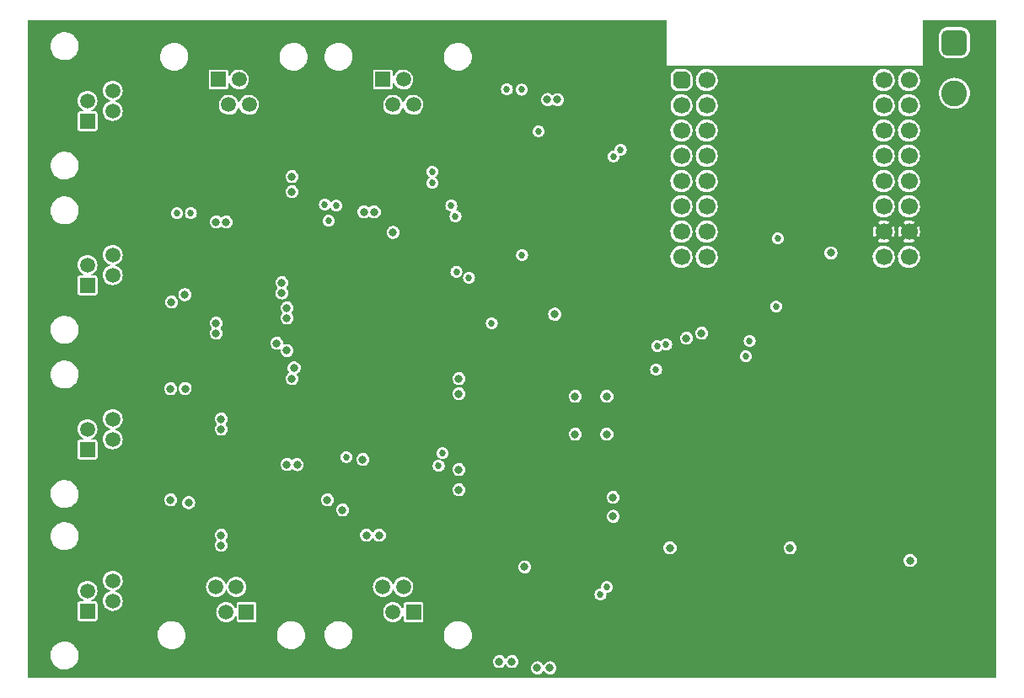
<source format=gbr>
%TF.GenerationSoftware,KiCad,Pcbnew,(6.0.9)*%
%TF.CreationDate,2022-12-08T20:01:15+01:00*%
%TF.ProjectId,floor-heating-controller-s2,666c6f6f-722d-4686-9561-74696e672d63,1*%
%TF.SameCoordinates,Original*%
%TF.FileFunction,Copper,L3,Inr*%
%TF.FilePolarity,Positive*%
%FSLAX46Y46*%
G04 Gerber Fmt 4.6, Leading zero omitted, Abs format (unit mm)*
G04 Created by KiCad (PCBNEW (6.0.9)) date 2022-12-08 20:01:15*
%MOMM*%
%LPD*%
G01*
G04 APERTURE LIST*
G04 Aperture macros list*
%AMRoundRect*
0 Rectangle with rounded corners*
0 $1 Rounding radius*
0 $2 $3 $4 $5 $6 $7 $8 $9 X,Y pos of 4 corners*
0 Add a 4 corners polygon primitive as box body*
4,1,4,$2,$3,$4,$5,$6,$7,$8,$9,$2,$3,0*
0 Add four circle primitives for the rounded corners*
1,1,$1+$1,$2,$3*
1,1,$1+$1,$4,$5*
1,1,$1+$1,$6,$7*
1,1,$1+$1,$8,$9*
0 Add four rect primitives between the rounded corners*
20,1,$1+$1,$2,$3,$4,$5,0*
20,1,$1+$1,$4,$5,$6,$7,0*
20,1,$1+$1,$6,$7,$8,$9,0*
20,1,$1+$1,$8,$9,$2,$3,0*%
%AMFreePoly0*
4,1,19,-0.850000,0.510000,-0.510000,0.850000,0.255000,0.850000,0.408997,0.829726,0.552500,0.770285,0.675729,0.675729,0.770285,0.552500,0.829726,0.408997,0.850000,0.255000,0.850000,-0.510000,0.510000,-0.850000,-0.255000,-0.850000,-0.408997,-0.829726,-0.552500,-0.770285,-0.675729,-0.675729,-0.770285,-0.552500,-0.829726,-0.408997,-0.850000,-0.255000,-0.850000,0.510000,-0.850000,0.510000,
$1*%
G04 Aperture macros list end*
%TA.AperFunction,ComponentPad*%
%ADD10R,1.500000X1.500000*%
%TD*%
%TA.AperFunction,ComponentPad*%
%ADD11C,1.500000*%
%TD*%
%TA.AperFunction,ComponentPad*%
%ADD12FreePoly0,0.000000*%
%TD*%
%TA.AperFunction,ComponentPad*%
%ADD13C,1.700000*%
%TD*%
%TA.AperFunction,ComponentPad*%
%ADD14RoundRect,0.650000X-0.650000X0.650000X-0.650000X-0.650000X0.650000X-0.650000X0.650000X0.650000X0*%
%TD*%
%TA.AperFunction,ComponentPad*%
%ADD15C,2.600000*%
%TD*%
%TA.AperFunction,ViaPad*%
%ADD16C,0.800000*%
%TD*%
%TA.AperFunction,ViaPad*%
%ADD17C,0.685800*%
%TD*%
G04 APERTURE END LIST*
D10*
%TO.N,/motor_output_3/MOT1_B*%
%TO.C,J14*%
X55140000Y-117100000D03*
D11*
%TO.N,unconnected-(J14-Pad2)*%
X57680000Y-116080000D03*
%TO.N,/motor_output_3/MOT1_A*%
X55140000Y-115060000D03*
%TO.N,unconnected-(J14-Pad4)*%
X57680000Y-114040000D03*
%TD*%
D12*
%TO.N,unconnected-(U2-Pad1)*%
%TO.C,U2*%
X114817500Y-96465000D03*
D13*
%TO.N,CUR3*%
X114817500Y-99005000D03*
%TO.N,CUR5*%
X114817500Y-101545000D03*
%TO.N,CUR7*%
X114817500Y-104085000D03*
%TO.N,IN1_A*%
X114817500Y-106625000D03*
%TO.N,IN2_A*%
X114817500Y-109165000D03*
%TO.N,IN2_B*%
X114817500Y-111705000D03*
%TO.N,+3V3*%
X114817500Y-114245000D03*
%TO.N,+5V*%
X137677500Y-114245000D03*
%TO.N,GND*%
X137677500Y-111705000D03*
%TO.N,IN4_A*%
X137677500Y-109165000D03*
%TO.N,IN5_A*%
X137677500Y-106625000D03*
%TO.N,IN6_A*%
X137677500Y-104085000D03*
%TO.N,IN7_A*%
X137677500Y-101545000D03*
%TO.N,IN8_A*%
X137677500Y-99005000D03*
%TO.N,Net-(J18-Pad2)*%
X137677500Y-96465000D03*
%TO.N,CUR1*%
X117357500Y-96465000D03*
%TO.N,CUR2*%
X117357500Y-99005000D03*
%TO.N,CUR4*%
X117357500Y-101545000D03*
%TO.N,CUR6*%
X117357500Y-104085000D03*
%TO.N,CUR8*%
X117357500Y-106625000D03*
%TO.N,IN1_B*%
X117357500Y-109165000D03*
%TO.N,IN3_A*%
X117357500Y-111705000D03*
%TO.N,IN3_B*%
X117357500Y-114245000D03*
%TO.N,/DS18B20*%
X135137500Y-114245000D03*
%TO.N,GND*%
X135137500Y-111705000D03*
%TO.N,IN4_B*%
X135137500Y-109165000D03*
%TO.N,IN5_B*%
X135137500Y-106625000D03*
%TO.N,IN6_B*%
X135137500Y-104085000D03*
%TO.N,IN7_B*%
X135137500Y-101545000D03*
%TO.N,IN8_B*%
X135137500Y-99005000D03*
%TO.N,Net-(J18-Pad1)*%
X135137500Y-96465000D03*
%TD*%
D10*
%TO.N,/motor_output_1/MOT1_A*%
%TO.C,J10*%
X87890000Y-149965000D03*
D11*
%TO.N,unconnected-(J10-Pad2)*%
X86870000Y-147425000D03*
%TO.N,/motor_output_1/MOT1_B*%
X85850000Y-149965000D03*
%TO.N,unconnected-(J10-Pad4)*%
X84830000Y-147425000D03*
%TD*%
D10*
%TO.N,/motor_output_4/MOT2_A*%
%TO.C,J17*%
X84830000Y-96415000D03*
D11*
%TO.N,unconnected-(J17-Pad2)*%
X85850000Y-98955000D03*
%TO.N,/motor_output_4/MOT2_B*%
X86870000Y-96415000D03*
%TO.N,unconnected-(J17-Pad4)*%
X87890000Y-98955000D03*
%TD*%
D10*
%TO.N,/motor_output_2/MOT1_B*%
%TO.C,J12*%
X55140000Y-149860000D03*
D11*
%TO.N,unconnected-(J12-Pad2)*%
X57680000Y-148840000D03*
%TO.N,/motor_output_2/MOT1_A*%
X55140000Y-147820000D03*
%TO.N,unconnected-(J12-Pad4)*%
X57680000Y-146800000D03*
%TD*%
D10*
%TO.N,/motor_output_3/MOT2_B*%
%TO.C,J15*%
X55140000Y-100590000D03*
D11*
%TO.N,unconnected-(J15-Pad2)*%
X57680000Y-99570000D03*
%TO.N,/motor_output_3/MOT2_A*%
X55140000Y-98550000D03*
%TO.N,unconnected-(J15-Pad4)*%
X57680000Y-97530000D03*
%TD*%
D10*
%TO.N,/motor_output_2/MOT2_B*%
%TO.C,J13*%
X55140000Y-133610000D03*
D11*
%TO.N,unconnected-(J13-Pad2)*%
X57680000Y-132590000D03*
%TO.N,/motor_output_2/MOT2_A*%
X55140000Y-131570000D03*
%TO.N,unconnected-(J13-Pad4)*%
X57680000Y-130550000D03*
%TD*%
D14*
%TO.N,Net-(J18-Pad1)*%
%TO.C,J18*%
X142240000Y-92710000D03*
D15*
%TO.N,Net-(J18-Pad2)*%
X142240000Y-97790000D03*
%TD*%
D10*
%TO.N,/motor_output_1/MOT2_B*%
%TO.C,J11*%
X71120000Y-149965000D03*
D11*
%TO.N,unconnected-(J11-Pad2)*%
X70100000Y-147425000D03*
%TO.N,/motor_output_1/MOT2_A*%
X69080000Y-149965000D03*
%TO.N,unconnected-(J11-Pad4)*%
X68060000Y-147425000D03*
%TD*%
D10*
%TO.N,/motor_output_4/MOT1_B*%
%TO.C,J16*%
X68320000Y-96415000D03*
D11*
%TO.N,unconnected-(J16-Pad2)*%
X69340000Y-98955000D03*
%TO.N,/motor_output_4/MOT1_A*%
X70360000Y-96415000D03*
%TO.N,unconnected-(J16-Pad4)*%
X71380000Y-98955000D03*
%TD*%
D16*
%TO.N,+5V*%
X104140000Y-128270000D03*
X69088000Y-110744000D03*
X68580000Y-131572000D03*
X107315000Y-132080000D03*
X102089500Y-120015000D03*
X107315000Y-128270000D03*
X84455000Y-142240000D03*
X68072000Y-110744000D03*
X101346000Y-98425000D03*
X100330000Y-155575000D03*
X68580000Y-142240000D03*
X137795000Y-144780000D03*
X101600000Y-155575000D03*
X102362000Y-98425000D03*
X104140000Y-132080000D03*
X68580000Y-143256000D03*
X68072000Y-121920000D03*
X68072000Y-120904000D03*
X113665000Y-143510000D03*
X83947000Y-109728000D03*
X82931000Y-109728000D03*
X125730000Y-143510000D03*
X83185000Y-142240000D03*
X68580000Y-130556000D03*
%TO.N,GND*%
X106680000Y-155575000D03*
D17*
X84074000Y-126873000D03*
D16*
X111760000Y-114935000D03*
X144145000Y-139700000D03*
D17*
X122809000Y-99441000D03*
D16*
X101600000Y-145415000D03*
X72644000Y-130556000D03*
X72644000Y-131572000D03*
X107315000Y-98425000D03*
X117570000Y-134525000D03*
X73152000Y-143256000D03*
X117475000Y-144145000D03*
X74168000Y-110744000D03*
X72644000Y-120904000D03*
D17*
X109093000Y-98806000D03*
D16*
X102089500Y-121920000D03*
D17*
X124587000Y-103251000D03*
X122809000Y-104648000D03*
D16*
X72644000Y-121920000D03*
X108603500Y-114935000D03*
X141605000Y-144780000D03*
X73152000Y-110744000D03*
X84836000Y-134620000D03*
X129635000Y-134525000D03*
D17*
X109093000Y-101346000D03*
D16*
X88519000Y-109728000D03*
D17*
X122809000Y-107061000D03*
D16*
X81788000Y-111760000D03*
X88900000Y-142240000D03*
X87503000Y-109728000D03*
X105410000Y-155575000D03*
X129540000Y-144145000D03*
X90424000Y-142240000D03*
X73152000Y-142240000D03*
D17*
X122809000Y-96901000D03*
D16*
X106172000Y-98425000D03*
D17*
X99060000Y-101600000D03*
X102235000Y-136017000D03*
D16*
%TO.N,+3V3*%
X129831500Y-113845593D03*
X99060000Y-145415000D03*
D17*
X100457000Y-101600000D03*
D16*
X82804000Y-134620000D03*
X85850815Y-111778500D03*
%TO.N,Net-(C5-Pad2)*%
X107950000Y-140335000D03*
X97790000Y-154940000D03*
%TO.N,Net-(C6-Pad2)*%
X92456000Y-137668000D03*
X80772000Y-139700000D03*
D17*
%TO.N,CUR1*%
X107315000Y-147447000D03*
X121285000Y-124206000D03*
%TO.N,CUR2*%
X121666000Y-122682000D03*
X106680000Y-148209000D03*
D16*
%TO.N,Net-(C13-Pad2)*%
X65312424Y-138950095D03*
X92456000Y-128016000D03*
%TO.N,Net-(C14-Pad2)*%
X75692000Y-126492000D03*
X64956390Y-127494354D03*
D17*
%TO.N,CUR3*%
X95758000Y-120904000D03*
X124310219Y-119230219D03*
%TO.N,CUR4*%
X81153000Y-134366000D03*
X112268000Y-125603000D03*
D16*
%TO.N,Net-(C21-Pad2)*%
X64923964Y-118038681D03*
X75184000Y-119380000D03*
D17*
%TO.N,Net-(C22-Pad2)*%
X92208391Y-115735600D03*
X65532000Y-109855000D03*
%TO.N,CUR5*%
X79375000Y-110617000D03*
%TO.N,CUR6*%
X98806000Y-114046000D03*
X124498600Y-112388609D03*
%TO.N,Net-(C29-Pad2)*%
X80137000Y-109093000D03*
X91694000Y-109093000D03*
%TO.N,Net-(C30-Pad2)*%
X98776516Y-97425079D03*
X108705609Y-103466400D03*
D16*
%TO.N,/motor_output_1/MOT1_B*%
X107950000Y-138430000D03*
X96520000Y-154940000D03*
%TO.N,/motor_output_1/MOT2_B*%
X92456000Y-135636000D03*
X79248000Y-138684000D03*
%TO.N,/motor_output_2/MOT1_B*%
X63500000Y-138684000D03*
X92456000Y-126492000D03*
%TO.N,/motor_output_2/MOT2_B*%
X75908500Y-125408722D03*
X63500000Y-127508000D03*
%TO.N,/motor_output_3/MOT1_B*%
X63582702Y-118788677D03*
X75184000Y-120396000D03*
D17*
%TO.N,/motor_output_3/MOT2_B*%
X64135000Y-109855000D03*
X93472000Y-116332000D03*
%TO.N,/motor_output_4/MOT1_B*%
X92115719Y-110149719D03*
X78994000Y-108966000D03*
%TO.N,/motor_output_4/MOT2_B*%
X107988600Y-104140000D03*
X97282000Y-97409000D03*
%TO.N,IN2_A*%
X112395000Y-123190000D03*
X90805000Y-133985000D03*
%TO.N,IN2_B*%
X90424000Y-135255000D03*
X113284000Y-123063000D03*
D16*
%TO.N,IN4_A*%
X75184000Y-123660500D03*
%TO.N,IN5_A*%
X74671701Y-117860299D03*
%TO.N,IN6_A*%
X75692000Y-107696000D03*
D17*
%TO.N,IN7_A*%
X89789000Y-106807000D03*
D16*
%TO.N,IN3_A*%
X116840000Y-121920000D03*
X76204299Y-135132299D03*
%TO.N,IN3_B*%
X115313859Y-122421542D03*
X75184000Y-135128000D03*
%TO.N,IN4_B*%
X74168000Y-122936000D03*
%TO.N,IN5_B*%
X74676000Y-116840000D03*
%TO.N,IN6_B*%
X75692000Y-106172000D03*
D17*
%TO.N,IN7_B*%
X89789000Y-105664000D03*
%TD*%
%TA.AperFunction,Conductor*%
%TO.N,GND*%
G36*
X113349194Y-90442806D02*
G01*
X113367500Y-90487000D01*
X113367500Y-94996000D01*
X139067500Y-94996000D01*
X139067500Y-91996697D01*
X140685500Y-91996697D01*
X140685501Y-93423302D01*
X140691715Y-93502274D01*
X140740925Y-93685929D01*
X140742409Y-93688842D01*
X140742410Y-93688844D01*
X140825758Y-93852423D01*
X140827244Y-93855339D01*
X140946899Y-94003101D01*
X141094661Y-94122756D01*
X141097575Y-94124241D01*
X141097577Y-94124242D01*
X141261156Y-94207590D01*
X141261158Y-94207591D01*
X141264071Y-94209075D01*
X141362863Y-94235546D01*
X141444956Y-94257543D01*
X141444958Y-94257543D01*
X141447726Y-94258285D01*
X141450583Y-94258510D01*
X141450584Y-94258510D01*
X141525458Y-94264403D01*
X141525471Y-94264404D01*
X141526697Y-94264500D01*
X142239712Y-94264500D01*
X142953302Y-94264499D01*
X143006129Y-94260342D01*
X143029417Y-94258510D01*
X143029419Y-94258510D01*
X143032274Y-94258285D01*
X143215929Y-94209075D01*
X143218842Y-94207591D01*
X143218844Y-94207590D01*
X143382423Y-94124242D01*
X143382425Y-94124241D01*
X143385339Y-94122756D01*
X143533101Y-94003101D01*
X143652756Y-93855339D01*
X143654242Y-93852423D01*
X143737590Y-93688844D01*
X143737591Y-93688842D01*
X143739075Y-93685929D01*
X143788285Y-93502274D01*
X143791418Y-93462464D01*
X143794403Y-93424542D01*
X143794404Y-93424529D01*
X143794500Y-93423303D01*
X143794499Y-91996698D01*
X143788285Y-91917726D01*
X143739075Y-91734071D01*
X143707060Y-91671237D01*
X143654242Y-91567577D01*
X143654241Y-91567575D01*
X143652756Y-91564661D01*
X143533101Y-91416899D01*
X143385339Y-91297244D01*
X143382423Y-91295758D01*
X143218844Y-91212410D01*
X143218842Y-91212409D01*
X143215929Y-91210925D01*
X143117137Y-91184454D01*
X143035044Y-91162457D01*
X143035042Y-91162457D01*
X143032274Y-91161715D01*
X143029417Y-91161490D01*
X143029416Y-91161490D01*
X142954542Y-91155597D01*
X142954529Y-91155596D01*
X142953303Y-91155500D01*
X142240288Y-91155500D01*
X141526698Y-91155501D01*
X141473871Y-91159658D01*
X141450583Y-91161490D01*
X141450581Y-91161490D01*
X141447726Y-91161715D01*
X141264071Y-91210925D01*
X141261158Y-91212409D01*
X141261156Y-91212410D01*
X141097577Y-91295758D01*
X141094661Y-91297244D01*
X140946899Y-91416899D01*
X140827244Y-91564661D01*
X140825759Y-91567575D01*
X140825758Y-91567577D01*
X140772941Y-91671237D01*
X140740925Y-91734071D01*
X140691715Y-91917726D01*
X140691490Y-91920583D01*
X140691490Y-91920584D01*
X140685597Y-91995458D01*
X140685596Y-91995471D01*
X140685500Y-91996697D01*
X139067500Y-91996697D01*
X139067500Y-90487000D01*
X139085806Y-90442806D01*
X139130000Y-90424500D01*
X146368000Y-90424500D01*
X146412194Y-90442806D01*
X146430500Y-90487000D01*
X146430500Y-156528000D01*
X146412194Y-156572194D01*
X146368000Y-156590500D01*
X49212000Y-156590500D01*
X49167806Y-156572194D01*
X49149500Y-156528000D01*
X49149500Y-154263600D01*
X51431987Y-154263600D01*
X51440929Y-154501784D01*
X51441471Y-154504369D01*
X51441472Y-154504374D01*
X51472651Y-154652972D01*
X51489874Y-154735057D01*
X51577424Y-154956748D01*
X51701075Y-155160518D01*
X51702809Y-155162516D01*
X51702811Y-155162519D01*
X51811674Y-155287972D01*
X51857291Y-155340541D01*
X51906869Y-155381192D01*
X52039555Y-155489989D01*
X52039560Y-155489993D01*
X52041606Y-155491670D01*
X52248750Y-155609583D01*
X52251234Y-155610485D01*
X52251237Y-155610486D01*
X52332103Y-155639839D01*
X52472799Y-155690909D01*
X52707347Y-155733322D01*
X52709387Y-155733418D01*
X52709394Y-155733419D01*
X52731595Y-155734466D01*
X52731613Y-155734466D01*
X52732325Y-155734500D01*
X52899846Y-155734500D01*
X52901162Y-155734388D01*
X52901170Y-155734388D01*
X53074864Y-155719650D01*
X53074869Y-155719649D01*
X53077499Y-155719426D01*
X53080052Y-155718763D01*
X53080054Y-155718763D01*
X53305650Y-155660210D01*
X53305654Y-155660209D01*
X53308207Y-155659546D01*
X53465242Y-155588807D01*
X53523109Y-155562740D01*
X53523112Y-155562738D01*
X53525528Y-155561650D01*
X53723247Y-155428538D01*
X53725159Y-155426714D01*
X53725164Y-155426710D01*
X53817587Y-155338542D01*
X53895712Y-155264015D01*
X54037990Y-155072785D01*
X54039184Y-155070437D01*
X54109012Y-154933096D01*
X95860729Y-154933096D01*
X95878113Y-155090553D01*
X95932553Y-155239319D01*
X95968442Y-155292727D01*
X96001700Y-155342220D01*
X96020908Y-155370805D01*
X96138076Y-155477419D01*
X96141385Y-155479216D01*
X96141387Y-155479217D01*
X96239368Y-155532416D01*
X96277293Y-155553008D01*
X96280940Y-155553965D01*
X96280943Y-155553966D01*
X96368893Y-155577039D01*
X96430522Y-155593207D01*
X96515157Y-155594536D01*
X96585147Y-155595636D01*
X96585149Y-155595636D01*
X96588916Y-155595695D01*
X96743332Y-155560329D01*
X96746696Y-155558637D01*
X96746699Y-155558636D01*
X96813611Y-155524983D01*
X96884855Y-155489151D01*
X96887720Y-155486704D01*
X96887723Y-155486702D01*
X96954089Y-155430019D01*
X97005314Y-155386269D01*
X97007509Y-155383214D01*
X97007512Y-155383211D01*
X97095555Y-155260686D01*
X97095556Y-155260684D01*
X97097755Y-155257624D01*
X97099160Y-155254128D01*
X97100740Y-155251255D01*
X97138074Y-155221348D01*
X97185620Y-155226599D01*
X97207384Y-155246508D01*
X97218719Y-155263376D01*
X97271700Y-155342220D01*
X97290908Y-155370805D01*
X97408076Y-155477419D01*
X97411385Y-155479216D01*
X97411387Y-155479217D01*
X97509368Y-155532416D01*
X97547293Y-155553008D01*
X97550940Y-155553965D01*
X97550943Y-155553966D01*
X97638893Y-155577039D01*
X97700522Y-155593207D01*
X97785157Y-155594536D01*
X97855147Y-155595636D01*
X97855149Y-155595636D01*
X97858916Y-155595695D01*
X97979420Y-155568096D01*
X99670729Y-155568096D01*
X99688113Y-155725553D01*
X99742553Y-155874319D01*
X99830908Y-156005805D01*
X99948076Y-156112419D01*
X99951385Y-156114216D01*
X99951387Y-156114217D01*
X100049368Y-156167416D01*
X100087293Y-156188008D01*
X100090940Y-156188965D01*
X100090943Y-156188966D01*
X100236874Y-156227250D01*
X100240522Y-156228207D01*
X100325157Y-156229536D01*
X100395147Y-156230636D01*
X100395149Y-156230636D01*
X100398916Y-156230695D01*
X100553332Y-156195329D01*
X100556696Y-156193637D01*
X100556699Y-156193636D01*
X100623611Y-156159983D01*
X100694855Y-156124151D01*
X100697720Y-156121704D01*
X100697723Y-156121702D01*
X100812452Y-156023713D01*
X100815314Y-156021269D01*
X100817509Y-156018214D01*
X100817512Y-156018211D01*
X100905555Y-155895686D01*
X100905556Y-155895684D01*
X100907755Y-155892624D01*
X100909160Y-155889128D01*
X100910740Y-155886255D01*
X100948074Y-155856348D01*
X100995620Y-155861599D01*
X101017384Y-155881508D01*
X101100908Y-156005805D01*
X101218076Y-156112419D01*
X101221385Y-156114216D01*
X101221387Y-156114217D01*
X101319368Y-156167416D01*
X101357293Y-156188008D01*
X101360940Y-156188965D01*
X101360943Y-156188966D01*
X101506874Y-156227250D01*
X101510522Y-156228207D01*
X101595157Y-156229536D01*
X101665147Y-156230636D01*
X101665149Y-156230636D01*
X101668916Y-156230695D01*
X101823332Y-156195329D01*
X101826696Y-156193637D01*
X101826699Y-156193636D01*
X101893611Y-156159983D01*
X101964855Y-156124151D01*
X101967720Y-156121704D01*
X101967723Y-156121702D01*
X102082452Y-156023713D01*
X102085314Y-156021269D01*
X102087509Y-156018214D01*
X102087512Y-156018211D01*
X102175555Y-155895686D01*
X102175556Y-155895684D01*
X102177755Y-155892624D01*
X102236842Y-155745641D01*
X102256077Y-155610486D01*
X102258875Y-155590826D01*
X102258875Y-155590821D01*
X102259162Y-155588807D01*
X102259307Y-155575000D01*
X102240276Y-155417733D01*
X102184280Y-155269546D01*
X102094553Y-155138992D01*
X102040186Y-155090553D01*
X101979087Y-155036116D01*
X101979085Y-155036115D01*
X101976275Y-155033611D01*
X101836274Y-154959484D01*
X101682633Y-154920892D01*
X101678868Y-154920872D01*
X101678866Y-154920872D01*
X101600296Y-154920461D01*
X101524221Y-154920062D01*
X101520557Y-154920942D01*
X101520554Y-154920942D01*
X101469930Y-154933096D01*
X101370184Y-154957043D01*
X101366842Y-154958768D01*
X101366839Y-154958769D01*
X101299799Y-154993372D01*
X101229414Y-155029700D01*
X101226576Y-155032175D01*
X101226577Y-155032175D01*
X101134574Y-155112435D01*
X101110039Y-155133838D01*
X101107873Y-155136920D01*
X101107872Y-155136921D01*
X101048536Y-155221348D01*
X101018950Y-155263444D01*
X101018853Y-155263376D01*
X100982987Y-155292727D01*
X100935388Y-155287972D01*
X100913419Y-155268293D01*
X100884763Y-155226599D01*
X100824553Y-155138992D01*
X100770186Y-155090553D01*
X100709087Y-155036116D01*
X100709085Y-155036115D01*
X100706275Y-155033611D01*
X100566274Y-154959484D01*
X100412633Y-154920892D01*
X100408868Y-154920872D01*
X100408866Y-154920872D01*
X100330296Y-154920461D01*
X100254221Y-154920062D01*
X100250557Y-154920942D01*
X100250554Y-154920942D01*
X100199930Y-154933096D01*
X100100184Y-154957043D01*
X100096842Y-154958768D01*
X100096839Y-154958769D01*
X100029799Y-154993372D01*
X99959414Y-155029700D01*
X99956576Y-155032175D01*
X99956577Y-155032175D01*
X99864574Y-155112435D01*
X99840039Y-155133838D01*
X99837873Y-155136920D01*
X99837872Y-155136921D01*
X99780505Y-155218547D01*
X99748950Y-155263444D01*
X99747581Y-155266955D01*
X99747580Y-155266957D01*
X99694626Y-155402779D01*
X99691406Y-155411037D01*
X99690914Y-155414774D01*
X99671221Y-155564355D01*
X99671221Y-155564359D01*
X99670729Y-155568096D01*
X97979420Y-155568096D01*
X98013332Y-155560329D01*
X98016696Y-155558637D01*
X98016699Y-155558636D01*
X98083611Y-155524983D01*
X98154855Y-155489151D01*
X98157720Y-155486704D01*
X98157723Y-155486702D01*
X98224089Y-155430019D01*
X98275314Y-155386269D01*
X98277509Y-155383214D01*
X98277512Y-155383211D01*
X98365555Y-155260686D01*
X98365556Y-155260684D01*
X98367755Y-155257624D01*
X98426842Y-155110641D01*
X98438607Y-155027974D01*
X98448875Y-154955826D01*
X98448875Y-154955821D01*
X98449162Y-154953807D01*
X98449307Y-154940000D01*
X98430276Y-154782733D01*
X98374280Y-154634546D01*
X98284553Y-154503992D01*
X98166275Y-154398611D01*
X98026274Y-154324484D01*
X97872633Y-154285892D01*
X97868868Y-154285872D01*
X97868866Y-154285872D01*
X97790296Y-154285461D01*
X97714221Y-154285062D01*
X97710557Y-154285942D01*
X97710554Y-154285942D01*
X97640948Y-154302653D01*
X97560184Y-154322043D01*
X97556842Y-154323768D01*
X97556839Y-154323769D01*
X97489799Y-154358371D01*
X97419414Y-154394700D01*
X97300039Y-154498838D01*
X97297873Y-154501920D01*
X97297872Y-154501921D01*
X97296148Y-154504374D01*
X97208950Y-154628444D01*
X97208853Y-154628376D01*
X97172987Y-154657727D01*
X97125388Y-154652972D01*
X97103419Y-154633293D01*
X97016688Y-154507099D01*
X97014553Y-154503992D01*
X96896275Y-154398611D01*
X96756274Y-154324484D01*
X96602633Y-154285892D01*
X96598868Y-154285872D01*
X96598866Y-154285872D01*
X96520296Y-154285461D01*
X96444221Y-154285062D01*
X96440557Y-154285942D01*
X96440554Y-154285942D01*
X96370948Y-154302653D01*
X96290184Y-154322043D01*
X96286842Y-154323768D01*
X96286839Y-154323769D01*
X96219799Y-154358371D01*
X96149414Y-154394700D01*
X96030039Y-154498838D01*
X96027873Y-154501920D01*
X96027872Y-154501921D01*
X96026148Y-154504374D01*
X95938950Y-154628444D01*
X95937581Y-154631955D01*
X95937580Y-154631957D01*
X95884626Y-154767779D01*
X95881406Y-154776037D01*
X95880914Y-154779774D01*
X95861221Y-154929355D01*
X95861221Y-154929359D01*
X95860729Y-154933096D01*
X54109012Y-154933096D01*
X54144819Y-154862668D01*
X54144820Y-154862665D01*
X54146014Y-154860317D01*
X54190553Y-154716881D01*
X54215911Y-154635215D01*
X54215912Y-154635212D01*
X54216696Y-154632686D01*
X54248013Y-154396400D01*
X54239071Y-154158216D01*
X54190126Y-153924943D01*
X54102576Y-153703252D01*
X53978925Y-153499482D01*
X53914284Y-153424989D01*
X53824444Y-153321458D01*
X53824442Y-153321456D01*
X53822709Y-153319459D01*
X53766709Y-153273542D01*
X53640445Y-153170011D01*
X53640440Y-153170007D01*
X53638394Y-153168330D01*
X53431250Y-153050417D01*
X53428766Y-153049515D01*
X53428763Y-153049514D01*
X53291775Y-152999790D01*
X53207201Y-152969091D01*
X52972653Y-152926678D01*
X52970613Y-152926582D01*
X52970606Y-152926581D01*
X52948405Y-152925534D01*
X52948387Y-152925534D01*
X52947675Y-152925500D01*
X52780154Y-152925500D01*
X52778838Y-152925612D01*
X52778830Y-152925612D01*
X52605136Y-152940350D01*
X52605131Y-152940351D01*
X52602501Y-152940574D01*
X52599948Y-152941237D01*
X52599946Y-152941237D01*
X52374350Y-152999790D01*
X52374346Y-152999791D01*
X52371793Y-153000454D01*
X52262884Y-153049514D01*
X52156891Y-153097260D01*
X52156888Y-153097262D01*
X52154472Y-153098350D01*
X51956753Y-153231462D01*
X51954841Y-153233286D01*
X51954836Y-153233290D01*
X51910546Y-153275541D01*
X51784288Y-153395985D01*
X51642010Y-153587215D01*
X51640817Y-153589561D01*
X51640816Y-153589563D01*
X51581761Y-153705717D01*
X51533986Y-153799683D01*
X51463304Y-154027314D01*
X51431987Y-154263600D01*
X49149500Y-154263600D01*
X49149500Y-152198600D01*
X62181987Y-152198600D01*
X62190929Y-152436784D01*
X62239874Y-152670057D01*
X62327424Y-152891748D01*
X62451075Y-153095518D01*
X62452809Y-153097516D01*
X62452811Y-153097519D01*
X62567756Y-153229981D01*
X62607291Y-153275541D01*
X62609339Y-153277220D01*
X62789555Y-153424989D01*
X62789560Y-153424993D01*
X62791606Y-153426670D01*
X62998750Y-153544583D01*
X63001234Y-153545485D01*
X63001237Y-153545486D01*
X63082103Y-153574839D01*
X63222799Y-153625909D01*
X63457347Y-153668322D01*
X63459387Y-153668418D01*
X63459394Y-153668419D01*
X63481595Y-153669466D01*
X63481613Y-153669466D01*
X63482325Y-153669500D01*
X63649846Y-153669500D01*
X63651162Y-153669388D01*
X63651170Y-153669388D01*
X63824864Y-153654650D01*
X63824869Y-153654649D01*
X63827499Y-153654426D01*
X63830052Y-153653763D01*
X63830054Y-153653763D01*
X64055650Y-153595210D01*
X64055654Y-153595209D01*
X64058207Y-153594546D01*
X64264209Y-153501749D01*
X64273109Y-153497740D01*
X64273112Y-153497738D01*
X64275528Y-153496650D01*
X64473247Y-153363538D01*
X64475159Y-153361714D01*
X64475164Y-153361710D01*
X64609782Y-153233290D01*
X64645712Y-153199015D01*
X64787990Y-153007785D01*
X64807663Y-152969091D01*
X64894819Y-152797668D01*
X64894820Y-152797665D01*
X64896014Y-152795317D01*
X64966696Y-152567686D01*
X64998013Y-152331400D01*
X64993027Y-152198600D01*
X74181987Y-152198600D01*
X74190929Y-152436784D01*
X74239874Y-152670057D01*
X74327424Y-152891748D01*
X74451075Y-153095518D01*
X74452809Y-153097516D01*
X74452811Y-153097519D01*
X74567756Y-153229981D01*
X74607291Y-153275541D01*
X74609339Y-153277220D01*
X74789555Y-153424989D01*
X74789560Y-153424993D01*
X74791606Y-153426670D01*
X74998750Y-153544583D01*
X75001234Y-153545485D01*
X75001237Y-153545486D01*
X75082103Y-153574839D01*
X75222799Y-153625909D01*
X75457347Y-153668322D01*
X75459387Y-153668418D01*
X75459394Y-153668419D01*
X75481595Y-153669466D01*
X75481613Y-153669466D01*
X75482325Y-153669500D01*
X75649846Y-153669500D01*
X75651162Y-153669388D01*
X75651170Y-153669388D01*
X75824864Y-153654650D01*
X75824869Y-153654649D01*
X75827499Y-153654426D01*
X75830052Y-153653763D01*
X75830054Y-153653763D01*
X76055650Y-153595210D01*
X76055654Y-153595209D01*
X76058207Y-153594546D01*
X76264209Y-153501749D01*
X76273109Y-153497740D01*
X76273112Y-153497738D01*
X76275528Y-153496650D01*
X76473247Y-153363538D01*
X76475159Y-153361714D01*
X76475164Y-153361710D01*
X76609782Y-153233290D01*
X76645712Y-153199015D01*
X76787990Y-153007785D01*
X76807663Y-152969091D01*
X76894819Y-152797668D01*
X76894820Y-152797665D01*
X76896014Y-152795317D01*
X76966696Y-152567686D01*
X76998013Y-152331400D01*
X76993027Y-152198600D01*
X78951987Y-152198600D01*
X78960929Y-152436784D01*
X79009874Y-152670057D01*
X79097424Y-152891748D01*
X79221075Y-153095518D01*
X79222809Y-153097516D01*
X79222811Y-153097519D01*
X79337756Y-153229981D01*
X79377291Y-153275541D01*
X79379339Y-153277220D01*
X79559555Y-153424989D01*
X79559560Y-153424993D01*
X79561606Y-153426670D01*
X79768750Y-153544583D01*
X79771234Y-153545485D01*
X79771237Y-153545486D01*
X79852103Y-153574839D01*
X79992799Y-153625909D01*
X80227347Y-153668322D01*
X80229387Y-153668418D01*
X80229394Y-153668419D01*
X80251595Y-153669466D01*
X80251613Y-153669466D01*
X80252325Y-153669500D01*
X80419846Y-153669500D01*
X80421162Y-153669388D01*
X80421170Y-153669388D01*
X80594864Y-153654650D01*
X80594869Y-153654649D01*
X80597499Y-153654426D01*
X80600052Y-153653763D01*
X80600054Y-153653763D01*
X80825650Y-153595210D01*
X80825654Y-153595209D01*
X80828207Y-153594546D01*
X81034209Y-153501749D01*
X81043109Y-153497740D01*
X81043112Y-153497738D01*
X81045528Y-153496650D01*
X81243247Y-153363538D01*
X81245159Y-153361714D01*
X81245164Y-153361710D01*
X81379782Y-153233290D01*
X81415712Y-153199015D01*
X81557990Y-153007785D01*
X81577663Y-152969091D01*
X81664819Y-152797668D01*
X81664820Y-152797665D01*
X81666014Y-152795317D01*
X81736696Y-152567686D01*
X81768013Y-152331400D01*
X81763027Y-152198600D01*
X90951987Y-152198600D01*
X90960929Y-152436784D01*
X91009874Y-152670057D01*
X91097424Y-152891748D01*
X91221075Y-153095518D01*
X91222809Y-153097516D01*
X91222811Y-153097519D01*
X91337756Y-153229981D01*
X91377291Y-153275541D01*
X91379339Y-153277220D01*
X91559555Y-153424989D01*
X91559560Y-153424993D01*
X91561606Y-153426670D01*
X91768750Y-153544583D01*
X91771234Y-153545485D01*
X91771237Y-153545486D01*
X91852103Y-153574839D01*
X91992799Y-153625909D01*
X92227347Y-153668322D01*
X92229387Y-153668418D01*
X92229394Y-153668419D01*
X92251595Y-153669466D01*
X92251613Y-153669466D01*
X92252325Y-153669500D01*
X92419846Y-153669500D01*
X92421162Y-153669388D01*
X92421170Y-153669388D01*
X92594864Y-153654650D01*
X92594869Y-153654649D01*
X92597499Y-153654426D01*
X92600052Y-153653763D01*
X92600054Y-153653763D01*
X92825650Y-153595210D01*
X92825654Y-153595209D01*
X92828207Y-153594546D01*
X93034209Y-153501749D01*
X93043109Y-153497740D01*
X93043112Y-153497738D01*
X93045528Y-153496650D01*
X93243247Y-153363538D01*
X93245159Y-153361714D01*
X93245164Y-153361710D01*
X93379782Y-153233290D01*
X93415712Y-153199015D01*
X93557990Y-153007785D01*
X93577663Y-152969091D01*
X93664819Y-152797668D01*
X93664820Y-152797665D01*
X93666014Y-152795317D01*
X93736696Y-152567686D01*
X93768013Y-152331400D01*
X93759071Y-152093216D01*
X93710126Y-151859943D01*
X93622576Y-151638252D01*
X93498925Y-151434482D01*
X93407530Y-151329158D01*
X93344444Y-151256458D01*
X93344442Y-151256456D01*
X93342709Y-151254459D01*
X93293131Y-151213808D01*
X93160445Y-151105011D01*
X93160440Y-151105007D01*
X93158394Y-151103330D01*
X92951250Y-150985417D01*
X92948766Y-150984515D01*
X92948763Y-150984514D01*
X92857298Y-150951314D01*
X92727201Y-150904091D01*
X92492653Y-150861678D01*
X92490613Y-150861582D01*
X92490606Y-150861581D01*
X92468405Y-150860534D01*
X92468387Y-150860534D01*
X92467675Y-150860500D01*
X92300154Y-150860500D01*
X92298838Y-150860612D01*
X92298830Y-150860612D01*
X92125136Y-150875350D01*
X92125131Y-150875351D01*
X92122501Y-150875574D01*
X92119948Y-150876237D01*
X92119946Y-150876237D01*
X91894350Y-150934790D01*
X91894346Y-150934791D01*
X91891793Y-150935454D01*
X91816216Y-150969499D01*
X91676891Y-151032260D01*
X91676888Y-151032262D01*
X91674472Y-151033350D01*
X91476753Y-151166462D01*
X91474841Y-151168286D01*
X91474836Y-151168290D01*
X91393125Y-151246239D01*
X91304288Y-151330985D01*
X91162010Y-151522215D01*
X91160817Y-151524561D01*
X91160816Y-151524563D01*
X91101761Y-151640717D01*
X91053986Y-151734683D01*
X90983304Y-151962314D01*
X90951987Y-152198600D01*
X81763027Y-152198600D01*
X81759071Y-152093216D01*
X81710126Y-151859943D01*
X81622576Y-151638252D01*
X81498925Y-151434482D01*
X81407530Y-151329158D01*
X81344444Y-151256458D01*
X81344442Y-151256456D01*
X81342709Y-151254459D01*
X81293131Y-151213808D01*
X81160445Y-151105011D01*
X81160440Y-151105007D01*
X81158394Y-151103330D01*
X80951250Y-150985417D01*
X80948766Y-150984515D01*
X80948763Y-150984514D01*
X80857298Y-150951314D01*
X80727201Y-150904091D01*
X80492653Y-150861678D01*
X80490613Y-150861582D01*
X80490606Y-150861581D01*
X80468405Y-150860534D01*
X80468387Y-150860534D01*
X80467675Y-150860500D01*
X80300154Y-150860500D01*
X80298838Y-150860612D01*
X80298830Y-150860612D01*
X80125136Y-150875350D01*
X80125131Y-150875351D01*
X80122501Y-150875574D01*
X80119948Y-150876237D01*
X80119946Y-150876237D01*
X79894350Y-150934790D01*
X79894346Y-150934791D01*
X79891793Y-150935454D01*
X79816216Y-150969499D01*
X79676891Y-151032260D01*
X79676888Y-151032262D01*
X79674472Y-151033350D01*
X79476753Y-151166462D01*
X79474841Y-151168286D01*
X79474836Y-151168290D01*
X79393125Y-151246239D01*
X79304288Y-151330985D01*
X79162010Y-151522215D01*
X79160817Y-151524561D01*
X79160816Y-151524563D01*
X79101761Y-151640717D01*
X79053986Y-151734683D01*
X78983304Y-151962314D01*
X78951987Y-152198600D01*
X76993027Y-152198600D01*
X76989071Y-152093216D01*
X76940126Y-151859943D01*
X76852576Y-151638252D01*
X76728925Y-151434482D01*
X76637530Y-151329158D01*
X76574444Y-151256458D01*
X76574442Y-151256456D01*
X76572709Y-151254459D01*
X76523131Y-151213808D01*
X76390445Y-151105011D01*
X76390440Y-151105007D01*
X76388394Y-151103330D01*
X76181250Y-150985417D01*
X76178766Y-150984515D01*
X76178763Y-150984514D01*
X76087298Y-150951314D01*
X75957201Y-150904091D01*
X75722653Y-150861678D01*
X75720613Y-150861582D01*
X75720606Y-150861581D01*
X75698405Y-150860534D01*
X75698387Y-150860534D01*
X75697675Y-150860500D01*
X75530154Y-150860500D01*
X75528838Y-150860612D01*
X75528830Y-150860612D01*
X75355136Y-150875350D01*
X75355131Y-150875351D01*
X75352501Y-150875574D01*
X75349948Y-150876237D01*
X75349946Y-150876237D01*
X75124350Y-150934790D01*
X75124346Y-150934791D01*
X75121793Y-150935454D01*
X75046216Y-150969499D01*
X74906891Y-151032260D01*
X74906888Y-151032262D01*
X74904472Y-151033350D01*
X74706753Y-151166462D01*
X74704841Y-151168286D01*
X74704836Y-151168290D01*
X74623125Y-151246239D01*
X74534288Y-151330985D01*
X74392010Y-151522215D01*
X74390817Y-151524561D01*
X74390816Y-151524563D01*
X74331761Y-151640717D01*
X74283986Y-151734683D01*
X74213304Y-151962314D01*
X74181987Y-152198600D01*
X64993027Y-152198600D01*
X64989071Y-152093216D01*
X64940126Y-151859943D01*
X64852576Y-151638252D01*
X64728925Y-151434482D01*
X64637530Y-151329158D01*
X64574444Y-151256458D01*
X64574442Y-151256456D01*
X64572709Y-151254459D01*
X64523131Y-151213808D01*
X64390445Y-151105011D01*
X64390440Y-151105007D01*
X64388394Y-151103330D01*
X64181250Y-150985417D01*
X64178766Y-150984515D01*
X64178763Y-150984514D01*
X64087298Y-150951314D01*
X63957201Y-150904091D01*
X63722653Y-150861678D01*
X63720613Y-150861582D01*
X63720606Y-150861581D01*
X63698405Y-150860534D01*
X63698387Y-150860534D01*
X63697675Y-150860500D01*
X63530154Y-150860500D01*
X63528838Y-150860612D01*
X63528830Y-150860612D01*
X63355136Y-150875350D01*
X63355131Y-150875351D01*
X63352501Y-150875574D01*
X63349948Y-150876237D01*
X63349946Y-150876237D01*
X63124350Y-150934790D01*
X63124346Y-150934791D01*
X63121793Y-150935454D01*
X63046216Y-150969499D01*
X62906891Y-151032260D01*
X62906888Y-151032262D01*
X62904472Y-151033350D01*
X62706753Y-151166462D01*
X62704841Y-151168286D01*
X62704836Y-151168290D01*
X62623125Y-151246239D01*
X62534288Y-151330985D01*
X62392010Y-151522215D01*
X62390817Y-151524561D01*
X62390816Y-151524563D01*
X62331761Y-151640717D01*
X62283986Y-151734683D01*
X62213304Y-151962314D01*
X62181987Y-152198600D01*
X49149500Y-152198600D01*
X49149500Y-147805907D01*
X54130738Y-147805907D01*
X54147222Y-148002209D01*
X54201521Y-148191570D01*
X54291566Y-148366779D01*
X54293457Y-148369165D01*
X54293459Y-148369168D01*
X54359635Y-148452661D01*
X54413927Y-148521160D01*
X54416257Y-148523143D01*
X54545552Y-148633181D01*
X54563945Y-148648835D01*
X54566609Y-148650324D01*
X54566612Y-148650326D01*
X54724279Y-148738443D01*
X54753927Y-148775984D01*
X54748346Y-148823492D01*
X54710805Y-148853140D01*
X54693790Y-148855501D01*
X54364934Y-148855501D01*
X54361925Y-148856100D01*
X54361920Y-148856100D01*
X54296737Y-148869065D01*
X54290699Y-148870266D01*
X54206516Y-148926516D01*
X54203097Y-148931633D01*
X54171657Y-148978686D01*
X54150266Y-149010699D01*
X54146125Y-149031516D01*
X54140342Y-149060593D01*
X54135500Y-149084933D01*
X54135501Y-150635066D01*
X54136100Y-150638075D01*
X54136100Y-150638080D01*
X54147984Y-150697830D01*
X54150266Y-150709301D01*
X54206516Y-150793484D01*
X54211633Y-150796903D01*
X54285580Y-150846314D01*
X54285582Y-150846315D01*
X54290699Y-150849734D01*
X54323753Y-150856309D01*
X54361920Y-150863901D01*
X54361923Y-150863901D01*
X54364933Y-150864500D01*
X55140000Y-150864500D01*
X55915066Y-150864499D01*
X55918075Y-150863900D01*
X55918080Y-150863900D01*
X55983263Y-150850935D01*
X55989301Y-150849734D01*
X56073484Y-150793484D01*
X56086869Y-150773452D01*
X56126314Y-150714420D01*
X56126315Y-150714418D01*
X56129734Y-150709301D01*
X56144500Y-150635067D01*
X56144500Y-149950907D01*
X68070738Y-149950907D01*
X68087222Y-150147209D01*
X68141521Y-150336570D01*
X68231566Y-150511779D01*
X68233457Y-150514165D01*
X68233459Y-150514168D01*
X68261180Y-150549143D01*
X68353927Y-150666160D01*
X68503945Y-150793835D01*
X68506609Y-150795324D01*
X68506612Y-150795326D01*
X68649798Y-150875350D01*
X68675904Y-150889940D01*
X68678808Y-150890884D01*
X68678809Y-150890884D01*
X68860342Y-150949868D01*
X68860347Y-150949869D01*
X68863255Y-150950814D01*
X69058862Y-150974139D01*
X69061904Y-150973905D01*
X69061907Y-150973905D01*
X69252226Y-150959261D01*
X69252231Y-150959260D01*
X69255274Y-150959026D01*
X69282895Y-150951314D01*
X69442070Y-150906871D01*
X69442074Y-150906870D01*
X69445009Y-150906050D01*
X69563267Y-150846314D01*
X69618122Y-150818605D01*
X69620842Y-150817231D01*
X69623240Y-150815358D01*
X69623244Y-150815355D01*
X69704237Y-150752076D01*
X69776074Y-150695950D01*
X69800077Y-150668143D01*
X69831279Y-150631995D01*
X69904793Y-150546828D01*
X69998658Y-150381596D01*
X70036404Y-150352211D01*
X70083872Y-150358124D01*
X70113257Y-150395870D01*
X70115501Y-150412465D01*
X70115501Y-150740066D01*
X70116100Y-150743075D01*
X70116100Y-150743080D01*
X70129065Y-150808262D01*
X70130266Y-150814301D01*
X70186516Y-150898484D01*
X70194907Y-150904091D01*
X70265580Y-150951314D01*
X70265582Y-150951315D01*
X70270699Y-150954734D01*
X70293458Y-150959261D01*
X70341920Y-150968901D01*
X70341923Y-150968901D01*
X70344933Y-150969500D01*
X71120000Y-150969500D01*
X71895066Y-150969499D01*
X71898075Y-150968900D01*
X71898080Y-150968900D01*
X71963263Y-150955935D01*
X71969301Y-150954734D01*
X72053484Y-150898484D01*
X72076593Y-150863900D01*
X72106314Y-150819420D01*
X72106315Y-150819418D01*
X72109734Y-150814301D01*
X72124500Y-150740067D01*
X72124499Y-149950907D01*
X84840738Y-149950907D01*
X84857222Y-150147209D01*
X84911521Y-150336570D01*
X85001566Y-150511779D01*
X85003457Y-150514165D01*
X85003459Y-150514168D01*
X85031180Y-150549143D01*
X85123927Y-150666160D01*
X85273945Y-150793835D01*
X85276609Y-150795324D01*
X85276612Y-150795326D01*
X85419798Y-150875350D01*
X85445904Y-150889940D01*
X85448808Y-150890884D01*
X85448809Y-150890884D01*
X85630342Y-150949868D01*
X85630347Y-150949869D01*
X85633255Y-150950814D01*
X85828862Y-150974139D01*
X85831904Y-150973905D01*
X85831907Y-150973905D01*
X86022226Y-150959261D01*
X86022231Y-150959260D01*
X86025274Y-150959026D01*
X86052895Y-150951314D01*
X86212070Y-150906871D01*
X86212074Y-150906870D01*
X86215009Y-150906050D01*
X86333267Y-150846314D01*
X86388122Y-150818605D01*
X86390842Y-150817231D01*
X86393240Y-150815358D01*
X86393244Y-150815355D01*
X86474237Y-150752076D01*
X86546074Y-150695950D01*
X86570077Y-150668143D01*
X86601279Y-150631995D01*
X86674793Y-150546828D01*
X86768658Y-150381596D01*
X86806404Y-150352211D01*
X86853872Y-150358124D01*
X86883257Y-150395870D01*
X86885501Y-150412465D01*
X86885501Y-150740066D01*
X86886100Y-150743075D01*
X86886100Y-150743080D01*
X86899065Y-150808262D01*
X86900266Y-150814301D01*
X86956516Y-150898484D01*
X86964907Y-150904091D01*
X87035580Y-150951314D01*
X87035582Y-150951315D01*
X87040699Y-150954734D01*
X87063458Y-150959261D01*
X87111920Y-150968901D01*
X87111923Y-150968901D01*
X87114933Y-150969500D01*
X87890000Y-150969500D01*
X88665066Y-150969499D01*
X88668075Y-150968900D01*
X88668080Y-150968900D01*
X88733263Y-150955935D01*
X88739301Y-150954734D01*
X88823484Y-150898484D01*
X88846593Y-150863900D01*
X88876314Y-150819420D01*
X88876315Y-150819418D01*
X88879734Y-150814301D01*
X88894500Y-150740067D01*
X88894499Y-149189934D01*
X88879734Y-149115699D01*
X88823484Y-149031516D01*
X88784669Y-149005580D01*
X88744420Y-148978686D01*
X88744418Y-148978685D01*
X88739301Y-148975266D01*
X88706247Y-148968691D01*
X88668080Y-148961099D01*
X88668077Y-148961099D01*
X88665067Y-148960500D01*
X88661996Y-148960500D01*
X87890001Y-148960501D01*
X87114934Y-148960501D01*
X87111925Y-148961100D01*
X87111920Y-148961100D01*
X87046737Y-148974065D01*
X87040699Y-148975266D01*
X86956516Y-149031516D01*
X86953097Y-149036633D01*
X86918771Y-149088005D01*
X86900266Y-149115699D01*
X86885500Y-149189933D01*
X86885500Y-149522089D01*
X86867194Y-149566283D01*
X86823000Y-149584589D01*
X86778806Y-149566283D01*
X86767816Y-149551431D01*
X86763410Y-149543143D01*
X86698905Y-149421828D01*
X86692152Y-149409127D01*
X86692150Y-149409124D01*
X86690717Y-149406429D01*
X86566212Y-149253770D01*
X86414427Y-149128203D01*
X86411743Y-149126752D01*
X86411739Y-149126749D01*
X86243828Y-149035960D01*
X86241143Y-149034508D01*
X86147052Y-149005382D01*
X86055875Y-148977158D01*
X86055872Y-148977157D01*
X86052960Y-148976256D01*
X86049927Y-148975937D01*
X86049926Y-148975937D01*
X85999685Y-148970657D01*
X85857047Y-148955665D01*
X85854014Y-148955941D01*
X85854010Y-148955941D01*
X85768905Y-148963687D01*
X85660865Y-148973519D01*
X85471887Y-149029138D01*
X85297312Y-149120404D01*
X85143788Y-149243840D01*
X85017163Y-149394745D01*
X84922262Y-149567371D01*
X84862697Y-149755142D01*
X84862356Y-149758180D01*
X84862356Y-149758181D01*
X84852180Y-149848905D01*
X84840738Y-149950907D01*
X72124499Y-149950907D01*
X72124499Y-149189934D01*
X72109734Y-149115699D01*
X72053484Y-149031516D01*
X72014669Y-149005580D01*
X71974420Y-148978686D01*
X71974418Y-148978685D01*
X71969301Y-148975266D01*
X71936247Y-148968691D01*
X71898080Y-148961099D01*
X71898077Y-148961099D01*
X71895067Y-148960500D01*
X71891996Y-148960500D01*
X71120001Y-148960501D01*
X70344934Y-148960501D01*
X70341925Y-148961100D01*
X70341920Y-148961100D01*
X70276737Y-148974065D01*
X70270699Y-148975266D01*
X70186516Y-149031516D01*
X70183097Y-149036633D01*
X70148771Y-149088005D01*
X70130266Y-149115699D01*
X70115500Y-149189933D01*
X70115500Y-149522089D01*
X70097194Y-149566283D01*
X70053000Y-149584589D01*
X70008806Y-149566283D01*
X69997816Y-149551431D01*
X69993410Y-149543143D01*
X69928905Y-149421828D01*
X69922152Y-149409127D01*
X69922150Y-149409124D01*
X69920717Y-149406429D01*
X69796212Y-149253770D01*
X69644427Y-149128203D01*
X69641743Y-149126752D01*
X69641739Y-149126749D01*
X69473828Y-149035960D01*
X69471143Y-149034508D01*
X69377052Y-149005382D01*
X69285875Y-148977158D01*
X69285872Y-148977157D01*
X69282960Y-148976256D01*
X69279927Y-148975937D01*
X69279926Y-148975937D01*
X69229685Y-148970657D01*
X69087047Y-148955665D01*
X69084014Y-148955941D01*
X69084010Y-148955941D01*
X68998905Y-148963687D01*
X68890865Y-148973519D01*
X68701887Y-149029138D01*
X68527312Y-149120404D01*
X68373788Y-149243840D01*
X68247163Y-149394745D01*
X68152262Y-149567371D01*
X68092697Y-149755142D01*
X68092356Y-149758180D01*
X68092356Y-149758181D01*
X68082180Y-149848905D01*
X68070738Y-149950907D01*
X56144500Y-149950907D01*
X56144499Y-149084934D01*
X56133875Y-149031516D01*
X56130935Y-149016737D01*
X56129734Y-149010699D01*
X56073484Y-148926516D01*
X56053452Y-148913131D01*
X55994420Y-148873686D01*
X55994418Y-148873685D01*
X55989301Y-148870266D01*
X55956247Y-148863691D01*
X55918080Y-148856099D01*
X55918077Y-148856099D01*
X55915067Y-148855500D01*
X55580378Y-148855500D01*
X55536184Y-148837194D01*
X55531509Y-148825907D01*
X56670738Y-148825907D01*
X56687222Y-149022209D01*
X56741521Y-149211570D01*
X56742913Y-149214279D01*
X56742914Y-149214281D01*
X56760059Y-149247642D01*
X56831566Y-149386779D01*
X56833457Y-149389165D01*
X56833459Y-149389168D01*
X56861180Y-149424143D01*
X56953927Y-149541160D01*
X56956257Y-149543143D01*
X56983447Y-149566283D01*
X57103945Y-149668835D01*
X57106609Y-149670324D01*
X57106612Y-149670326D01*
X57253157Y-149752227D01*
X57275904Y-149764940D01*
X57278808Y-149765884D01*
X57278809Y-149765884D01*
X57460342Y-149824868D01*
X57460347Y-149824869D01*
X57463255Y-149825814D01*
X57658862Y-149849139D01*
X57661904Y-149848905D01*
X57661907Y-149848905D01*
X57852226Y-149834261D01*
X57852231Y-149834260D01*
X57855274Y-149834026D01*
X57860195Y-149832652D01*
X58042070Y-149781871D01*
X58042074Y-149781870D01*
X58045009Y-149781050D01*
X58220842Y-149692231D01*
X58223240Y-149690358D01*
X58223244Y-149690355D01*
X58304237Y-149627076D01*
X58376074Y-149570950D01*
X58379164Y-149567371D01*
X58426294Y-149512770D01*
X58504793Y-149421828D01*
X58598918Y-149256139D01*
X58600584Y-149253206D01*
X58600585Y-149253204D01*
X58602096Y-149250544D01*
X58664277Y-149063622D01*
X58667687Y-149036633D01*
X58688746Y-148869925D01*
X58688746Y-148869924D01*
X58688966Y-148868183D01*
X58689144Y-148855501D01*
X58689336Y-148841738D01*
X58689336Y-148841733D01*
X58689360Y-148840000D01*
X58689191Y-148838280D01*
X58689191Y-148838271D01*
X58670435Y-148646991D01*
X58670137Y-148643948D01*
X58613200Y-148455363D01*
X58565128Y-148364953D01*
X58522152Y-148284127D01*
X58522150Y-148284124D01*
X58520717Y-148281429D01*
X58396212Y-148128770D01*
X58244427Y-148003203D01*
X58241743Y-148001752D01*
X58241739Y-148001749D01*
X58073828Y-147910960D01*
X58071143Y-147909508D01*
X58025779Y-147895465D01*
X57975486Y-147879897D01*
X57938682Y-147849341D01*
X57934263Y-147801710D01*
X57964819Y-147764906D01*
X57977159Y-147759995D01*
X58007489Y-147751526D01*
X58042070Y-147741871D01*
X58042074Y-147741870D01*
X58045009Y-147741050D01*
X58220842Y-147652231D01*
X58223240Y-147650358D01*
X58223244Y-147650355D01*
X58367607Y-147537565D01*
X58376074Y-147530950D01*
X58400077Y-147503143D01*
X58456052Y-147438295D01*
X58479693Y-147410907D01*
X67050738Y-147410907D01*
X67067222Y-147607209D01*
X67121521Y-147796570D01*
X67122913Y-147799279D01*
X67122914Y-147799281D01*
X67148942Y-147849925D01*
X67211566Y-147971779D01*
X67213457Y-147974165D01*
X67213459Y-147974168D01*
X67275978Y-148053047D01*
X67333927Y-148126160D01*
X67483945Y-148253835D01*
X67486609Y-148255324D01*
X67486612Y-148255326D01*
X67647169Y-148345058D01*
X67655904Y-148349940D01*
X67658808Y-148350884D01*
X67658809Y-148350884D01*
X67840342Y-148409868D01*
X67840347Y-148409869D01*
X67843255Y-148410814D01*
X68038862Y-148434139D01*
X68041904Y-148433905D01*
X68041907Y-148433905D01*
X68232226Y-148419261D01*
X68232231Y-148419260D01*
X68235274Y-148419026D01*
X68240195Y-148417652D01*
X68422070Y-148366871D01*
X68422074Y-148366870D01*
X68425009Y-148366050D01*
X68600842Y-148277231D01*
X68603240Y-148275358D01*
X68603244Y-148275355D01*
X68707013Y-148194281D01*
X68756074Y-148155950D01*
X68777491Y-148131139D01*
X68828340Y-148072229D01*
X68884793Y-148006828D01*
X68943620Y-147903274D01*
X68980584Y-147838206D01*
X68980585Y-147838204D01*
X68982096Y-147835544D01*
X69013988Y-147739674D01*
X69020729Y-147719411D01*
X69052049Y-147683254D01*
X69099762Y-147679834D01*
X69135919Y-147711154D01*
X69140113Y-147721911D01*
X69161521Y-147796570D01*
X69162913Y-147799279D01*
X69162914Y-147799281D01*
X69188942Y-147849925D01*
X69251566Y-147971779D01*
X69253457Y-147974165D01*
X69253459Y-147974168D01*
X69315978Y-148053047D01*
X69373927Y-148126160D01*
X69523945Y-148253835D01*
X69526609Y-148255324D01*
X69526612Y-148255326D01*
X69687169Y-148345058D01*
X69695904Y-148349940D01*
X69698808Y-148350884D01*
X69698809Y-148350884D01*
X69880342Y-148409868D01*
X69880347Y-148409869D01*
X69883255Y-148410814D01*
X70078862Y-148434139D01*
X70081904Y-148433905D01*
X70081907Y-148433905D01*
X70272226Y-148419261D01*
X70272231Y-148419260D01*
X70275274Y-148419026D01*
X70280195Y-148417652D01*
X70462070Y-148366871D01*
X70462074Y-148366870D01*
X70465009Y-148366050D01*
X70640842Y-148277231D01*
X70643240Y-148275358D01*
X70643244Y-148275355D01*
X70747013Y-148194281D01*
X70796074Y-148155950D01*
X70817491Y-148131139D01*
X70868340Y-148072229D01*
X70924793Y-148006828D01*
X70983620Y-147903274D01*
X71020584Y-147838206D01*
X71020585Y-147838204D01*
X71022096Y-147835544D01*
X71084277Y-147648622D01*
X71086589Y-147630326D01*
X71108746Y-147454925D01*
X71108746Y-147454924D01*
X71108966Y-147453183D01*
X71109053Y-147447000D01*
X71109336Y-147426738D01*
X71109336Y-147426733D01*
X71109360Y-147425000D01*
X71109191Y-147423280D01*
X71109191Y-147423271D01*
X71107979Y-147410907D01*
X83820738Y-147410907D01*
X83837222Y-147607209D01*
X83891521Y-147796570D01*
X83892913Y-147799279D01*
X83892914Y-147799281D01*
X83918942Y-147849925D01*
X83981566Y-147971779D01*
X83983457Y-147974165D01*
X83983459Y-147974168D01*
X84045978Y-148053047D01*
X84103927Y-148126160D01*
X84253945Y-148253835D01*
X84256609Y-148255324D01*
X84256612Y-148255326D01*
X84417169Y-148345058D01*
X84425904Y-148349940D01*
X84428808Y-148350884D01*
X84428809Y-148350884D01*
X84610342Y-148409868D01*
X84610347Y-148409869D01*
X84613255Y-148410814D01*
X84808862Y-148434139D01*
X84811904Y-148433905D01*
X84811907Y-148433905D01*
X85002226Y-148419261D01*
X85002231Y-148419260D01*
X85005274Y-148419026D01*
X85010195Y-148417652D01*
X85192070Y-148366871D01*
X85192074Y-148366870D01*
X85195009Y-148366050D01*
X85370842Y-148277231D01*
X85373240Y-148275358D01*
X85373244Y-148275355D01*
X85477013Y-148194281D01*
X85526074Y-148155950D01*
X85547491Y-148131139D01*
X85598340Y-148072229D01*
X85654793Y-148006828D01*
X85713620Y-147903274D01*
X85750584Y-147838206D01*
X85750585Y-147838204D01*
X85752096Y-147835544D01*
X85783988Y-147739674D01*
X85790729Y-147719411D01*
X85822049Y-147683254D01*
X85869762Y-147679834D01*
X85905919Y-147711154D01*
X85910113Y-147721911D01*
X85931521Y-147796570D01*
X85932913Y-147799279D01*
X85932914Y-147799281D01*
X85958942Y-147849925D01*
X86021566Y-147971779D01*
X86023457Y-147974165D01*
X86023459Y-147974168D01*
X86085978Y-148053047D01*
X86143927Y-148126160D01*
X86293945Y-148253835D01*
X86296609Y-148255324D01*
X86296612Y-148255326D01*
X86457169Y-148345058D01*
X86465904Y-148349940D01*
X86468808Y-148350884D01*
X86468809Y-148350884D01*
X86650342Y-148409868D01*
X86650347Y-148409869D01*
X86653255Y-148410814D01*
X86848862Y-148434139D01*
X86851904Y-148433905D01*
X86851907Y-148433905D01*
X87042226Y-148419261D01*
X87042231Y-148419260D01*
X87045274Y-148419026D01*
X87050195Y-148417652D01*
X87232070Y-148366871D01*
X87232074Y-148366870D01*
X87235009Y-148366050D01*
X87410842Y-148277231D01*
X87413240Y-148275358D01*
X87413244Y-148275355D01*
X87498174Y-148209000D01*
X106077445Y-148209000D01*
X106097977Y-148364953D01*
X106099545Y-148368738D01*
X106099545Y-148368739D01*
X106128934Y-148439690D01*
X106158172Y-148510277D01*
X106253929Y-148635071D01*
X106257174Y-148637561D01*
X106257175Y-148637562D01*
X106375473Y-148728335D01*
X106378722Y-148730828D01*
X106524047Y-148791023D01*
X106528103Y-148791557D01*
X106528107Y-148791558D01*
X106675936Y-148811020D01*
X106680000Y-148811555D01*
X106684064Y-148811020D01*
X106831893Y-148791558D01*
X106831897Y-148791557D01*
X106835953Y-148791023D01*
X106981278Y-148730828D01*
X106984527Y-148728335D01*
X107102825Y-148637562D01*
X107102826Y-148637561D01*
X107106071Y-148635071D01*
X107201828Y-148510277D01*
X107231066Y-148439690D01*
X107260455Y-148368739D01*
X107260455Y-148368738D01*
X107262023Y-148364953D01*
X107282555Y-148209000D01*
X107275266Y-148153637D01*
X107270632Y-148118435D01*
X107283012Y-148072229D01*
X107324438Y-148048312D01*
X107383072Y-148040593D01*
X107466893Y-148029558D01*
X107466897Y-148029557D01*
X107470953Y-148029023D01*
X107528608Y-148005142D01*
X107612495Y-147970395D01*
X107616278Y-147968828D01*
X107691693Y-147910960D01*
X107737825Y-147875562D01*
X107737826Y-147875561D01*
X107741071Y-147873071D01*
X107836828Y-147748277D01*
X107838396Y-147744492D01*
X107895455Y-147606739D01*
X107895455Y-147606738D01*
X107897023Y-147602953D01*
X107910164Y-147503143D01*
X107917020Y-147451064D01*
X107917555Y-147447000D01*
X107914431Y-147423271D01*
X107897558Y-147295110D01*
X107897558Y-147295109D01*
X107897023Y-147291047D01*
X107885873Y-147264127D01*
X107838396Y-147149508D01*
X107838395Y-147149507D01*
X107836828Y-147145723D01*
X107741071Y-147020929D01*
X107694446Y-146985152D01*
X107619527Y-146927665D01*
X107616278Y-146925172D01*
X107612495Y-146923605D01*
X107474734Y-146866543D01*
X107474733Y-146866543D01*
X107470953Y-146864977D01*
X107466897Y-146864443D01*
X107466893Y-146864442D01*
X107319064Y-146844980D01*
X107315000Y-146844445D01*
X107310936Y-146844980D01*
X107163110Y-146864442D01*
X107163109Y-146864442D01*
X107159047Y-146864977D01*
X107155262Y-146866545D01*
X107155261Y-146866545D01*
X107096318Y-146890960D01*
X107013723Y-146925172D01*
X106888929Y-147020929D01*
X106793172Y-147145723D01*
X106791605Y-147149507D01*
X106791604Y-147149508D01*
X106744128Y-147264127D01*
X106732977Y-147291047D01*
X106732442Y-147295109D01*
X106732442Y-147295110D01*
X106715569Y-147423271D01*
X106712445Y-147447000D01*
X106712980Y-147451064D01*
X106724368Y-147537565D01*
X106711988Y-147583771D01*
X106670562Y-147607688D01*
X106569317Y-147621017D01*
X106528110Y-147626442D01*
X106528109Y-147626442D01*
X106524047Y-147626977D01*
X106520262Y-147628545D01*
X106520261Y-147628545D01*
X106382508Y-147685604D01*
X106378723Y-147687172D01*
X106253929Y-147782929D01*
X106158172Y-147907723D01*
X106156605Y-147911507D01*
X106156604Y-147911508D01*
X106103136Y-148040593D01*
X106097977Y-148053047D01*
X106097442Y-148057109D01*
X106097442Y-148057110D01*
X106088667Y-148123765D01*
X106077445Y-148209000D01*
X87498174Y-148209000D01*
X87517013Y-148194281D01*
X87566074Y-148155950D01*
X87587491Y-148131139D01*
X87638340Y-148072229D01*
X87694793Y-148006828D01*
X87753620Y-147903274D01*
X87790584Y-147838206D01*
X87790585Y-147838204D01*
X87792096Y-147835544D01*
X87854277Y-147648622D01*
X87856589Y-147630326D01*
X87878746Y-147454925D01*
X87878746Y-147454924D01*
X87878966Y-147453183D01*
X87879053Y-147447000D01*
X87879336Y-147426738D01*
X87879336Y-147426733D01*
X87879360Y-147425000D01*
X87879191Y-147423280D01*
X87879191Y-147423271D01*
X87863322Y-147261429D01*
X87860137Y-147228948D01*
X87803200Y-147040363D01*
X87743277Y-146927665D01*
X87712152Y-146869127D01*
X87712150Y-146869124D01*
X87710717Y-146866429D01*
X87586212Y-146713770D01*
X87434427Y-146588203D01*
X87431743Y-146586752D01*
X87431739Y-146586749D01*
X87263828Y-146495960D01*
X87261143Y-146494508D01*
X87167052Y-146465382D01*
X87075875Y-146437158D01*
X87075872Y-146437157D01*
X87072960Y-146436256D01*
X87069927Y-146435937D01*
X87069926Y-146435937D01*
X87019685Y-146430657D01*
X86877047Y-146415665D01*
X86874014Y-146415941D01*
X86874010Y-146415941D01*
X86788905Y-146423687D01*
X86680865Y-146433519D01*
X86491887Y-146489138D01*
X86317312Y-146580404D01*
X86163788Y-146703840D01*
X86037163Y-146854745D01*
X85942262Y-147027371D01*
X85915689Y-147111139D01*
X85909558Y-147130466D01*
X85878746Y-147167057D01*
X85831086Y-147171142D01*
X85794495Y-147140330D01*
X85790152Y-147129633D01*
X85783265Y-147106821D01*
X85763200Y-147040363D01*
X85703277Y-146927665D01*
X85672152Y-146869127D01*
X85672150Y-146869124D01*
X85670717Y-146866429D01*
X85546212Y-146713770D01*
X85394427Y-146588203D01*
X85391743Y-146586752D01*
X85391739Y-146586749D01*
X85223828Y-146495960D01*
X85221143Y-146494508D01*
X85127052Y-146465382D01*
X85035875Y-146437158D01*
X85035872Y-146437157D01*
X85032960Y-146436256D01*
X85029927Y-146435937D01*
X85029926Y-146435937D01*
X84979685Y-146430657D01*
X84837047Y-146415665D01*
X84834014Y-146415941D01*
X84834010Y-146415941D01*
X84748905Y-146423687D01*
X84640865Y-146433519D01*
X84451887Y-146489138D01*
X84277312Y-146580404D01*
X84123788Y-146703840D01*
X83997163Y-146854745D01*
X83902262Y-147027371D01*
X83842697Y-147215142D01*
X83842356Y-147218180D01*
X83842356Y-147218181D01*
X83838816Y-147249745D01*
X83820738Y-147410907D01*
X71107979Y-147410907D01*
X71093322Y-147261429D01*
X71090137Y-147228948D01*
X71033200Y-147040363D01*
X70973277Y-146927665D01*
X70942152Y-146869127D01*
X70942150Y-146869124D01*
X70940717Y-146866429D01*
X70816212Y-146713770D01*
X70664427Y-146588203D01*
X70661743Y-146586752D01*
X70661739Y-146586749D01*
X70493828Y-146495960D01*
X70491143Y-146494508D01*
X70397052Y-146465382D01*
X70305875Y-146437158D01*
X70305872Y-146437157D01*
X70302960Y-146436256D01*
X70299927Y-146435937D01*
X70299926Y-146435937D01*
X70249685Y-146430657D01*
X70107047Y-146415665D01*
X70104014Y-146415941D01*
X70104010Y-146415941D01*
X70018905Y-146423687D01*
X69910865Y-146433519D01*
X69721887Y-146489138D01*
X69547312Y-146580404D01*
X69393788Y-146703840D01*
X69267163Y-146854745D01*
X69172262Y-147027371D01*
X69145689Y-147111139D01*
X69139558Y-147130466D01*
X69108746Y-147167057D01*
X69061086Y-147171142D01*
X69024495Y-147140330D01*
X69020152Y-147129633D01*
X69013265Y-147106821D01*
X68993200Y-147040363D01*
X68933277Y-146927665D01*
X68902152Y-146869127D01*
X68902150Y-146869124D01*
X68900717Y-146866429D01*
X68776212Y-146713770D01*
X68624427Y-146588203D01*
X68621743Y-146586752D01*
X68621739Y-146586749D01*
X68453828Y-146495960D01*
X68451143Y-146494508D01*
X68357052Y-146465382D01*
X68265875Y-146437158D01*
X68265872Y-146437157D01*
X68262960Y-146436256D01*
X68259927Y-146435937D01*
X68259926Y-146435937D01*
X68209685Y-146430657D01*
X68067047Y-146415665D01*
X68064014Y-146415941D01*
X68064010Y-146415941D01*
X67978905Y-146423687D01*
X67870865Y-146433519D01*
X67681887Y-146489138D01*
X67507312Y-146580404D01*
X67353788Y-146703840D01*
X67227163Y-146854745D01*
X67132262Y-147027371D01*
X67072697Y-147215142D01*
X67072356Y-147218180D01*
X67072356Y-147218181D01*
X67068816Y-147249745D01*
X67050738Y-147410907D01*
X58479693Y-147410907D01*
X58504793Y-147381828D01*
X58581156Y-147247405D01*
X58600584Y-147213206D01*
X58600585Y-147213204D01*
X58602096Y-147210544D01*
X58664277Y-147023622D01*
X58681719Y-146885555D01*
X58688746Y-146829925D01*
X58688746Y-146829924D01*
X58688966Y-146828183D01*
X58689207Y-146810984D01*
X58689336Y-146801738D01*
X58689336Y-146801733D01*
X58689360Y-146800000D01*
X58689191Y-146798280D01*
X58689191Y-146798271D01*
X58670435Y-146606991D01*
X58670137Y-146603948D01*
X58613200Y-146415363D01*
X58520717Y-146241429D01*
X58396212Y-146088770D01*
X58244427Y-145963203D01*
X58241743Y-145961752D01*
X58241739Y-145961749D01*
X58073828Y-145870960D01*
X58071143Y-145869508D01*
X57977051Y-145840382D01*
X57885875Y-145812158D01*
X57885872Y-145812157D01*
X57882960Y-145811256D01*
X57879927Y-145810937D01*
X57879926Y-145810937D01*
X57829685Y-145805657D01*
X57687047Y-145790665D01*
X57684014Y-145790941D01*
X57684010Y-145790941D01*
X57598905Y-145798687D01*
X57490865Y-145808519D01*
X57301887Y-145864138D01*
X57127312Y-145955404D01*
X56973788Y-146078840D01*
X56847163Y-146229745D01*
X56752262Y-146402371D01*
X56692697Y-146590142D01*
X56692356Y-146593180D01*
X56692356Y-146593181D01*
X56678830Y-146713770D01*
X56670738Y-146785907D01*
X56687222Y-146982209D01*
X56741521Y-147171570D01*
X56831566Y-147346779D01*
X56833457Y-147349165D01*
X56833459Y-147349168D01*
X56894941Y-147426738D01*
X56953927Y-147501160D01*
X56956257Y-147503143D01*
X57085552Y-147613181D01*
X57103945Y-147628835D01*
X57106609Y-147630324D01*
X57106612Y-147630326D01*
X57208326Y-147687172D01*
X57275904Y-147724940D01*
X57278808Y-147725884D01*
X57278809Y-147725884D01*
X57385617Y-147760588D01*
X57421991Y-147791655D01*
X57425744Y-147839343D01*
X57394677Y-147875717D01*
X57383949Y-147879986D01*
X57301887Y-147904138D01*
X57127312Y-147995404D01*
X56973788Y-148118840D01*
X56847163Y-148269745D01*
X56752262Y-148442371D01*
X56692697Y-148630142D01*
X56692356Y-148633180D01*
X56692356Y-148633181D01*
X56672071Y-148814026D01*
X56670738Y-148825907D01*
X55531509Y-148825907D01*
X55517878Y-148793000D01*
X55536184Y-148748806D01*
X55552197Y-148737214D01*
X55680842Y-148672231D01*
X55683240Y-148670358D01*
X55683244Y-148670355D01*
X55764237Y-148607076D01*
X55836074Y-148550950D01*
X55860077Y-148523143D01*
X55916052Y-148458295D01*
X55964793Y-148401828D01*
X56062096Y-148230544D01*
X56124277Y-148043622D01*
X56126122Y-148029023D01*
X56148746Y-147849925D01*
X56148746Y-147849924D01*
X56148966Y-147848183D01*
X56149106Y-147838206D01*
X56149336Y-147821738D01*
X56149336Y-147821733D01*
X56149360Y-147820000D01*
X56149191Y-147818280D01*
X56149191Y-147818271D01*
X56130616Y-147628835D01*
X56130137Y-147623948D01*
X56073200Y-147435363D01*
X55998626Y-147295110D01*
X55982152Y-147264127D01*
X55982150Y-147264124D01*
X55980717Y-147261429D01*
X55856212Y-147108770D01*
X55704427Y-146983203D01*
X55701743Y-146981752D01*
X55701739Y-146981749D01*
X55533828Y-146890960D01*
X55531143Y-146889508D01*
X55411282Y-146852405D01*
X55345875Y-146832158D01*
X55345872Y-146832157D01*
X55342960Y-146831256D01*
X55339927Y-146830937D01*
X55339926Y-146830937D01*
X55289685Y-146825657D01*
X55147047Y-146810665D01*
X55144014Y-146810941D01*
X55144010Y-146810941D01*
X55058905Y-146818687D01*
X54950865Y-146828519D01*
X54761887Y-146884138D01*
X54587312Y-146975404D01*
X54433788Y-147098840D01*
X54307163Y-147249745D01*
X54212262Y-147422371D01*
X54152697Y-147610142D01*
X54152356Y-147613180D01*
X54152356Y-147613181D01*
X54132071Y-147794026D01*
X54130738Y-147805907D01*
X49149500Y-147805907D01*
X49149500Y-145408096D01*
X98400729Y-145408096D01*
X98418113Y-145565553D01*
X98472553Y-145714319D01*
X98486911Y-145735686D01*
X98537478Y-145810937D01*
X98560908Y-145845805D01*
X98678076Y-145952419D01*
X98681385Y-145954216D01*
X98681387Y-145954217D01*
X98779368Y-146007416D01*
X98817293Y-146028008D01*
X98820940Y-146028965D01*
X98820943Y-146028966D01*
X98966874Y-146067250D01*
X98970522Y-146068207D01*
X99055157Y-146069536D01*
X99125147Y-146070636D01*
X99125149Y-146070636D01*
X99128916Y-146070695D01*
X99283332Y-146035329D01*
X99286696Y-146033637D01*
X99286699Y-146033636D01*
X99353611Y-145999983D01*
X99424855Y-145964151D01*
X99427720Y-145961704D01*
X99427723Y-145961702D01*
X99535667Y-145869508D01*
X99545314Y-145861269D01*
X99547509Y-145858214D01*
X99547512Y-145858211D01*
X99635555Y-145735686D01*
X99635556Y-145735684D01*
X99637755Y-145732624D01*
X99696842Y-145585641D01*
X99718190Y-145435636D01*
X99718875Y-145430826D01*
X99718875Y-145430821D01*
X99719162Y-145428807D01*
X99719307Y-145415000D01*
X99700276Y-145257733D01*
X99644280Y-145109546D01*
X99554553Y-144978992D01*
X99500186Y-144930553D01*
X99439087Y-144876116D01*
X99439085Y-144876115D01*
X99436275Y-144873611D01*
X99296274Y-144799484D01*
X99191219Y-144773096D01*
X137135729Y-144773096D01*
X137153113Y-144930553D01*
X137207553Y-145079319D01*
X137295908Y-145210805D01*
X137413076Y-145317419D01*
X137416385Y-145319216D01*
X137416387Y-145319217D01*
X137514368Y-145372416D01*
X137552293Y-145393008D01*
X137555940Y-145393965D01*
X137555943Y-145393966D01*
X137643893Y-145417039D01*
X137705522Y-145433207D01*
X137790157Y-145434536D01*
X137860147Y-145435636D01*
X137860149Y-145435636D01*
X137863916Y-145435695D01*
X138018332Y-145400329D01*
X138021696Y-145398637D01*
X138021699Y-145398636D01*
X138088611Y-145364983D01*
X138159855Y-145329151D01*
X138162720Y-145326704D01*
X138162723Y-145326702D01*
X138277452Y-145228713D01*
X138280314Y-145226269D01*
X138282509Y-145223214D01*
X138282512Y-145223211D01*
X138370555Y-145100686D01*
X138370556Y-145100684D01*
X138372755Y-145097624D01*
X138431842Y-144950641D01*
X138443607Y-144867974D01*
X138453875Y-144795826D01*
X138453875Y-144795821D01*
X138454162Y-144793807D01*
X138454307Y-144780000D01*
X138435276Y-144622733D01*
X138379280Y-144474546D01*
X138289553Y-144343992D01*
X138171275Y-144238611D01*
X138031274Y-144164484D01*
X137877633Y-144125892D01*
X137873868Y-144125872D01*
X137873866Y-144125872D01*
X137795296Y-144125461D01*
X137719221Y-144125062D01*
X137715557Y-144125942D01*
X137715554Y-144125942D01*
X137645948Y-144142653D01*
X137565184Y-144162043D01*
X137561842Y-144163768D01*
X137561839Y-144163769D01*
X137494799Y-144198371D01*
X137424414Y-144234700D01*
X137305039Y-144338838D01*
X137302873Y-144341920D01*
X137302872Y-144341921D01*
X137299233Y-144347099D01*
X137213950Y-144468444D01*
X137212581Y-144471955D01*
X137212580Y-144471957D01*
X137210197Y-144478071D01*
X137156406Y-144616037D01*
X137155914Y-144619774D01*
X137136221Y-144769355D01*
X137136221Y-144769359D01*
X137135729Y-144773096D01*
X99191219Y-144773096D01*
X99142633Y-144760892D01*
X99138868Y-144760872D01*
X99138866Y-144760872D01*
X99060296Y-144760461D01*
X98984221Y-144760062D01*
X98980557Y-144760942D01*
X98980554Y-144760942D01*
X98929930Y-144773096D01*
X98830184Y-144797043D01*
X98826842Y-144798768D01*
X98826839Y-144798769D01*
X98759799Y-144833372D01*
X98689414Y-144869700D01*
X98570039Y-144973838D01*
X98567873Y-144976920D01*
X98567872Y-144976921D01*
X98564233Y-144982099D01*
X98478950Y-145103444D01*
X98477581Y-145106955D01*
X98477580Y-145106957D01*
X98430110Y-145228713D01*
X98421406Y-145251037D01*
X98420914Y-145254774D01*
X98401221Y-145404355D01*
X98401221Y-145404359D01*
X98400729Y-145408096D01*
X49149500Y-145408096D01*
X49149500Y-142263600D01*
X51431987Y-142263600D01*
X51440929Y-142501784D01*
X51441471Y-142504369D01*
X51441472Y-142504374D01*
X51467843Y-142630058D01*
X51489874Y-142735057D01*
X51577424Y-142956748D01*
X51701075Y-143160518D01*
X51702809Y-143162516D01*
X51702811Y-143162519D01*
X51794141Y-143267767D01*
X51857291Y-143340541D01*
X51906869Y-143381192D01*
X52039555Y-143489989D01*
X52039560Y-143489993D01*
X52041606Y-143491670D01*
X52043905Y-143492979D01*
X52043907Y-143492980D01*
X52147199Y-143551777D01*
X52248750Y-143609583D01*
X52251234Y-143610485D01*
X52251237Y-143610486D01*
X52332103Y-143639839D01*
X52472799Y-143690909D01*
X52707347Y-143733322D01*
X52709387Y-143733418D01*
X52709394Y-143733419D01*
X52731595Y-143734466D01*
X52731613Y-143734466D01*
X52732325Y-143734500D01*
X52899846Y-143734500D01*
X52901162Y-143734388D01*
X52901170Y-143734388D01*
X53074864Y-143719650D01*
X53074869Y-143719649D01*
X53077499Y-143719426D01*
X53080052Y-143718763D01*
X53080054Y-143718763D01*
X53305650Y-143660210D01*
X53305654Y-143660209D01*
X53308207Y-143659546D01*
X53437410Y-143601344D01*
X53523109Y-143562740D01*
X53523112Y-143562738D01*
X53525528Y-143561650D01*
X53723247Y-143428538D01*
X53725159Y-143426714D01*
X53725164Y-143426710D01*
X53817587Y-143338542D01*
X53895712Y-143264015D01*
X53906812Y-143249096D01*
X67920729Y-143249096D01*
X67938113Y-143406553D01*
X67992553Y-143555319D01*
X68006911Y-143576686D01*
X68062591Y-143659546D01*
X68080908Y-143686805D01*
X68198076Y-143793419D01*
X68201385Y-143795216D01*
X68201387Y-143795217D01*
X68261073Y-143827624D01*
X68337293Y-143869008D01*
X68340940Y-143869965D01*
X68340943Y-143869966D01*
X68486874Y-143908250D01*
X68490522Y-143909207D01*
X68575157Y-143910536D01*
X68645147Y-143911636D01*
X68645149Y-143911636D01*
X68648916Y-143911695D01*
X68803332Y-143876329D01*
X68806696Y-143874637D01*
X68806699Y-143874636D01*
X68930346Y-143812448D01*
X68944855Y-143805151D01*
X68947720Y-143802704D01*
X68947723Y-143802702D01*
X69027616Y-143734466D01*
X69065314Y-143702269D01*
X69067509Y-143699214D01*
X69067512Y-143699211D01*
X69155555Y-143576686D01*
X69155556Y-143576684D01*
X69157755Y-143573624D01*
X69186107Y-143503096D01*
X113005729Y-143503096D01*
X113023113Y-143660553D01*
X113077553Y-143809319D01*
X113091911Y-143830686D01*
X113144715Y-143909266D01*
X113165908Y-143940805D01*
X113283076Y-144047419D01*
X113286385Y-144049216D01*
X113286387Y-144049217D01*
X113384368Y-144102416D01*
X113422293Y-144123008D01*
X113425940Y-144123965D01*
X113425943Y-144123966D01*
X113571085Y-144162043D01*
X113575522Y-144163207D01*
X113656820Y-144164484D01*
X113730147Y-144165636D01*
X113730149Y-144165636D01*
X113733916Y-144165695D01*
X113888332Y-144130329D01*
X113891696Y-144128637D01*
X113891699Y-144128636D01*
X113958611Y-144094983D01*
X114029855Y-144059151D01*
X114032720Y-144056704D01*
X114032723Y-144056702D01*
X114147452Y-143958713D01*
X114150314Y-143956269D01*
X114152509Y-143953214D01*
X114152512Y-143953211D01*
X114240555Y-143830686D01*
X114240556Y-143830684D01*
X114242755Y-143827624D01*
X114301842Y-143680641D01*
X114312141Y-143608277D01*
X114323875Y-143525826D01*
X114323875Y-143525821D01*
X114324162Y-143523807D01*
X114324307Y-143510000D01*
X114323472Y-143503096D01*
X125070729Y-143503096D01*
X125088113Y-143660553D01*
X125142553Y-143809319D01*
X125156911Y-143830686D01*
X125209715Y-143909266D01*
X125230908Y-143940805D01*
X125348076Y-144047419D01*
X125351385Y-144049216D01*
X125351387Y-144049217D01*
X125449368Y-144102416D01*
X125487293Y-144123008D01*
X125490940Y-144123965D01*
X125490943Y-144123966D01*
X125636085Y-144162043D01*
X125640522Y-144163207D01*
X125721820Y-144164484D01*
X125795147Y-144165636D01*
X125795149Y-144165636D01*
X125798916Y-144165695D01*
X125953332Y-144130329D01*
X125956696Y-144128637D01*
X125956699Y-144128636D01*
X126023611Y-144094983D01*
X126094855Y-144059151D01*
X126097720Y-144056704D01*
X126097723Y-144056702D01*
X126212452Y-143958713D01*
X126215314Y-143956269D01*
X126217509Y-143953214D01*
X126217512Y-143953211D01*
X126305555Y-143830686D01*
X126305556Y-143830684D01*
X126307755Y-143827624D01*
X126366842Y-143680641D01*
X126377141Y-143608277D01*
X126388875Y-143525826D01*
X126388875Y-143525821D01*
X126389162Y-143523807D01*
X126389307Y-143510000D01*
X126370276Y-143352733D01*
X126314280Y-143204546D01*
X126224553Y-143073992D01*
X126106275Y-142968611D01*
X125966274Y-142894484D01*
X125812633Y-142855892D01*
X125808868Y-142855872D01*
X125808866Y-142855872D01*
X125730296Y-142855461D01*
X125654221Y-142855062D01*
X125650557Y-142855942D01*
X125650554Y-142855942D01*
X125580948Y-142872653D01*
X125500184Y-142892043D01*
X125496842Y-142893768D01*
X125496839Y-142893769D01*
X125429799Y-142928372D01*
X125359414Y-142964700D01*
X125240039Y-143068838D01*
X125237873Y-143071920D01*
X125237872Y-143071921D01*
X125235780Y-143074898D01*
X125148950Y-143198444D01*
X125147581Y-143201955D01*
X125147580Y-143201957D01*
X125093549Y-143340541D01*
X125091406Y-143346037D01*
X125090914Y-143349774D01*
X125071221Y-143499355D01*
X125071221Y-143499359D01*
X125070729Y-143503096D01*
X114323472Y-143503096D01*
X114305276Y-143352733D01*
X114249280Y-143204546D01*
X114159553Y-143073992D01*
X114041275Y-142968611D01*
X113901274Y-142894484D01*
X113747633Y-142855892D01*
X113743868Y-142855872D01*
X113743866Y-142855872D01*
X113665296Y-142855461D01*
X113589221Y-142855062D01*
X113585557Y-142855942D01*
X113585554Y-142855942D01*
X113515948Y-142872653D01*
X113435184Y-142892043D01*
X113431842Y-142893768D01*
X113431839Y-142893769D01*
X113364799Y-142928372D01*
X113294414Y-142964700D01*
X113175039Y-143068838D01*
X113172873Y-143071920D01*
X113172872Y-143071921D01*
X113170780Y-143074898D01*
X113083950Y-143198444D01*
X113082581Y-143201955D01*
X113082580Y-143201957D01*
X113028549Y-143340541D01*
X113026406Y-143346037D01*
X113025914Y-143349774D01*
X113006221Y-143499355D01*
X113006221Y-143499359D01*
X113005729Y-143503096D01*
X69186107Y-143503096D01*
X69216842Y-143426641D01*
X69228813Y-143342527D01*
X69238875Y-143271826D01*
X69238875Y-143271821D01*
X69239162Y-143269807D01*
X69239307Y-143256000D01*
X69220276Y-143098733D01*
X69164280Y-142950546D01*
X69074553Y-142819992D01*
X69046894Y-142795349D01*
X69026075Y-142752282D01*
X69041806Y-142707107D01*
X69047881Y-142701159D01*
X69062448Y-142688717D01*
X69062452Y-142688713D01*
X69065314Y-142686269D01*
X69067509Y-142683214D01*
X69067512Y-142683211D01*
X69155555Y-142560686D01*
X69155556Y-142560684D01*
X69157755Y-142557624D01*
X69216842Y-142410641D01*
X69237391Y-142266251D01*
X69238875Y-142255826D01*
X69238875Y-142255821D01*
X69239162Y-142253807D01*
X69239307Y-142240000D01*
X69238472Y-142233096D01*
X82525729Y-142233096D01*
X82543113Y-142390553D01*
X82597553Y-142539319D01*
X82685908Y-142670805D01*
X82803076Y-142777419D01*
X82806385Y-142779216D01*
X82806387Y-142779217D01*
X82867433Y-142812362D01*
X82942293Y-142853008D01*
X82945940Y-142853965D01*
X82945943Y-142853966D01*
X83091085Y-142892043D01*
X83095522Y-142893207D01*
X83176820Y-142894484D01*
X83250147Y-142895636D01*
X83250149Y-142895636D01*
X83253916Y-142895695D01*
X83408332Y-142860329D01*
X83411696Y-142858637D01*
X83411699Y-142858636D01*
X83492652Y-142817921D01*
X83549855Y-142789151D01*
X83552720Y-142786704D01*
X83552723Y-142786702D01*
X83652880Y-142701159D01*
X83670314Y-142686269D01*
X83672509Y-142683214D01*
X83672512Y-142683211D01*
X83760555Y-142560686D01*
X83760556Y-142560684D01*
X83762755Y-142557624D01*
X83764160Y-142554128D01*
X83765740Y-142551255D01*
X83803074Y-142521348D01*
X83850620Y-142526599D01*
X83872384Y-142546508D01*
X83955908Y-142670805D01*
X84073076Y-142777419D01*
X84076385Y-142779216D01*
X84076387Y-142779217D01*
X84137433Y-142812362D01*
X84212293Y-142853008D01*
X84215940Y-142853965D01*
X84215943Y-142853966D01*
X84361085Y-142892043D01*
X84365522Y-142893207D01*
X84446820Y-142894484D01*
X84520147Y-142895636D01*
X84520149Y-142895636D01*
X84523916Y-142895695D01*
X84678332Y-142860329D01*
X84681696Y-142858637D01*
X84681699Y-142858636D01*
X84762652Y-142817921D01*
X84819855Y-142789151D01*
X84822720Y-142786704D01*
X84822723Y-142786702D01*
X84922880Y-142701159D01*
X84940314Y-142686269D01*
X84942509Y-142683214D01*
X84942512Y-142683211D01*
X85030555Y-142560686D01*
X85030556Y-142560684D01*
X85032755Y-142557624D01*
X85091842Y-142410641D01*
X85112391Y-142266251D01*
X85113875Y-142255826D01*
X85113875Y-142255821D01*
X85114162Y-142253807D01*
X85114307Y-142240000D01*
X85095276Y-142082733D01*
X85039280Y-141934546D01*
X84949553Y-141803992D01*
X84831275Y-141698611D01*
X84691274Y-141624484D01*
X84537633Y-141585892D01*
X84533868Y-141585872D01*
X84533866Y-141585872D01*
X84455296Y-141585461D01*
X84379221Y-141585062D01*
X84375557Y-141585942D01*
X84375554Y-141585942D01*
X84305948Y-141602653D01*
X84225184Y-141622043D01*
X84221842Y-141623768D01*
X84221839Y-141623769D01*
X84154799Y-141658372D01*
X84084414Y-141694700D01*
X83965039Y-141798838D01*
X83962873Y-141801920D01*
X83962872Y-141801921D01*
X83876119Y-141925358D01*
X83873950Y-141928444D01*
X83873853Y-141928376D01*
X83837987Y-141957727D01*
X83790388Y-141952972D01*
X83768419Y-141933293D01*
X83681688Y-141807099D01*
X83679553Y-141803992D01*
X83561275Y-141698611D01*
X83421274Y-141624484D01*
X83267633Y-141585892D01*
X83263868Y-141585872D01*
X83263866Y-141585872D01*
X83185296Y-141585461D01*
X83109221Y-141585062D01*
X83105557Y-141585942D01*
X83105554Y-141585942D01*
X83035948Y-141602653D01*
X82955184Y-141622043D01*
X82951842Y-141623768D01*
X82951839Y-141623769D01*
X82884799Y-141658372D01*
X82814414Y-141694700D01*
X82695039Y-141798838D01*
X82692873Y-141801920D01*
X82692872Y-141801921D01*
X82689233Y-141807099D01*
X82603950Y-141928444D01*
X82602581Y-141931955D01*
X82602580Y-141931957D01*
X82549626Y-142067779D01*
X82546406Y-142076037D01*
X82545914Y-142079774D01*
X82526221Y-142229355D01*
X82526221Y-142229359D01*
X82525729Y-142233096D01*
X69238472Y-142233096D01*
X69220276Y-142082733D01*
X69164280Y-141934546D01*
X69074553Y-141803992D01*
X68956275Y-141698611D01*
X68816274Y-141624484D01*
X68662633Y-141585892D01*
X68658868Y-141585872D01*
X68658866Y-141585872D01*
X68580296Y-141585461D01*
X68504221Y-141585062D01*
X68500557Y-141585942D01*
X68500554Y-141585942D01*
X68430948Y-141602653D01*
X68350184Y-141622043D01*
X68346842Y-141623768D01*
X68346839Y-141623769D01*
X68279799Y-141658372D01*
X68209414Y-141694700D01*
X68090039Y-141798838D01*
X68087873Y-141801920D01*
X68087872Y-141801921D01*
X68084233Y-141807099D01*
X67998950Y-141928444D01*
X67997581Y-141931955D01*
X67997580Y-141931957D01*
X67944626Y-142067779D01*
X67941406Y-142076037D01*
X67940914Y-142079774D01*
X67921221Y-142229355D01*
X67921221Y-142229359D01*
X67920729Y-142233096D01*
X67938113Y-142390553D01*
X67992553Y-142539319D01*
X68080908Y-142670805D01*
X68114307Y-142701196D01*
X68134675Y-142744477D01*
X68118471Y-142789485D01*
X68113331Y-142794519D01*
X68090039Y-142814838D01*
X68087873Y-142817920D01*
X68087872Y-142817921D01*
X68060540Y-142856810D01*
X67998950Y-142944444D01*
X67997581Y-142947955D01*
X67997580Y-142947957D01*
X67949249Y-143071921D01*
X67941406Y-143092037D01*
X67940914Y-143095774D01*
X67921221Y-143245355D01*
X67921221Y-143245359D01*
X67920729Y-143249096D01*
X53906812Y-143249096D01*
X54037990Y-143072785D01*
X54091685Y-142967175D01*
X54144819Y-142862668D01*
X54144820Y-142862665D01*
X54146014Y-142860317D01*
X54200058Y-142686269D01*
X54215911Y-142635215D01*
X54215912Y-142635212D01*
X54216696Y-142632686D01*
X54248013Y-142396400D01*
X54239071Y-142158216D01*
X54223234Y-142082733D01*
X54190846Y-141928376D01*
X54190126Y-141924943D01*
X54102576Y-141703252D01*
X53978925Y-141499482D01*
X53887530Y-141394158D01*
X53824444Y-141321458D01*
X53824442Y-141321456D01*
X53822709Y-141319459D01*
X53773131Y-141278808D01*
X53640445Y-141170011D01*
X53640440Y-141170007D01*
X53638394Y-141168330D01*
X53431250Y-141050417D01*
X53428766Y-141049515D01*
X53428763Y-141049514D01*
X53291775Y-140999790D01*
X53207201Y-140969091D01*
X52972653Y-140926678D01*
X52970613Y-140926582D01*
X52970606Y-140926581D01*
X52948405Y-140925534D01*
X52948387Y-140925534D01*
X52947675Y-140925500D01*
X52780154Y-140925500D01*
X52778838Y-140925612D01*
X52778830Y-140925612D01*
X52605136Y-140940350D01*
X52605131Y-140940351D01*
X52602501Y-140940574D01*
X52599948Y-140941237D01*
X52599946Y-140941237D01*
X52374350Y-140999790D01*
X52374346Y-140999791D01*
X52371793Y-141000454D01*
X52262884Y-141049514D01*
X52156891Y-141097260D01*
X52156888Y-141097262D01*
X52154472Y-141098350D01*
X51956753Y-141231462D01*
X51954841Y-141233286D01*
X51954836Y-141233290D01*
X51873125Y-141311239D01*
X51784288Y-141395985D01*
X51642010Y-141587215D01*
X51640817Y-141589561D01*
X51640816Y-141589563D01*
X51581761Y-141705717D01*
X51533986Y-141799683D01*
X51494286Y-141927536D01*
X51484912Y-141957727D01*
X51463304Y-142027314D01*
X51431987Y-142263600D01*
X49149500Y-142263600D01*
X49149500Y-139693096D01*
X80112729Y-139693096D01*
X80130113Y-139850553D01*
X80184553Y-139999319D01*
X80272908Y-140130805D01*
X80390076Y-140237419D01*
X80393385Y-140239216D01*
X80393387Y-140239217D01*
X80491368Y-140292416D01*
X80529293Y-140313008D01*
X80532940Y-140313965D01*
X80532943Y-140313966D01*
X80620893Y-140337039D01*
X80682522Y-140353207D01*
X80767157Y-140354536D01*
X80837147Y-140355636D01*
X80837149Y-140355636D01*
X80840916Y-140355695D01*
X80961420Y-140328096D01*
X107290729Y-140328096D01*
X107308113Y-140485553D01*
X107362553Y-140634319D01*
X107450908Y-140765805D01*
X107568076Y-140872419D01*
X107571385Y-140874216D01*
X107571387Y-140874217D01*
X107665839Y-140925500D01*
X107707293Y-140948008D01*
X107710940Y-140948965D01*
X107710943Y-140948966D01*
X107856874Y-140987250D01*
X107860522Y-140988207D01*
X107945157Y-140989536D01*
X108015147Y-140990636D01*
X108015149Y-140990636D01*
X108018916Y-140990695D01*
X108173332Y-140955329D01*
X108176696Y-140953637D01*
X108176699Y-140953636D01*
X108243611Y-140919983D01*
X108314855Y-140884151D01*
X108317720Y-140881704D01*
X108317723Y-140881702D01*
X108432452Y-140783713D01*
X108435314Y-140781269D01*
X108437509Y-140778214D01*
X108437512Y-140778211D01*
X108525555Y-140655686D01*
X108525556Y-140655684D01*
X108527755Y-140652624D01*
X108586842Y-140505641D01*
X108608190Y-140355636D01*
X108608875Y-140350826D01*
X108608875Y-140350821D01*
X108609162Y-140348807D01*
X108609307Y-140335000D01*
X108590276Y-140177733D01*
X108534280Y-140029546D01*
X108444553Y-139898992D01*
X108390186Y-139850553D01*
X108329087Y-139796116D01*
X108329085Y-139796115D01*
X108326275Y-139793611D01*
X108186274Y-139719484D01*
X108032633Y-139680892D01*
X108028868Y-139680872D01*
X108028866Y-139680872D01*
X107950296Y-139680461D01*
X107874221Y-139680062D01*
X107870557Y-139680942D01*
X107870554Y-139680942D01*
X107819930Y-139693096D01*
X107720184Y-139717043D01*
X107716842Y-139718768D01*
X107716839Y-139718769D01*
X107649799Y-139753371D01*
X107579414Y-139789700D01*
X107460039Y-139893838D01*
X107457873Y-139896920D01*
X107457872Y-139896921D01*
X107454233Y-139902099D01*
X107368950Y-140023444D01*
X107367581Y-140026955D01*
X107367580Y-140026957D01*
X107320110Y-140148713D01*
X107311406Y-140171037D01*
X107310914Y-140174774D01*
X107291221Y-140324355D01*
X107291221Y-140324359D01*
X107290729Y-140328096D01*
X80961420Y-140328096D01*
X80995332Y-140320329D01*
X80998696Y-140318637D01*
X80998699Y-140318636D01*
X81065611Y-140284983D01*
X81136855Y-140249151D01*
X81139720Y-140246704D01*
X81139723Y-140246702D01*
X81254452Y-140148713D01*
X81257314Y-140146269D01*
X81259509Y-140143214D01*
X81259512Y-140143211D01*
X81347555Y-140020686D01*
X81347556Y-140020684D01*
X81349755Y-140017624D01*
X81408842Y-139870641D01*
X81420607Y-139787974D01*
X81430875Y-139715826D01*
X81430875Y-139715821D01*
X81431162Y-139713807D01*
X81431307Y-139700000D01*
X81412276Y-139542733D01*
X81356280Y-139394546D01*
X81266553Y-139263992D01*
X81148275Y-139158611D01*
X81008274Y-139084484D01*
X80854633Y-139045892D01*
X80850868Y-139045872D01*
X80850866Y-139045872D01*
X80772296Y-139045461D01*
X80696221Y-139045062D01*
X80692557Y-139045942D01*
X80692554Y-139045942D01*
X80622948Y-139062653D01*
X80542184Y-139082043D01*
X80538842Y-139083768D01*
X80538839Y-139083769D01*
X80499277Y-139104189D01*
X80401414Y-139154700D01*
X80398576Y-139157175D01*
X80398577Y-139157175D01*
X80309543Y-139234845D01*
X80282039Y-139258838D01*
X80279873Y-139261920D01*
X80279872Y-139261921D01*
X80254539Y-139297966D01*
X80190950Y-139388444D01*
X80189581Y-139391955D01*
X80189580Y-139391957D01*
X80147090Y-139500940D01*
X80133406Y-139536037D01*
X80132914Y-139539774D01*
X80113221Y-139689355D01*
X80113221Y-139689359D01*
X80112729Y-139693096D01*
X49149500Y-139693096D01*
X49149500Y-138013600D01*
X51431987Y-138013600D01*
X51440929Y-138251784D01*
X51441471Y-138254369D01*
X51441472Y-138254374D01*
X51476873Y-138423096D01*
X51489874Y-138485057D01*
X51490847Y-138487520D01*
X51490847Y-138487521D01*
X51502302Y-138516527D01*
X51577424Y-138706748D01*
X51701075Y-138910518D01*
X51702809Y-138912516D01*
X51702811Y-138912519D01*
X51853564Y-139086246D01*
X51857291Y-139090541D01*
X51898375Y-139124228D01*
X52039555Y-139239989D01*
X52039560Y-139239993D01*
X52041606Y-139241670D01*
X52043905Y-139242979D01*
X52043907Y-139242980D01*
X52092747Y-139270781D01*
X52248750Y-139359583D01*
X52251234Y-139360485D01*
X52251237Y-139360486D01*
X52298865Y-139377774D01*
X52472799Y-139440909D01*
X52707347Y-139483322D01*
X52709387Y-139483418D01*
X52709394Y-139483419D01*
X52731595Y-139484466D01*
X52731613Y-139484466D01*
X52732325Y-139484500D01*
X52899846Y-139484500D01*
X52901162Y-139484388D01*
X52901170Y-139484388D01*
X53074864Y-139469650D01*
X53074869Y-139469649D01*
X53077499Y-139469426D01*
X53080052Y-139468763D01*
X53080054Y-139468763D01*
X53305650Y-139410210D01*
X53305654Y-139410209D01*
X53308207Y-139409546D01*
X53437410Y-139351344D01*
X53523109Y-139312740D01*
X53523112Y-139312738D01*
X53525528Y-139311650D01*
X53723247Y-139178538D01*
X53725159Y-139176714D01*
X53725164Y-139176710D01*
X53822591Y-139083769D01*
X53895712Y-139014015D01*
X54026600Y-138838094D01*
X54036418Y-138824898D01*
X54036419Y-138824897D01*
X54037990Y-138822785D01*
X54039184Y-138820437D01*
X54112062Y-138677096D01*
X62840729Y-138677096D01*
X62858113Y-138834553D01*
X62912553Y-138983319D01*
X62933180Y-139014015D01*
X62980053Y-139083769D01*
X63000908Y-139114805D01*
X63118076Y-139221419D01*
X63121385Y-139223216D01*
X63121387Y-139223217D01*
X63169636Y-139249414D01*
X63257293Y-139297008D01*
X63260940Y-139297965D01*
X63260943Y-139297966D01*
X63406874Y-139336250D01*
X63410522Y-139337207D01*
X63495157Y-139338536D01*
X63565147Y-139339636D01*
X63565149Y-139339636D01*
X63568916Y-139339695D01*
X63723332Y-139304329D01*
X63726696Y-139302637D01*
X63726699Y-139302636D01*
X63807652Y-139261921D01*
X63864855Y-139233151D01*
X63867720Y-139230704D01*
X63867723Y-139230702D01*
X63982452Y-139132713D01*
X63985314Y-139130269D01*
X63987509Y-139127214D01*
X63987512Y-139127211D01*
X64075555Y-139004686D01*
X64075556Y-139004684D01*
X64077755Y-139001624D01*
X64101245Y-138943191D01*
X64653153Y-138943191D01*
X64670537Y-139100648D01*
X64724977Y-139249414D01*
X64739335Y-139270781D01*
X64799008Y-139359583D01*
X64813332Y-139380900D01*
X64930500Y-139487514D01*
X64933809Y-139489311D01*
X64933811Y-139489312D01*
X65031792Y-139542511D01*
X65069717Y-139563103D01*
X65073364Y-139564060D01*
X65073367Y-139564061D01*
X65219298Y-139602345D01*
X65222946Y-139603302D01*
X65307581Y-139604631D01*
X65377571Y-139605731D01*
X65377573Y-139605731D01*
X65381340Y-139605790D01*
X65535756Y-139570424D01*
X65539120Y-139568732D01*
X65539123Y-139568731D01*
X65611106Y-139532527D01*
X65677279Y-139499246D01*
X65680144Y-139496799D01*
X65680147Y-139496797D01*
X65782304Y-139409546D01*
X65797738Y-139396364D01*
X65799933Y-139393309D01*
X65799936Y-139393306D01*
X65887979Y-139270781D01*
X65887980Y-139270779D01*
X65890179Y-139267719D01*
X65949266Y-139120736D01*
X65966715Y-138998128D01*
X65971299Y-138965921D01*
X65971299Y-138965916D01*
X65971586Y-138963902D01*
X65971731Y-138950095D01*
X65952700Y-138792828D01*
X65908968Y-138677096D01*
X78588729Y-138677096D01*
X78606113Y-138834553D01*
X78660553Y-138983319D01*
X78681180Y-139014015D01*
X78728053Y-139083769D01*
X78748908Y-139114805D01*
X78866076Y-139221419D01*
X78869385Y-139223216D01*
X78869387Y-139223217D01*
X78917636Y-139249414D01*
X79005293Y-139297008D01*
X79008940Y-139297965D01*
X79008943Y-139297966D01*
X79154874Y-139336250D01*
X79158522Y-139337207D01*
X79243157Y-139338536D01*
X79313147Y-139339636D01*
X79313149Y-139339636D01*
X79316916Y-139339695D01*
X79471332Y-139304329D01*
X79474696Y-139302637D01*
X79474699Y-139302636D01*
X79555652Y-139261921D01*
X79612855Y-139233151D01*
X79615720Y-139230704D01*
X79615723Y-139230702D01*
X79730452Y-139132713D01*
X79733314Y-139130269D01*
X79735509Y-139127214D01*
X79735512Y-139127211D01*
X79823555Y-139004686D01*
X79823556Y-139004684D01*
X79825755Y-139001624D01*
X79884842Y-138854641D01*
X79895091Y-138782622D01*
X79906875Y-138699826D01*
X79906875Y-138699821D01*
X79907162Y-138697807D01*
X79907307Y-138684000D01*
X79888276Y-138526733D01*
X79849114Y-138423096D01*
X107290729Y-138423096D01*
X107308113Y-138580553D01*
X107362553Y-138729319D01*
X107376911Y-138750686D01*
X107425360Y-138822785D01*
X107450908Y-138860805D01*
X107568076Y-138967419D01*
X107571385Y-138969216D01*
X107571387Y-138969217D01*
X107631073Y-139001624D01*
X107707293Y-139043008D01*
X107710940Y-139043965D01*
X107710943Y-139043966D01*
X107856085Y-139082043D01*
X107860522Y-139083207D01*
X107941820Y-139084484D01*
X108015147Y-139085636D01*
X108015149Y-139085636D01*
X108018916Y-139085695D01*
X108173332Y-139050329D01*
X108176696Y-139048637D01*
X108176699Y-139048636D01*
X108300346Y-138986448D01*
X108314855Y-138979151D01*
X108317720Y-138976704D01*
X108317723Y-138976702D01*
X108432452Y-138878713D01*
X108435314Y-138876269D01*
X108437509Y-138873214D01*
X108437512Y-138873211D01*
X108525555Y-138750686D01*
X108525556Y-138750684D01*
X108527755Y-138747624D01*
X108586842Y-138600641D01*
X108602941Y-138487521D01*
X108608875Y-138445826D01*
X108608875Y-138445821D01*
X108609162Y-138443807D01*
X108609307Y-138430000D01*
X108590276Y-138272733D01*
X108534280Y-138124546D01*
X108444553Y-137993992D01*
X108351247Y-137910860D01*
X108329087Y-137891116D01*
X108329085Y-137891115D01*
X108326275Y-137888611D01*
X108186274Y-137814484D01*
X108032633Y-137775892D01*
X108028868Y-137775872D01*
X108028866Y-137775872D01*
X107950296Y-137775461D01*
X107874221Y-137775062D01*
X107870557Y-137775942D01*
X107870554Y-137775942D01*
X107800948Y-137792653D01*
X107720184Y-137812043D01*
X107716842Y-137813768D01*
X107716839Y-137813769D01*
X107675870Y-137834915D01*
X107579414Y-137884700D01*
X107576576Y-137887175D01*
X107576577Y-137887175D01*
X107484707Y-137967319D01*
X107460039Y-137988838D01*
X107457873Y-137991920D01*
X107457872Y-137991921D01*
X107430540Y-138030810D01*
X107368950Y-138118444D01*
X107367581Y-138121955D01*
X107367580Y-138121957D01*
X107317994Y-138249140D01*
X107311406Y-138266037D01*
X107310914Y-138269774D01*
X107291221Y-138419355D01*
X107291221Y-138419359D01*
X107290729Y-138423096D01*
X79849114Y-138423096D01*
X79832280Y-138378546D01*
X79742553Y-138247992D01*
X79624275Y-138142611D01*
X79484274Y-138068484D01*
X79330633Y-138029892D01*
X79326868Y-138029872D01*
X79326866Y-138029872D01*
X79248296Y-138029461D01*
X79172221Y-138029062D01*
X79168557Y-138029942D01*
X79168554Y-138029942D01*
X79098948Y-138046653D01*
X79018184Y-138066043D01*
X79014842Y-138067768D01*
X79014839Y-138067769D01*
X78960765Y-138095679D01*
X78877414Y-138138700D01*
X78874576Y-138141175D01*
X78874577Y-138141175D01*
X78785543Y-138218845D01*
X78758039Y-138242838D01*
X78755873Y-138245920D01*
X78755872Y-138245921D01*
X78730539Y-138281966D01*
X78666950Y-138372444D01*
X78665581Y-138375955D01*
X78665580Y-138375957D01*
X78611726Y-138514087D01*
X78609406Y-138520037D01*
X78608914Y-138523774D01*
X78589221Y-138673355D01*
X78589221Y-138673359D01*
X78588729Y-138677096D01*
X65908968Y-138677096D01*
X65896704Y-138644641D01*
X65806977Y-138514087D01*
X65704850Y-138423096D01*
X65691511Y-138411211D01*
X65691509Y-138411210D01*
X65688699Y-138408706D01*
X65548698Y-138334579D01*
X65395057Y-138295987D01*
X65391292Y-138295967D01*
X65391290Y-138295967D01*
X65312720Y-138295556D01*
X65236645Y-138295157D01*
X65232981Y-138296037D01*
X65232978Y-138296037D01*
X65163372Y-138312748D01*
X65082608Y-138332138D01*
X65079266Y-138333863D01*
X65079263Y-138333864D01*
X65012223Y-138368466D01*
X64941838Y-138404795D01*
X64822463Y-138508933D01*
X64820297Y-138512015D01*
X64820296Y-138512016D01*
X64774759Y-138576808D01*
X64731374Y-138638539D01*
X64730005Y-138642050D01*
X64730004Y-138642052D01*
X64687650Y-138750686D01*
X64673830Y-138786132D01*
X64673338Y-138789869D01*
X64653645Y-138939450D01*
X64653645Y-138939454D01*
X64653153Y-138943191D01*
X64101245Y-138943191D01*
X64136842Y-138854641D01*
X64147091Y-138782622D01*
X64158875Y-138699826D01*
X64158875Y-138699821D01*
X64159162Y-138697807D01*
X64159307Y-138684000D01*
X64140276Y-138526733D01*
X64084280Y-138378546D01*
X63994553Y-138247992D01*
X63876275Y-138142611D01*
X63736274Y-138068484D01*
X63582633Y-138029892D01*
X63578868Y-138029872D01*
X63578866Y-138029872D01*
X63500296Y-138029461D01*
X63424221Y-138029062D01*
X63420557Y-138029942D01*
X63420554Y-138029942D01*
X63350948Y-138046653D01*
X63270184Y-138066043D01*
X63266842Y-138067768D01*
X63266839Y-138067769D01*
X63212765Y-138095679D01*
X63129414Y-138138700D01*
X63126576Y-138141175D01*
X63126577Y-138141175D01*
X63037543Y-138218845D01*
X63010039Y-138242838D01*
X63007873Y-138245920D01*
X63007872Y-138245921D01*
X62982539Y-138281966D01*
X62918950Y-138372444D01*
X62917581Y-138375955D01*
X62917580Y-138375957D01*
X62863726Y-138514087D01*
X62861406Y-138520037D01*
X62860914Y-138523774D01*
X62841221Y-138673355D01*
X62841221Y-138673359D01*
X62840729Y-138677096D01*
X54112062Y-138677096D01*
X54144819Y-138612668D01*
X54144820Y-138612665D01*
X54146014Y-138610317D01*
X54201371Y-138432039D01*
X54215911Y-138385215D01*
X54215912Y-138385212D01*
X54216696Y-138382686D01*
X54248013Y-138146400D01*
X54239071Y-137908216D01*
X54235484Y-137891116D01*
X54190670Y-137677536D01*
X54190126Y-137674943D01*
X54184658Y-137661096D01*
X91796729Y-137661096D01*
X91814113Y-137818553D01*
X91868553Y-137967319D01*
X91897885Y-138010970D01*
X91936053Y-138067769D01*
X91956908Y-138098805D01*
X92074076Y-138205419D01*
X92077385Y-138207216D01*
X92077387Y-138207217D01*
X92138433Y-138240362D01*
X92213293Y-138281008D01*
X92216940Y-138281965D01*
X92216943Y-138281966D01*
X92362874Y-138320250D01*
X92366522Y-138321207D01*
X92451157Y-138322536D01*
X92521147Y-138323636D01*
X92521149Y-138323636D01*
X92524916Y-138323695D01*
X92679332Y-138288329D01*
X92682696Y-138286637D01*
X92682699Y-138286636D01*
X92763652Y-138245921D01*
X92820855Y-138217151D01*
X92823720Y-138214704D01*
X92823723Y-138214702D01*
X92900614Y-138149030D01*
X92941314Y-138114269D01*
X92943509Y-138111214D01*
X92943512Y-138111211D01*
X93031555Y-137988686D01*
X93031556Y-137988684D01*
X93033755Y-137985624D01*
X93092842Y-137838641D01*
X93115162Y-137681807D01*
X93115307Y-137668000D01*
X93096276Y-137510733D01*
X93040280Y-137362546D01*
X92950553Y-137231992D01*
X92854020Y-137145985D01*
X92835087Y-137129116D01*
X92835085Y-137129115D01*
X92832275Y-137126611D01*
X92692274Y-137052484D01*
X92538633Y-137013892D01*
X92534868Y-137013872D01*
X92534866Y-137013872D01*
X92456296Y-137013461D01*
X92380221Y-137013062D01*
X92376557Y-137013942D01*
X92376554Y-137013942D01*
X92306948Y-137030653D01*
X92226184Y-137050043D01*
X92222842Y-137051768D01*
X92222839Y-137051769D01*
X92191819Y-137067780D01*
X92085414Y-137122700D01*
X91966039Y-137226838D01*
X91963873Y-137229920D01*
X91963872Y-137229921D01*
X91960233Y-137235099D01*
X91874950Y-137356444D01*
X91873581Y-137359955D01*
X91873580Y-137359957D01*
X91838090Y-137450986D01*
X91817406Y-137504037D01*
X91816914Y-137507774D01*
X91797221Y-137657355D01*
X91797221Y-137657359D01*
X91796729Y-137661096D01*
X54184658Y-137661096D01*
X54102576Y-137453252D01*
X53978925Y-137249482D01*
X53961573Y-137229485D01*
X53824444Y-137071458D01*
X53824442Y-137071456D01*
X53822709Y-137069459D01*
X53753928Y-137013062D01*
X53640445Y-136920011D01*
X53640440Y-136920007D01*
X53638394Y-136918330D01*
X53431250Y-136800417D01*
X53428766Y-136799515D01*
X53428763Y-136799514D01*
X53291775Y-136749790D01*
X53207201Y-136719091D01*
X52972653Y-136676678D01*
X52970613Y-136676582D01*
X52970606Y-136676581D01*
X52948405Y-136675534D01*
X52948387Y-136675534D01*
X52947675Y-136675500D01*
X52780154Y-136675500D01*
X52778838Y-136675612D01*
X52778830Y-136675612D01*
X52605136Y-136690350D01*
X52605131Y-136690351D01*
X52602501Y-136690574D01*
X52599948Y-136691237D01*
X52599946Y-136691237D01*
X52374350Y-136749790D01*
X52374346Y-136749791D01*
X52371793Y-136750454D01*
X52262884Y-136799514D01*
X52156891Y-136847260D01*
X52156888Y-136847262D01*
X52154472Y-136848350D01*
X51956753Y-136981462D01*
X51954841Y-136983286D01*
X51954836Y-136983290D01*
X51873125Y-137061239D01*
X51784288Y-137145985D01*
X51642010Y-137337215D01*
X51640817Y-137339561D01*
X51640816Y-137339563D01*
X51551886Y-137514477D01*
X51533986Y-137549683D01*
X51463304Y-137777314D01*
X51431987Y-138013600D01*
X49149500Y-138013600D01*
X49149500Y-135121096D01*
X74524729Y-135121096D01*
X74542113Y-135278553D01*
X74596553Y-135427319D01*
X74631102Y-135478733D01*
X74680666Y-135552492D01*
X74684908Y-135558805D01*
X74802076Y-135665419D01*
X74805385Y-135667216D01*
X74805387Y-135667217D01*
X74830903Y-135681071D01*
X74941293Y-135741008D01*
X74944940Y-135741965D01*
X74944943Y-135741966D01*
X75077830Y-135776828D01*
X75094522Y-135781207D01*
X75179157Y-135782536D01*
X75249147Y-135783636D01*
X75249149Y-135783636D01*
X75252916Y-135783695D01*
X75407332Y-135748329D01*
X75410696Y-135746637D01*
X75410699Y-135746636D01*
X75477611Y-135712983D01*
X75548855Y-135677151D01*
X75551722Y-135674702D01*
X75551727Y-135674699D01*
X75652260Y-135588836D01*
X75697754Y-135574054D01*
X75734913Y-135590134D01*
X75822375Y-135669718D01*
X75825684Y-135671515D01*
X75825686Y-135671516D01*
X75847872Y-135683562D01*
X75961592Y-135745307D01*
X75965239Y-135746264D01*
X75965242Y-135746265D01*
X76094786Y-135780250D01*
X76114821Y-135785506D01*
X76199456Y-135786835D01*
X76269446Y-135787935D01*
X76269448Y-135787935D01*
X76273215Y-135787994D01*
X76427631Y-135752628D01*
X76430995Y-135750936D01*
X76430998Y-135750935D01*
X76497910Y-135717282D01*
X76569154Y-135681450D01*
X76572019Y-135679003D01*
X76572022Y-135679001D01*
X76676071Y-135590134D01*
X76689613Y-135578568D01*
X76691808Y-135575513D01*
X76691811Y-135575510D01*
X76779854Y-135452985D01*
X76779855Y-135452983D01*
X76782054Y-135449923D01*
X76841141Y-135302940D01*
X76859940Y-135170845D01*
X76863174Y-135148125D01*
X76863174Y-135148120D01*
X76863461Y-135146106D01*
X76863606Y-135132299D01*
X76844575Y-134975032D01*
X76788579Y-134826845D01*
X76698852Y-134696291D01*
X76606378Y-134613900D01*
X76583386Y-134593415D01*
X76583384Y-134593414D01*
X76580574Y-134590910D01*
X76457488Y-134525739D01*
X76443901Y-134518545D01*
X76443900Y-134518545D01*
X76440573Y-134516783D01*
X76286932Y-134478191D01*
X76283167Y-134478171D01*
X76283165Y-134478171D01*
X76204595Y-134477760D01*
X76128520Y-134477361D01*
X76124856Y-134478241D01*
X76124853Y-134478241D01*
X76055247Y-134494952D01*
X75974483Y-134514342D01*
X75971141Y-134516067D01*
X75971138Y-134516068D01*
X75911397Y-134546903D01*
X75833713Y-134586999D01*
X75795883Y-134620000D01*
X75737294Y-134671111D01*
X75691957Y-134686368D01*
X75654631Y-134670678D01*
X75563087Y-134589116D01*
X75563085Y-134589115D01*
X75560275Y-134586611D01*
X75427043Y-134516068D01*
X75423602Y-134514246D01*
X75423601Y-134514246D01*
X75420274Y-134512484D01*
X75266633Y-134473892D01*
X75262868Y-134473872D01*
X75262866Y-134473872D01*
X75184296Y-134473461D01*
X75108221Y-134473062D01*
X75104557Y-134473942D01*
X75104554Y-134473942D01*
X75034948Y-134490653D01*
X74954184Y-134510043D01*
X74950842Y-134511768D01*
X74950839Y-134511769D01*
X74899307Y-134538367D01*
X74813414Y-134582700D01*
X74810576Y-134585175D01*
X74810577Y-134585175D01*
X74697476Y-134683840D01*
X74694039Y-134686838D01*
X74691873Y-134689920D01*
X74691872Y-134689921D01*
X74672628Y-134717303D01*
X74602950Y-134816444D01*
X74601581Y-134819955D01*
X74601580Y-134819957D01*
X74547952Y-134957508D01*
X74545406Y-134964037D01*
X74544914Y-134967774D01*
X74525221Y-135117355D01*
X74525221Y-135117359D01*
X74524729Y-135121096D01*
X49149500Y-135121096D01*
X49149500Y-131555907D01*
X54130738Y-131555907D01*
X54147222Y-131752209D01*
X54201521Y-131941570D01*
X54291566Y-132116779D01*
X54293457Y-132119165D01*
X54293459Y-132119168D01*
X54359635Y-132202661D01*
X54413927Y-132271160D01*
X54416257Y-132273143D01*
X54545552Y-132383181D01*
X54563945Y-132398835D01*
X54566609Y-132400324D01*
X54566612Y-132400326D01*
X54724279Y-132488443D01*
X54753927Y-132525984D01*
X54748346Y-132573492D01*
X54710805Y-132603140D01*
X54693790Y-132605501D01*
X54364934Y-132605501D01*
X54361925Y-132606100D01*
X54361920Y-132606100D01*
X54296737Y-132619065D01*
X54290699Y-132620266D01*
X54206516Y-132676516D01*
X54203097Y-132681633D01*
X54167013Y-132735636D01*
X54150266Y-132760699D01*
X54147977Y-132772209D01*
X54140342Y-132810593D01*
X54135500Y-132834933D01*
X54135501Y-134385066D01*
X54136100Y-134388075D01*
X54136100Y-134388080D01*
X54148919Y-134452527D01*
X54150266Y-134459301D01*
X54206516Y-134543484D01*
X54211633Y-134546903D01*
X54285580Y-134596314D01*
X54285582Y-134596315D01*
X54290699Y-134599734D01*
X54323753Y-134606309D01*
X54361920Y-134613901D01*
X54361923Y-134613901D01*
X54364933Y-134614500D01*
X55140000Y-134614500D01*
X55915066Y-134614499D01*
X55918075Y-134613900D01*
X55918080Y-134613900D01*
X55983263Y-134600935D01*
X55989301Y-134599734D01*
X56073484Y-134543484D01*
X56092956Y-134514342D01*
X56126314Y-134464420D01*
X56126315Y-134464418D01*
X56129734Y-134459301D01*
X56144500Y-134385067D01*
X56144500Y-134366000D01*
X80550445Y-134366000D01*
X80550980Y-134370064D01*
X80568658Y-134504335D01*
X80570977Y-134521953D01*
X80572545Y-134525738D01*
X80572545Y-134525739D01*
X80625028Y-134652445D01*
X80631172Y-134667277D01*
X80726929Y-134792071D01*
X80730174Y-134794561D01*
X80730175Y-134794562D01*
X80768201Y-134823740D01*
X80851722Y-134887828D01*
X80855505Y-134889395D01*
X80979334Y-134940686D01*
X80997047Y-134948023D01*
X81001103Y-134948557D01*
X81001107Y-134948558D01*
X81148936Y-134968020D01*
X81153000Y-134968555D01*
X81157064Y-134968020D01*
X81304893Y-134948558D01*
X81304897Y-134948557D01*
X81308953Y-134948023D01*
X81326667Y-134940686D01*
X81450495Y-134889395D01*
X81454278Y-134887828D01*
X81537799Y-134823740D01*
X81575825Y-134794562D01*
X81575826Y-134794561D01*
X81579071Y-134792071D01*
X81674828Y-134667277D01*
X81680972Y-134652445D01*
X81697271Y-134613096D01*
X82144729Y-134613096D01*
X82162113Y-134770553D01*
X82216553Y-134919319D01*
X82258043Y-134981062D01*
X82284053Y-135019769D01*
X82304908Y-135050805D01*
X82422076Y-135157419D01*
X82425385Y-135159216D01*
X82425387Y-135159217D01*
X82486433Y-135192362D01*
X82561293Y-135233008D01*
X82564940Y-135233965D01*
X82564943Y-135233966D01*
X82660612Y-135259064D01*
X82714522Y-135273207D01*
X82799157Y-135274536D01*
X82869147Y-135275636D01*
X82869149Y-135275636D01*
X82872916Y-135275695D01*
X82963275Y-135255000D01*
X89821445Y-135255000D01*
X89821980Y-135259064D01*
X89827757Y-135302940D01*
X89841977Y-135410953D01*
X89843545Y-135414738D01*
X89843545Y-135414739D01*
X89870052Y-135478733D01*
X89902172Y-135556277D01*
X89997929Y-135681071D01*
X90001174Y-135683561D01*
X90001175Y-135683562D01*
X90091184Y-135752628D01*
X90122722Y-135776828D01*
X90126505Y-135778395D01*
X90194698Y-135806641D01*
X90268047Y-135837023D01*
X90272103Y-135837557D01*
X90272107Y-135837558D01*
X90419936Y-135857020D01*
X90424000Y-135857555D01*
X90428064Y-135857020D01*
X90575893Y-135837558D01*
X90575897Y-135837557D01*
X90579953Y-135837023D01*
X90653303Y-135806641D01*
X90721495Y-135778395D01*
X90725278Y-135776828D01*
X90756816Y-135752628D01*
X90846825Y-135683562D01*
X90846826Y-135683561D01*
X90850071Y-135681071D01*
X90889952Y-135629096D01*
X91796729Y-135629096D01*
X91814113Y-135786553D01*
X91868553Y-135935319D01*
X91956908Y-136066805D01*
X92074076Y-136173419D01*
X92077385Y-136175216D01*
X92077387Y-136175217D01*
X92175368Y-136228416D01*
X92213293Y-136249008D01*
X92216940Y-136249965D01*
X92216943Y-136249966D01*
X92362874Y-136288250D01*
X92366522Y-136289207D01*
X92451157Y-136290536D01*
X92521147Y-136291636D01*
X92521149Y-136291636D01*
X92524916Y-136291695D01*
X92679332Y-136256329D01*
X92682696Y-136254637D01*
X92682699Y-136254636D01*
X92749611Y-136220983D01*
X92820855Y-136185151D01*
X92823720Y-136182704D01*
X92823723Y-136182702D01*
X92938452Y-136084713D01*
X92941314Y-136082269D01*
X92943509Y-136079214D01*
X92943512Y-136079211D01*
X93031555Y-135956686D01*
X93031556Y-135956684D01*
X93033755Y-135953624D01*
X93092842Y-135806641D01*
X93111007Y-135679001D01*
X93114875Y-135651826D01*
X93114875Y-135651821D01*
X93115162Y-135649807D01*
X93115307Y-135636000D01*
X93096276Y-135478733D01*
X93040280Y-135330546D01*
X92950553Y-135199992D01*
X92876864Y-135134338D01*
X92835087Y-135097116D01*
X92835085Y-135097115D01*
X92832275Y-135094611D01*
X92692274Y-135020484D01*
X92538633Y-134981892D01*
X92534868Y-134981872D01*
X92534866Y-134981872D01*
X92456296Y-134981461D01*
X92380221Y-134981062D01*
X92376557Y-134981942D01*
X92376554Y-134981942D01*
X92306948Y-134998653D01*
X92226184Y-135018043D01*
X92222842Y-135019768D01*
X92222839Y-135019769D01*
X92168765Y-135047679D01*
X92085414Y-135090700D01*
X92082576Y-135093175D01*
X92082577Y-135093175D01*
X91993543Y-135170845D01*
X91966039Y-135194838D01*
X91963873Y-135197920D01*
X91963872Y-135197921D01*
X91923756Y-135255000D01*
X91874950Y-135324444D01*
X91873581Y-135327955D01*
X91873580Y-135327957D01*
X91826028Y-135449923D01*
X91817406Y-135472037D01*
X91816914Y-135475774D01*
X91797221Y-135625355D01*
X91797221Y-135625359D01*
X91796729Y-135629096D01*
X90889952Y-135629096D01*
X90945828Y-135556277D01*
X90977948Y-135478733D01*
X91004455Y-135414739D01*
X91004455Y-135414738D01*
X91006023Y-135410953D01*
X91020244Y-135302940D01*
X91026020Y-135259064D01*
X91026555Y-135255000D01*
X91024734Y-135241170D01*
X91006558Y-135103110D01*
X91006558Y-135103109D01*
X91006023Y-135099047D01*
X90973102Y-135019567D01*
X90947396Y-134957508D01*
X90947395Y-134957507D01*
X90945828Y-134953723D01*
X90850071Y-134828929D01*
X90838379Y-134819957D01*
X90728527Y-134735665D01*
X90725278Y-134733172D01*
X90721494Y-134731605D01*
X90721493Y-134731604D01*
X90606179Y-134683840D01*
X90595759Y-134673420D01*
X90583038Y-134674255D01*
X90579953Y-134672977D01*
X90575891Y-134672442D01*
X90575890Y-134672442D01*
X90428064Y-134652980D01*
X90424000Y-134652445D01*
X90419936Y-134652980D01*
X90272110Y-134672442D01*
X90272109Y-134672442D01*
X90268047Y-134672977D01*
X90264262Y-134674545D01*
X90264261Y-134674545D01*
X90161034Y-134717303D01*
X90122723Y-134733172D01*
X89997929Y-134828929D01*
X89902172Y-134953723D01*
X89900605Y-134957507D01*
X89900604Y-134957508D01*
X89874899Y-135019567D01*
X89841977Y-135099047D01*
X89841442Y-135103109D01*
X89841442Y-135103110D01*
X89823266Y-135241170D01*
X89821445Y-135255000D01*
X82963275Y-135255000D01*
X83027332Y-135240329D01*
X83030696Y-135238637D01*
X83030699Y-135238636D01*
X83111652Y-135197921D01*
X83168855Y-135169151D01*
X83171720Y-135166704D01*
X83171723Y-135166702D01*
X83286452Y-135068713D01*
X83289314Y-135066269D01*
X83291509Y-135063214D01*
X83291512Y-135063211D01*
X83379555Y-134940686D01*
X83379556Y-134940684D01*
X83381755Y-134937624D01*
X83440842Y-134790641D01*
X83455967Y-134684362D01*
X83462875Y-134635826D01*
X83462875Y-134635821D01*
X83463162Y-134633807D01*
X83463307Y-134620000D01*
X83444276Y-134462733D01*
X83388280Y-134314546D01*
X83298553Y-134183992D01*
X83250247Y-134140953D01*
X83183087Y-134081116D01*
X83183085Y-134081115D01*
X83180275Y-134078611D01*
X83040274Y-134004484D01*
X82962705Y-133985000D01*
X90202445Y-133985000D01*
X90222977Y-134140953D01*
X90224545Y-134144738D01*
X90224545Y-134144739D01*
X90281604Y-134282492D01*
X90283172Y-134286277D01*
X90378929Y-134411071D01*
X90382174Y-134413561D01*
X90382175Y-134413562D01*
X90466467Y-134478241D01*
X90503722Y-134506828D01*
X90507506Y-134508395D01*
X90507507Y-134508396D01*
X90622821Y-134556160D01*
X90633241Y-134566580D01*
X90645962Y-134565745D01*
X90649047Y-134567023D01*
X90653109Y-134567558D01*
X90653110Y-134567558D01*
X90800936Y-134587020D01*
X90805000Y-134587555D01*
X90809064Y-134587020D01*
X90956893Y-134567558D01*
X90956897Y-134567557D01*
X90960953Y-134567023D01*
X91009528Y-134546903D01*
X91102495Y-134508395D01*
X91106278Y-134506828D01*
X91143533Y-134478241D01*
X91227825Y-134413562D01*
X91227826Y-134413561D01*
X91231071Y-134411071D01*
X91326828Y-134286277D01*
X91328396Y-134282492D01*
X91385455Y-134144739D01*
X91385455Y-134144738D01*
X91387023Y-134140953D01*
X91407555Y-133985000D01*
X91401293Y-133937436D01*
X91387558Y-133833110D01*
X91387558Y-133833109D01*
X91387023Y-133829047D01*
X91368355Y-133783977D01*
X91328396Y-133687508D01*
X91328395Y-133687507D01*
X91326828Y-133683723D01*
X91231071Y-133558929D01*
X91195809Y-133531871D01*
X91109527Y-133465665D01*
X91106278Y-133463172D01*
X91102495Y-133461605D01*
X90964734Y-133404543D01*
X90964733Y-133404543D01*
X90960953Y-133402977D01*
X90956897Y-133402443D01*
X90956893Y-133402442D01*
X90809064Y-133382980D01*
X90805000Y-133382445D01*
X90800936Y-133382980D01*
X90653110Y-133402442D01*
X90653109Y-133402442D01*
X90649047Y-133402977D01*
X90645262Y-133404545D01*
X90645261Y-133404545D01*
X90558808Y-133440355D01*
X90503723Y-133463172D01*
X90378929Y-133558929D01*
X90283172Y-133683723D01*
X90281605Y-133687507D01*
X90281604Y-133687508D01*
X90241646Y-133783977D01*
X90222977Y-133829047D01*
X90222442Y-133833109D01*
X90222442Y-133833110D01*
X90208707Y-133937436D01*
X90202445Y-133985000D01*
X82962705Y-133985000D01*
X82886633Y-133965892D01*
X82882868Y-133965872D01*
X82882866Y-133965872D01*
X82804296Y-133965461D01*
X82728221Y-133965062D01*
X82724557Y-133965942D01*
X82724554Y-133965942D01*
X82662101Y-133980936D01*
X82574184Y-134002043D01*
X82570842Y-134003768D01*
X82570839Y-134003769D01*
X82503799Y-134038372D01*
X82433414Y-134074700D01*
X82314039Y-134178838D01*
X82311873Y-134181920D01*
X82311872Y-134181921D01*
X82308233Y-134187099D01*
X82222950Y-134308444D01*
X82221581Y-134311955D01*
X82221580Y-134311957D01*
X82184204Y-134407823D01*
X82165406Y-134456037D01*
X82164914Y-134459774D01*
X82145221Y-134609355D01*
X82145221Y-134609359D01*
X82144729Y-134613096D01*
X81697271Y-134613096D01*
X81733455Y-134525739D01*
X81733455Y-134525738D01*
X81735023Y-134521953D01*
X81737343Y-134504335D01*
X81755020Y-134370064D01*
X81755555Y-134366000D01*
X81748372Y-134311441D01*
X81735558Y-134214110D01*
X81735558Y-134214109D01*
X81735023Y-134210047D01*
X81706404Y-134140953D01*
X81676396Y-134068508D01*
X81676395Y-134068507D01*
X81674828Y-134064723D01*
X81579071Y-133939929D01*
X81454278Y-133844172D01*
X81450495Y-133842605D01*
X81312734Y-133785543D01*
X81312733Y-133785543D01*
X81308953Y-133783977D01*
X81304897Y-133783443D01*
X81304893Y-133783442D01*
X81157064Y-133763980D01*
X81153000Y-133763445D01*
X81148936Y-133763980D01*
X81001110Y-133783442D01*
X81001109Y-133783442D01*
X80997047Y-133783977D01*
X80993262Y-133785545D01*
X80993261Y-133785545D01*
X80897378Y-133825261D01*
X80851723Y-133844172D01*
X80726929Y-133939929D01*
X80631172Y-134064723D01*
X80629605Y-134068507D01*
X80629604Y-134068508D01*
X80599597Y-134140953D01*
X80570977Y-134210047D01*
X80570442Y-134214109D01*
X80570442Y-134214110D01*
X80557628Y-134311441D01*
X80550445Y-134366000D01*
X56144500Y-134366000D01*
X56144499Y-132834934D01*
X56131419Y-132769168D01*
X56130935Y-132766737D01*
X56129734Y-132760699D01*
X56073484Y-132676516D01*
X56053452Y-132663131D01*
X55994420Y-132623686D01*
X55994418Y-132623685D01*
X55989301Y-132620266D01*
X55956247Y-132613691D01*
X55918080Y-132606099D01*
X55918077Y-132606099D01*
X55915067Y-132605500D01*
X55580378Y-132605500D01*
X55536184Y-132587194D01*
X55531509Y-132575907D01*
X56670738Y-132575907D01*
X56687222Y-132772209D01*
X56741521Y-132961570D01*
X56831566Y-133136779D01*
X56833457Y-133139165D01*
X56833459Y-133139168D01*
X56861180Y-133174143D01*
X56953927Y-133291160D01*
X57103945Y-133418835D01*
X57106609Y-133420324D01*
X57106612Y-133420326D01*
X57183276Y-133463172D01*
X57275904Y-133514940D01*
X57278808Y-133515884D01*
X57278809Y-133515884D01*
X57460342Y-133574868D01*
X57460347Y-133574869D01*
X57463255Y-133575814D01*
X57658862Y-133599139D01*
X57661904Y-133598905D01*
X57661907Y-133598905D01*
X57852226Y-133584261D01*
X57852231Y-133584260D01*
X57855274Y-133584026D01*
X57860195Y-133582652D01*
X58042070Y-133531871D01*
X58042074Y-133531870D01*
X58045009Y-133531050D01*
X58220842Y-133442231D01*
X58223240Y-133440358D01*
X58223244Y-133440355D01*
X58304237Y-133377076D01*
X58376074Y-133320950D01*
X58400077Y-133293143D01*
X58426294Y-133262770D01*
X58504793Y-133171828D01*
X58602096Y-133000544D01*
X58664277Y-132813622D01*
X58674228Y-132734854D01*
X58688746Y-132619925D01*
X58688746Y-132619924D01*
X58688966Y-132618183D01*
X58689013Y-132614882D01*
X58689336Y-132591738D01*
X58689336Y-132591733D01*
X58689360Y-132590000D01*
X58689191Y-132588280D01*
X58689191Y-132588271D01*
X58672726Y-132420355D01*
X58670137Y-132393948D01*
X58613200Y-132205363D01*
X58546543Y-132080000D01*
X58522152Y-132034127D01*
X58522150Y-132034124D01*
X58520717Y-132031429D01*
X58396212Y-131878770D01*
X58244427Y-131753203D01*
X58241743Y-131751752D01*
X58241739Y-131751749D01*
X58073828Y-131660960D01*
X58071143Y-131659508D01*
X58021019Y-131643992D01*
X57975486Y-131629897D01*
X57938682Y-131599341D01*
X57935505Y-131565096D01*
X67920729Y-131565096D01*
X67938113Y-131722553D01*
X67992553Y-131871319D01*
X68080908Y-132002805D01*
X68198076Y-132109419D01*
X68201385Y-132111216D01*
X68201387Y-132111217D01*
X68276183Y-132151828D01*
X68337293Y-132185008D01*
X68340940Y-132185965D01*
X68340943Y-132185966D01*
X68414881Y-132205363D01*
X68490522Y-132225207D01*
X68575157Y-132226536D01*
X68645147Y-132227636D01*
X68645149Y-132227636D01*
X68648916Y-132227695D01*
X68803332Y-132192329D01*
X68806696Y-132190637D01*
X68806699Y-132190636D01*
X68889153Y-132149166D01*
X68944855Y-132121151D01*
X68947720Y-132118704D01*
X68947723Y-132118702D01*
X69001120Y-132073096D01*
X103480729Y-132073096D01*
X103498113Y-132230553D01*
X103552553Y-132379319D01*
X103640908Y-132510805D01*
X103758076Y-132617419D01*
X103761385Y-132619216D01*
X103761387Y-132619217D01*
X103859368Y-132672416D01*
X103897293Y-132693008D01*
X103900940Y-132693965D01*
X103900943Y-132693966D01*
X104046874Y-132732250D01*
X104050522Y-132733207D01*
X104135157Y-132734536D01*
X104205147Y-132735636D01*
X104205149Y-132735636D01*
X104208916Y-132735695D01*
X104363332Y-132700329D01*
X104366696Y-132698637D01*
X104366699Y-132698636D01*
X104433611Y-132664983D01*
X104504855Y-132629151D01*
X104507720Y-132626704D01*
X104507723Y-132626702D01*
X104590721Y-132555814D01*
X104625314Y-132526269D01*
X104627509Y-132523214D01*
X104627512Y-132523211D01*
X104715555Y-132400686D01*
X104715556Y-132400684D01*
X104717755Y-132397624D01*
X104776842Y-132250641D01*
X104791284Y-132149166D01*
X104798875Y-132095826D01*
X104798875Y-132095821D01*
X104799162Y-132093807D01*
X104799307Y-132080000D01*
X104798472Y-132073096D01*
X106655729Y-132073096D01*
X106673113Y-132230553D01*
X106727553Y-132379319D01*
X106815908Y-132510805D01*
X106933076Y-132617419D01*
X106936385Y-132619216D01*
X106936387Y-132619217D01*
X107034368Y-132672416D01*
X107072293Y-132693008D01*
X107075940Y-132693965D01*
X107075943Y-132693966D01*
X107221874Y-132732250D01*
X107225522Y-132733207D01*
X107310157Y-132734536D01*
X107380147Y-132735636D01*
X107380149Y-132735636D01*
X107383916Y-132735695D01*
X107538332Y-132700329D01*
X107541696Y-132698637D01*
X107541699Y-132698636D01*
X107608611Y-132664983D01*
X107679855Y-132629151D01*
X107682720Y-132626704D01*
X107682723Y-132626702D01*
X107765721Y-132555814D01*
X107800314Y-132526269D01*
X107802509Y-132523214D01*
X107802512Y-132523211D01*
X107890555Y-132400686D01*
X107890556Y-132400684D01*
X107892755Y-132397624D01*
X107951842Y-132250641D01*
X107966284Y-132149166D01*
X107973875Y-132095826D01*
X107973875Y-132095821D01*
X107974162Y-132093807D01*
X107974307Y-132080000D01*
X107955276Y-131922733D01*
X107899280Y-131774546D01*
X107809553Y-131643992D01*
X107744247Y-131585807D01*
X107694087Y-131541116D01*
X107694085Y-131541115D01*
X107691275Y-131538611D01*
X107551274Y-131464484D01*
X107397633Y-131425892D01*
X107393868Y-131425872D01*
X107393866Y-131425872D01*
X107315296Y-131425461D01*
X107239221Y-131425062D01*
X107235557Y-131425942D01*
X107235554Y-131425942D01*
X107165948Y-131442653D01*
X107085184Y-131462043D01*
X107081842Y-131463768D01*
X107081839Y-131463769D01*
X107031650Y-131489674D01*
X106944414Y-131534700D01*
X106924915Y-131551710D01*
X106869646Y-131599925D01*
X106825039Y-131638838D01*
X106822873Y-131641920D01*
X106822872Y-131641921D01*
X106819233Y-131647099D01*
X106733950Y-131768444D01*
X106732581Y-131771955D01*
X106732580Y-131771957D01*
X106690936Y-131878770D01*
X106676406Y-131916037D01*
X106675914Y-131919774D01*
X106656221Y-132069355D01*
X106656221Y-132069359D01*
X106655729Y-132073096D01*
X104798472Y-132073096D01*
X104780276Y-131922733D01*
X104724280Y-131774546D01*
X104634553Y-131643992D01*
X104569247Y-131585807D01*
X104519087Y-131541116D01*
X104519085Y-131541115D01*
X104516275Y-131538611D01*
X104376274Y-131464484D01*
X104222633Y-131425892D01*
X104218868Y-131425872D01*
X104218866Y-131425872D01*
X104140296Y-131425461D01*
X104064221Y-131425062D01*
X104060557Y-131425942D01*
X104060554Y-131425942D01*
X103990948Y-131442653D01*
X103910184Y-131462043D01*
X103906842Y-131463768D01*
X103906839Y-131463769D01*
X103856650Y-131489674D01*
X103769414Y-131534700D01*
X103749915Y-131551710D01*
X103694646Y-131599925D01*
X103650039Y-131638838D01*
X103647873Y-131641920D01*
X103647872Y-131641921D01*
X103644233Y-131647099D01*
X103558950Y-131768444D01*
X103557581Y-131771955D01*
X103557580Y-131771957D01*
X103515936Y-131878770D01*
X103501406Y-131916037D01*
X103500914Y-131919774D01*
X103481221Y-132069355D01*
X103481221Y-132069359D01*
X103480729Y-132073096D01*
X69001120Y-132073096D01*
X69013055Y-132062902D01*
X69065314Y-132018269D01*
X69067509Y-132015214D01*
X69067512Y-132015211D01*
X69155555Y-131892686D01*
X69155556Y-131892684D01*
X69157755Y-131889624D01*
X69216842Y-131742641D01*
X69233482Y-131625717D01*
X69238875Y-131587826D01*
X69238875Y-131587821D01*
X69239162Y-131585807D01*
X69239307Y-131572000D01*
X69220276Y-131414733D01*
X69164280Y-131266546D01*
X69074553Y-131135992D01*
X69046894Y-131111349D01*
X69026075Y-131068282D01*
X69041806Y-131023107D01*
X69047881Y-131017159D01*
X69062448Y-131004717D01*
X69062449Y-131004716D01*
X69065314Y-131002269D01*
X69067509Y-130999214D01*
X69067512Y-130999211D01*
X69155555Y-130876686D01*
X69155556Y-130876684D01*
X69157755Y-130873624D01*
X69216842Y-130726641D01*
X69230130Y-130633274D01*
X69238875Y-130571826D01*
X69238875Y-130571821D01*
X69239162Y-130569807D01*
X69239307Y-130556000D01*
X69220276Y-130398733D01*
X69164280Y-130250546D01*
X69074553Y-130119992D01*
X68956275Y-130014611D01*
X68816274Y-129940484D01*
X68662633Y-129901892D01*
X68658868Y-129901872D01*
X68658866Y-129901872D01*
X68580296Y-129901461D01*
X68504221Y-129901062D01*
X68500557Y-129901942D01*
X68500554Y-129901942D01*
X68430948Y-129918653D01*
X68350184Y-129938043D01*
X68346842Y-129939768D01*
X68346839Y-129939769D01*
X68279799Y-129974372D01*
X68209414Y-130010700D01*
X68090039Y-130114838D01*
X68087873Y-130117920D01*
X68087872Y-130117921D01*
X68063660Y-130152371D01*
X67998950Y-130244444D01*
X67997581Y-130247955D01*
X67997580Y-130247957D01*
X67955070Y-130356991D01*
X67941406Y-130392037D01*
X67940914Y-130395774D01*
X67921221Y-130545355D01*
X67921221Y-130545359D01*
X67920729Y-130549096D01*
X67938113Y-130706553D01*
X67992553Y-130855319D01*
X68080908Y-130986805D01*
X68114307Y-131017196D01*
X68134675Y-131060477D01*
X68118471Y-131105485D01*
X68113331Y-131110519D01*
X68090039Y-131130838D01*
X68087873Y-131133920D01*
X68087872Y-131133921D01*
X68084233Y-131139099D01*
X67998950Y-131260444D01*
X67997581Y-131263955D01*
X67997580Y-131263957D01*
X67943134Y-131403605D01*
X67941406Y-131408037D01*
X67940914Y-131411774D01*
X67921221Y-131561355D01*
X67921221Y-131561359D01*
X67920729Y-131565096D01*
X57935505Y-131565096D01*
X57934263Y-131551710D01*
X57964819Y-131514906D01*
X57977159Y-131509995D01*
X57994996Y-131505014D01*
X58042070Y-131491871D01*
X58042074Y-131491870D01*
X58045009Y-131491050D01*
X58220842Y-131402231D01*
X58223240Y-131400358D01*
X58223244Y-131400355D01*
X58304237Y-131337076D01*
X58376074Y-131280950D01*
X58388508Y-131266546D01*
X58456052Y-131188295D01*
X58504793Y-131131828D01*
X58587178Y-130986805D01*
X58600584Y-130963206D01*
X58600585Y-130963204D01*
X58602096Y-130960544D01*
X58664277Y-130773622D01*
X58681719Y-130635555D01*
X58688746Y-130579925D01*
X58688746Y-130579924D01*
X58688966Y-130578183D01*
X58689084Y-130569807D01*
X58689336Y-130551738D01*
X58689336Y-130551733D01*
X58689360Y-130550000D01*
X58689191Y-130548280D01*
X58689191Y-130548271D01*
X58674182Y-130395206D01*
X58670137Y-130353948D01*
X58613200Y-130165363D01*
X58534375Y-130017116D01*
X58522152Y-129994127D01*
X58522150Y-129994124D01*
X58520717Y-129991429D01*
X58396212Y-129838770D01*
X58244427Y-129713203D01*
X58241743Y-129711752D01*
X58241739Y-129711749D01*
X58073828Y-129620960D01*
X58071143Y-129619508D01*
X57977052Y-129590382D01*
X57885875Y-129562158D01*
X57885872Y-129562157D01*
X57882960Y-129561256D01*
X57879927Y-129560937D01*
X57879926Y-129560937D01*
X57829685Y-129555657D01*
X57687047Y-129540665D01*
X57684014Y-129540941D01*
X57684010Y-129540941D01*
X57598905Y-129548687D01*
X57490865Y-129558519D01*
X57301887Y-129614138D01*
X57127312Y-129705404D01*
X56973788Y-129828840D01*
X56847163Y-129979745D01*
X56752262Y-130152371D01*
X56692697Y-130340142D01*
X56670738Y-130535907D01*
X56687222Y-130732209D01*
X56741521Y-130921570D01*
X56831566Y-131096779D01*
X56833457Y-131099165D01*
X56833459Y-131099168D01*
X56899635Y-131182661D01*
X56953927Y-131251160D01*
X56956257Y-131253143D01*
X57085552Y-131363181D01*
X57103945Y-131378835D01*
X57106609Y-131380324D01*
X57106612Y-131380326D01*
X57251255Y-131461164D01*
X57275904Y-131474940D01*
X57278808Y-131475884D01*
X57278809Y-131475884D01*
X57385617Y-131510588D01*
X57421991Y-131541655D01*
X57425744Y-131589343D01*
X57394677Y-131625717D01*
X57383949Y-131629986D01*
X57301887Y-131654138D01*
X57127312Y-131745404D01*
X56973788Y-131868840D01*
X56847163Y-132019745D01*
X56752262Y-132192371D01*
X56692697Y-132380142D01*
X56692356Y-132383180D01*
X56692356Y-132383181D01*
X56672071Y-132564026D01*
X56670738Y-132575907D01*
X55531509Y-132575907D01*
X55517878Y-132543000D01*
X55536184Y-132498806D01*
X55552197Y-132487214D01*
X55680842Y-132422231D01*
X55683240Y-132420358D01*
X55683244Y-132420355D01*
X55764237Y-132357076D01*
X55836074Y-132300950D01*
X55860077Y-132273143D01*
X55916052Y-132208295D01*
X55964793Y-132151828D01*
X56041156Y-132017405D01*
X56060584Y-131983206D01*
X56060585Y-131983204D01*
X56062096Y-131980544D01*
X56124277Y-131793622D01*
X56126242Y-131778071D01*
X56148746Y-131599925D01*
X56148746Y-131599924D01*
X56148966Y-131598183D01*
X56149360Y-131570000D01*
X56149191Y-131568280D01*
X56149191Y-131568271D01*
X56130435Y-131376991D01*
X56130137Y-131373948D01*
X56073200Y-131185363D01*
X56024658Y-131094070D01*
X55982152Y-131014127D01*
X55982150Y-131014124D01*
X55980717Y-131011429D01*
X55856212Y-130858770D01*
X55704427Y-130733203D01*
X55701743Y-130731752D01*
X55701739Y-130731749D01*
X55533828Y-130640960D01*
X55531143Y-130639508D01*
X55437052Y-130610382D01*
X55345875Y-130582158D01*
X55345872Y-130582157D01*
X55342960Y-130581256D01*
X55339927Y-130580937D01*
X55339926Y-130580937D01*
X55289685Y-130575657D01*
X55147047Y-130560665D01*
X55144014Y-130560941D01*
X55144010Y-130560941D01*
X55069009Y-130567767D01*
X54950865Y-130578519D01*
X54761887Y-130634138D01*
X54587312Y-130725404D01*
X54433788Y-130848840D01*
X54307163Y-130999745D01*
X54212262Y-131172371D01*
X54152697Y-131360142D01*
X54152356Y-131363180D01*
X54152356Y-131363181D01*
X54132071Y-131544026D01*
X54130738Y-131555907D01*
X49149500Y-131555907D01*
X49149500Y-127501096D01*
X62840729Y-127501096D01*
X62858113Y-127658553D01*
X62912553Y-127807319D01*
X62947102Y-127858733D01*
X62989638Y-127922033D01*
X63000908Y-127938805D01*
X63118076Y-128045419D01*
X63121385Y-128047216D01*
X63121387Y-128047217D01*
X63219368Y-128100416D01*
X63257293Y-128121008D01*
X63260940Y-128121965D01*
X63260943Y-128121966D01*
X63367765Y-128149990D01*
X63410522Y-128161207D01*
X63495157Y-128162536D01*
X63565147Y-128163636D01*
X63565149Y-128163636D01*
X63568916Y-128163695D01*
X63723332Y-128128329D01*
X63726696Y-128126637D01*
X63726699Y-128126636D01*
X63793611Y-128092983D01*
X63864855Y-128057151D01*
X63867720Y-128054704D01*
X63867723Y-128054702D01*
X63973281Y-127964546D01*
X63985314Y-127954269D01*
X63987509Y-127951214D01*
X63987512Y-127951211D01*
X64075555Y-127828686D01*
X64075556Y-127828684D01*
X64077755Y-127825624D01*
X64136842Y-127678641D01*
X64159162Y-127521807D01*
X64159235Y-127514842D01*
X64159286Y-127510039D01*
X64159286Y-127510033D01*
X64159307Y-127508000D01*
X64156820Y-127487450D01*
X64297119Y-127487450D01*
X64314503Y-127644907D01*
X64368943Y-127793673D01*
X64457298Y-127925159D01*
X64574466Y-128031773D01*
X64577775Y-128033570D01*
X64577777Y-128033571D01*
X64621206Y-128057151D01*
X64713683Y-128107362D01*
X64717330Y-128108319D01*
X64717333Y-128108320D01*
X64863264Y-128146604D01*
X64866912Y-128147561D01*
X64951547Y-128148890D01*
X65021537Y-128149990D01*
X65021539Y-128149990D01*
X65025306Y-128150049D01*
X65179722Y-128114683D01*
X65183086Y-128112991D01*
X65183089Y-128112990D01*
X65250001Y-128079337D01*
X65321245Y-128043505D01*
X65324110Y-128041058D01*
X65324113Y-128041056D01*
X65361533Y-128009096D01*
X91796729Y-128009096D01*
X91814113Y-128166553D01*
X91868553Y-128315319D01*
X91956908Y-128446805D01*
X92074076Y-128553419D01*
X92077385Y-128555216D01*
X92077387Y-128555217D01*
X92137073Y-128587624D01*
X92213293Y-128629008D01*
X92216940Y-128629965D01*
X92216943Y-128629966D01*
X92362874Y-128668250D01*
X92366522Y-128669207D01*
X92451157Y-128670536D01*
X92521147Y-128671636D01*
X92521149Y-128671636D01*
X92524916Y-128671695D01*
X92679332Y-128636329D01*
X92682696Y-128634637D01*
X92682699Y-128634636D01*
X92806346Y-128572448D01*
X92820855Y-128565151D01*
X92823720Y-128562704D01*
X92823723Y-128562702D01*
X92938452Y-128464713D01*
X92941314Y-128462269D01*
X92943509Y-128459214D01*
X92943512Y-128459211D01*
X93031555Y-128336686D01*
X93031556Y-128336684D01*
X93033755Y-128333624D01*
X93062107Y-128263096D01*
X103480729Y-128263096D01*
X103498113Y-128420553D01*
X103552553Y-128569319D01*
X103566911Y-128590686D01*
X103619715Y-128669266D01*
X103640908Y-128700805D01*
X103758076Y-128807419D01*
X103761385Y-128809216D01*
X103761387Y-128809217D01*
X103859368Y-128862416D01*
X103897293Y-128883008D01*
X103900940Y-128883965D01*
X103900943Y-128883966D01*
X104046874Y-128922250D01*
X104050522Y-128923207D01*
X104135157Y-128924536D01*
X104205147Y-128925636D01*
X104205149Y-128925636D01*
X104208916Y-128925695D01*
X104363332Y-128890329D01*
X104366696Y-128888637D01*
X104366699Y-128888636D01*
X104433611Y-128854983D01*
X104504855Y-128819151D01*
X104507720Y-128816704D01*
X104507723Y-128816702D01*
X104622452Y-128718713D01*
X104625314Y-128716269D01*
X104627509Y-128713214D01*
X104627512Y-128713211D01*
X104715555Y-128590686D01*
X104715556Y-128590684D01*
X104717755Y-128587624D01*
X104776842Y-128440641D01*
X104786944Y-128369656D01*
X104798875Y-128285826D01*
X104798875Y-128285821D01*
X104799162Y-128283807D01*
X104799307Y-128270000D01*
X104798472Y-128263096D01*
X106655729Y-128263096D01*
X106673113Y-128420553D01*
X106727553Y-128569319D01*
X106741911Y-128590686D01*
X106794715Y-128669266D01*
X106815908Y-128700805D01*
X106933076Y-128807419D01*
X106936385Y-128809216D01*
X106936387Y-128809217D01*
X107034368Y-128862416D01*
X107072293Y-128883008D01*
X107075940Y-128883965D01*
X107075943Y-128883966D01*
X107221874Y-128922250D01*
X107225522Y-128923207D01*
X107310157Y-128924536D01*
X107380147Y-128925636D01*
X107380149Y-128925636D01*
X107383916Y-128925695D01*
X107538332Y-128890329D01*
X107541696Y-128888637D01*
X107541699Y-128888636D01*
X107608611Y-128854983D01*
X107679855Y-128819151D01*
X107682720Y-128816704D01*
X107682723Y-128816702D01*
X107797452Y-128718713D01*
X107800314Y-128716269D01*
X107802509Y-128713214D01*
X107802512Y-128713211D01*
X107890555Y-128590686D01*
X107890556Y-128590684D01*
X107892755Y-128587624D01*
X107951842Y-128440641D01*
X107961944Y-128369656D01*
X107973875Y-128285826D01*
X107973875Y-128285821D01*
X107974162Y-128283807D01*
X107974307Y-128270000D01*
X107955276Y-128112733D01*
X107899280Y-127964546D01*
X107809553Y-127833992D01*
X107691275Y-127728611D01*
X107551274Y-127654484D01*
X107397633Y-127615892D01*
X107393868Y-127615872D01*
X107393866Y-127615872D01*
X107315296Y-127615461D01*
X107239221Y-127615062D01*
X107235557Y-127615942D01*
X107235554Y-127615942D01*
X107165948Y-127632653D01*
X107085184Y-127652043D01*
X107081842Y-127653768D01*
X107081839Y-127653769D01*
X107053324Y-127668487D01*
X106944414Y-127724700D01*
X106941576Y-127727175D01*
X106941577Y-127727175D01*
X106849707Y-127807319D01*
X106825039Y-127828838D01*
X106822873Y-127831920D01*
X106822872Y-127831921D01*
X106819233Y-127837099D01*
X106733950Y-127958444D01*
X106732581Y-127961955D01*
X106732580Y-127961957D01*
X106695466Y-128057151D01*
X106676406Y-128106037D01*
X106675914Y-128109774D01*
X106656221Y-128259355D01*
X106656221Y-128259359D01*
X106655729Y-128263096D01*
X104798472Y-128263096D01*
X104780276Y-128112733D01*
X104724280Y-127964546D01*
X104634553Y-127833992D01*
X104516275Y-127728611D01*
X104376274Y-127654484D01*
X104222633Y-127615892D01*
X104218868Y-127615872D01*
X104218866Y-127615872D01*
X104140296Y-127615461D01*
X104064221Y-127615062D01*
X104060557Y-127615942D01*
X104060554Y-127615942D01*
X103990948Y-127632653D01*
X103910184Y-127652043D01*
X103906842Y-127653768D01*
X103906839Y-127653769D01*
X103878324Y-127668487D01*
X103769414Y-127724700D01*
X103766576Y-127727175D01*
X103766577Y-127727175D01*
X103674707Y-127807319D01*
X103650039Y-127828838D01*
X103647873Y-127831920D01*
X103647872Y-127831921D01*
X103644233Y-127837099D01*
X103558950Y-127958444D01*
X103557581Y-127961955D01*
X103557580Y-127961957D01*
X103520466Y-128057151D01*
X103501406Y-128106037D01*
X103500914Y-128109774D01*
X103481221Y-128259355D01*
X103481221Y-128259359D01*
X103480729Y-128263096D01*
X93062107Y-128263096D01*
X93092842Y-128186641D01*
X93104813Y-128102527D01*
X93114875Y-128031826D01*
X93114875Y-128031821D01*
X93115162Y-128029807D01*
X93115307Y-128016000D01*
X93096276Y-127858733D01*
X93040280Y-127710546D01*
X92950553Y-127579992D01*
X92885247Y-127521807D01*
X92835087Y-127477116D01*
X92835085Y-127477115D01*
X92832275Y-127474611D01*
X92692274Y-127400484D01*
X92538633Y-127361892D01*
X92534868Y-127361872D01*
X92534866Y-127361872D01*
X92456296Y-127361461D01*
X92380221Y-127361062D01*
X92376557Y-127361942D01*
X92376554Y-127361942D01*
X92306948Y-127378653D01*
X92226184Y-127398043D01*
X92222842Y-127399768D01*
X92222839Y-127399769D01*
X92155799Y-127434371D01*
X92085414Y-127470700D01*
X91966039Y-127574838D01*
X91963873Y-127577920D01*
X91963872Y-127577921D01*
X91916793Y-127644907D01*
X91874950Y-127704444D01*
X91873581Y-127707955D01*
X91873580Y-127707957D01*
X91825249Y-127831921D01*
X91817406Y-127852037D01*
X91816914Y-127855774D01*
X91797221Y-128005355D01*
X91797221Y-128005359D01*
X91796729Y-128009096D01*
X65361533Y-128009096D01*
X65389445Y-127985256D01*
X65441704Y-127940623D01*
X65443899Y-127937568D01*
X65443902Y-127937565D01*
X65531945Y-127815040D01*
X65531946Y-127815038D01*
X65534145Y-127811978D01*
X65593232Y-127664995D01*
X65613610Y-127521807D01*
X65615265Y-127510180D01*
X65615265Y-127510175D01*
X65615552Y-127508161D01*
X65615626Y-127501096D01*
X65615676Y-127496393D01*
X65615676Y-127496387D01*
X65615697Y-127494354D01*
X65596666Y-127337087D01*
X65540670Y-127188900D01*
X65450943Y-127058346D01*
X65347981Y-126966611D01*
X65335477Y-126955470D01*
X65335475Y-126955469D01*
X65332665Y-126952965D01*
X65192664Y-126878838D01*
X65039023Y-126840246D01*
X65035258Y-126840226D01*
X65035256Y-126840226D01*
X64956686Y-126839815D01*
X64880611Y-126839416D01*
X64876947Y-126840296D01*
X64876944Y-126840296D01*
X64823771Y-126853062D01*
X64726574Y-126876397D01*
X64723232Y-126878122D01*
X64723229Y-126878123D01*
X64696791Y-126891769D01*
X64585804Y-126949054D01*
X64582966Y-126951529D01*
X64582967Y-126951529D01*
X64496589Y-127026882D01*
X64466429Y-127053192D01*
X64464263Y-127056274D01*
X64464262Y-127056275D01*
X64424867Y-127112329D01*
X64375340Y-127182798D01*
X64373971Y-127186309D01*
X64373970Y-127186311D01*
X64324678Y-127312740D01*
X64317796Y-127330391D01*
X64317304Y-127334128D01*
X64297611Y-127483709D01*
X64297611Y-127483713D01*
X64297119Y-127487450D01*
X64156820Y-127487450D01*
X64140276Y-127350733D01*
X64084280Y-127202546D01*
X63994553Y-127071992D01*
X63876275Y-126966611D01*
X63736274Y-126892484D01*
X63582633Y-126853892D01*
X63578868Y-126853872D01*
X63578866Y-126853872D01*
X63500296Y-126853461D01*
X63424221Y-126853062D01*
X63420557Y-126853942D01*
X63420554Y-126853942D01*
X63350948Y-126870653D01*
X63270184Y-126890043D01*
X63266842Y-126891768D01*
X63266839Y-126891769D01*
X63212765Y-126919679D01*
X63129414Y-126962700D01*
X63126576Y-126965175D01*
X63126577Y-126965175D01*
X63019774Y-127058346D01*
X63010039Y-127066838D01*
X63007873Y-127069920D01*
X63007872Y-127069921D01*
X62982539Y-127105966D01*
X62918950Y-127196444D01*
X62917581Y-127199955D01*
X62917580Y-127199957D01*
X62864116Y-127337087D01*
X62861406Y-127344037D01*
X62860914Y-127347774D01*
X62841221Y-127497355D01*
X62841221Y-127497359D01*
X62840729Y-127501096D01*
X49149500Y-127501096D01*
X49149500Y-126013600D01*
X51431987Y-126013600D01*
X51440929Y-126251784D01*
X51489874Y-126485057D01*
X51577424Y-126706748D01*
X51701075Y-126910518D01*
X51702809Y-126912516D01*
X51702811Y-126912519D01*
X51839398Y-127069921D01*
X51857291Y-127090541D01*
X51884889Y-127113170D01*
X52039555Y-127239989D01*
X52039560Y-127239993D01*
X52041606Y-127241670D01*
X52248750Y-127359583D01*
X52251234Y-127360485D01*
X52251237Y-127360486D01*
X52257640Y-127362810D01*
X52472799Y-127440909D01*
X52707347Y-127483322D01*
X52709387Y-127483418D01*
X52709394Y-127483419D01*
X52731595Y-127484466D01*
X52731613Y-127484466D01*
X52732325Y-127484500D01*
X52899846Y-127484500D01*
X52901162Y-127484388D01*
X52901170Y-127484388D01*
X53074864Y-127469650D01*
X53074869Y-127469649D01*
X53077499Y-127469426D01*
X53080052Y-127468763D01*
X53080054Y-127468763D01*
X53305650Y-127410210D01*
X53305654Y-127410209D01*
X53308207Y-127409546D01*
X53460749Y-127340831D01*
X53523109Y-127312740D01*
X53523112Y-127312738D01*
X53525528Y-127311650D01*
X53723247Y-127178538D01*
X53725159Y-127176714D01*
X53725164Y-127176710D01*
X53840339Y-127066838D01*
X53895712Y-127014015D01*
X54037990Y-126822785D01*
X54043125Y-126812686D01*
X54144819Y-126612668D01*
X54144820Y-126612665D01*
X54146014Y-126610317D01*
X54184897Y-126485096D01*
X75032729Y-126485096D01*
X75050113Y-126642553D01*
X75104553Y-126791319D01*
X75146043Y-126853062D01*
X75172053Y-126891769D01*
X75192908Y-126922805D01*
X75310076Y-127029419D01*
X75313385Y-127031216D01*
X75313387Y-127031217D01*
X75369075Y-127061453D01*
X75449293Y-127105008D01*
X75452940Y-127105965D01*
X75452943Y-127105966D01*
X75598874Y-127144250D01*
X75602522Y-127145207D01*
X75687157Y-127146536D01*
X75757147Y-127147636D01*
X75757149Y-127147636D01*
X75760916Y-127147695D01*
X75915332Y-127112329D01*
X75918696Y-127110637D01*
X75918699Y-127110636D01*
X75999652Y-127069921D01*
X76056855Y-127041151D01*
X76059720Y-127038704D01*
X76059723Y-127038702D01*
X76160107Y-126952965D01*
X76177314Y-126938269D01*
X76179509Y-126935214D01*
X76179512Y-126935211D01*
X76267555Y-126812686D01*
X76267556Y-126812684D01*
X76269755Y-126809624D01*
X76328842Y-126662641D01*
X76351162Y-126505807D01*
X76351307Y-126492000D01*
X76350472Y-126485096D01*
X91796729Y-126485096D01*
X91814113Y-126642553D01*
X91868553Y-126791319D01*
X91910043Y-126853062D01*
X91936053Y-126891769D01*
X91956908Y-126922805D01*
X92074076Y-127029419D01*
X92077385Y-127031216D01*
X92077387Y-127031217D01*
X92133075Y-127061453D01*
X92213293Y-127105008D01*
X92216940Y-127105965D01*
X92216943Y-127105966D01*
X92362874Y-127144250D01*
X92366522Y-127145207D01*
X92451157Y-127146536D01*
X92521147Y-127147636D01*
X92521149Y-127147636D01*
X92524916Y-127147695D01*
X92679332Y-127112329D01*
X92682696Y-127110637D01*
X92682699Y-127110636D01*
X92763652Y-127069921D01*
X92820855Y-127041151D01*
X92823720Y-127038704D01*
X92823723Y-127038702D01*
X92924107Y-126952965D01*
X92941314Y-126938269D01*
X92943509Y-126935214D01*
X92943512Y-126935211D01*
X93031555Y-126812686D01*
X93031556Y-126812684D01*
X93033755Y-126809624D01*
X93092842Y-126662641D01*
X93115162Y-126505807D01*
X93115307Y-126492000D01*
X93096276Y-126334733D01*
X93040280Y-126186546D01*
X92950553Y-126055992D01*
X92832275Y-125950611D01*
X92692274Y-125876484D01*
X92538633Y-125837892D01*
X92534868Y-125837872D01*
X92534866Y-125837872D01*
X92456296Y-125837461D01*
X92380221Y-125837062D01*
X92376557Y-125837942D01*
X92376554Y-125837942D01*
X92318279Y-125851933D01*
X92226184Y-125874043D01*
X92222842Y-125875768D01*
X92222839Y-125875769D01*
X92174940Y-125900492D01*
X92085414Y-125946700D01*
X92082576Y-125949175D01*
X92082577Y-125949175D01*
X91992478Y-126027774D01*
X91966039Y-126050838D01*
X91963873Y-126053920D01*
X91963872Y-126053921D01*
X91960233Y-126059099D01*
X91874950Y-126180444D01*
X91873581Y-126183955D01*
X91873580Y-126183957D01*
X91847136Y-126251784D01*
X91817406Y-126328037D01*
X91816914Y-126331774D01*
X91797221Y-126481355D01*
X91797221Y-126481359D01*
X91796729Y-126485096D01*
X76350472Y-126485096D01*
X76332276Y-126334733D01*
X76276280Y-126186546D01*
X76199317Y-126074564D01*
X76189372Y-126027774D01*
X76215425Y-125987656D01*
X76222743Y-125983328D01*
X76239846Y-125974726D01*
X76273355Y-125957873D01*
X76276220Y-125955426D01*
X76276223Y-125955424D01*
X76369486Y-125875769D01*
X76393814Y-125854991D01*
X76396009Y-125851936D01*
X76396012Y-125851933D01*
X76484055Y-125729408D01*
X76484056Y-125729406D01*
X76486255Y-125726346D01*
X76535840Y-125603000D01*
X111665445Y-125603000D01*
X111685977Y-125758953D01*
X111687545Y-125762738D01*
X111687545Y-125762739D01*
X111735673Y-125878931D01*
X111746172Y-125904277D01*
X111841929Y-126029071D01*
X111845174Y-126031561D01*
X111845175Y-126031562D01*
X111963473Y-126122335D01*
X111966722Y-126124828D01*
X111970505Y-126126395D01*
X112108228Y-126183441D01*
X112112047Y-126185023D01*
X112116103Y-126185557D01*
X112116107Y-126185558D01*
X112263936Y-126205020D01*
X112268000Y-126205555D01*
X112272064Y-126205020D01*
X112419893Y-126185558D01*
X112419897Y-126185557D01*
X112423953Y-126185023D01*
X112427773Y-126183441D01*
X112565495Y-126126395D01*
X112569278Y-126124828D01*
X112572527Y-126122335D01*
X112690825Y-126031562D01*
X112690826Y-126031561D01*
X112694071Y-126029071D01*
X112789828Y-125904277D01*
X112800327Y-125878931D01*
X112848455Y-125762739D01*
X112848455Y-125762738D01*
X112850023Y-125758953D01*
X112870555Y-125603000D01*
X112863226Y-125547332D01*
X112850558Y-125451110D01*
X112850558Y-125451109D01*
X112850023Y-125447047D01*
X112839868Y-125422529D01*
X112791396Y-125305508D01*
X112791395Y-125305507D01*
X112789828Y-125301723D01*
X112694071Y-125176929D01*
X112569278Y-125081172D01*
X112565495Y-125079605D01*
X112427734Y-125022543D01*
X112427733Y-125022543D01*
X112423953Y-125020977D01*
X112419897Y-125020443D01*
X112419893Y-125020442D01*
X112272064Y-125000980D01*
X112268000Y-125000445D01*
X112263936Y-125000980D01*
X112116110Y-125020442D01*
X112116109Y-125020442D01*
X112112047Y-125020977D01*
X112108262Y-125022545D01*
X112108261Y-125022545D01*
X111970508Y-125079604D01*
X111966723Y-125081172D01*
X111841929Y-125176929D01*
X111746172Y-125301723D01*
X111744605Y-125305507D01*
X111744604Y-125305508D01*
X111696133Y-125422529D01*
X111685977Y-125447047D01*
X111685442Y-125451109D01*
X111685442Y-125451110D01*
X111672774Y-125547332D01*
X111665445Y-125603000D01*
X76535840Y-125603000D01*
X76545342Y-125579363D01*
X76563290Y-125453252D01*
X76567375Y-125424548D01*
X76567375Y-125424543D01*
X76567662Y-125422529D01*
X76567807Y-125408722D01*
X76548776Y-125251455D01*
X76492780Y-125103268D01*
X76403053Y-124972714D01*
X76284775Y-124867333D01*
X76144774Y-124793206D01*
X75991133Y-124754614D01*
X75987368Y-124754594D01*
X75987366Y-124754594D01*
X75908796Y-124754183D01*
X75832721Y-124753784D01*
X75829057Y-124754664D01*
X75829054Y-124754664D01*
X75759448Y-124771375D01*
X75678684Y-124790765D01*
X75675342Y-124792490D01*
X75675339Y-124792491D01*
X75608299Y-124827093D01*
X75537914Y-124863422D01*
X75418539Y-124967560D01*
X75416373Y-124970642D01*
X75416372Y-124970643D01*
X75412733Y-124975821D01*
X75327450Y-125097166D01*
X75326081Y-125100677D01*
X75326080Y-125100679D01*
X75296352Y-125176929D01*
X75269906Y-125244759D01*
X75269414Y-125248496D01*
X75249721Y-125398077D01*
X75249721Y-125398081D01*
X75249229Y-125401818D01*
X75266613Y-125559275D01*
X75321053Y-125708041D01*
X75357809Y-125762739D01*
X75401095Y-125827156D01*
X75410550Y-125874048D01*
X75384078Y-125913891D01*
X75377899Y-125917545D01*
X75321414Y-125946700D01*
X75279427Y-125983328D01*
X75228478Y-126027774D01*
X75202039Y-126050838D01*
X75199873Y-126053920D01*
X75199872Y-126053921D01*
X75196233Y-126059099D01*
X75110950Y-126180444D01*
X75109581Y-126183955D01*
X75109580Y-126183957D01*
X75083136Y-126251784D01*
X75053406Y-126328037D01*
X75052914Y-126331774D01*
X75033221Y-126481355D01*
X75033221Y-126481359D01*
X75032729Y-126485096D01*
X54184897Y-126485096D01*
X54216696Y-126382686D01*
X54248013Y-126146400D01*
X54239071Y-125908216D01*
X54237451Y-125900492D01*
X54190670Y-125677536D01*
X54190126Y-125674943D01*
X54102576Y-125453252D01*
X53978925Y-125249482D01*
X53918786Y-125180177D01*
X53824444Y-125071458D01*
X53824442Y-125071456D01*
X53822709Y-125069459D01*
X53763581Y-125020977D01*
X53640445Y-124920011D01*
X53640440Y-124920007D01*
X53638394Y-124918330D01*
X53545710Y-124865571D01*
X53445546Y-124808555D01*
X53431250Y-124800417D01*
X53428766Y-124799515D01*
X53428763Y-124799514D01*
X53307594Y-124755532D01*
X53207201Y-124719091D01*
X52972653Y-124676678D01*
X52970613Y-124676582D01*
X52970606Y-124676581D01*
X52948405Y-124675534D01*
X52948387Y-124675534D01*
X52947675Y-124675500D01*
X52780154Y-124675500D01*
X52778838Y-124675612D01*
X52778830Y-124675612D01*
X52605136Y-124690350D01*
X52605131Y-124690351D01*
X52602501Y-124690574D01*
X52599948Y-124691237D01*
X52599946Y-124691237D01*
X52374350Y-124749790D01*
X52374346Y-124749791D01*
X52371793Y-124750454D01*
X52276887Y-124793206D01*
X52156891Y-124847260D01*
X52156888Y-124847262D01*
X52154472Y-124848350D01*
X51956753Y-124981462D01*
X51954841Y-124983286D01*
X51954836Y-124983290D01*
X51873125Y-125061239D01*
X51784288Y-125145985D01*
X51642010Y-125337215D01*
X51640817Y-125339561D01*
X51640816Y-125339563D01*
X51581761Y-125455717D01*
X51533986Y-125549683D01*
X51495091Y-125674943D01*
X51467830Y-125762739D01*
X51463304Y-125777314D01*
X51431987Y-126013600D01*
X49149500Y-126013600D01*
X49149500Y-121503600D01*
X51431987Y-121503600D01*
X51440929Y-121741784D01*
X51441471Y-121744369D01*
X51441472Y-121744374D01*
X51476873Y-121913096D01*
X51489874Y-121975057D01*
X51490847Y-121977520D01*
X51490847Y-121977521D01*
X51493194Y-121983463D01*
X51577424Y-122196748D01*
X51701075Y-122400518D01*
X51702809Y-122402516D01*
X51702811Y-122402519D01*
X51855556Y-122578542D01*
X51857291Y-122580541D01*
X51892664Y-122609545D01*
X52039555Y-122729989D01*
X52039560Y-122729993D01*
X52041606Y-122731670D01*
X52043905Y-122732979D01*
X52043907Y-122732980D01*
X52112521Y-122772037D01*
X52248750Y-122849583D01*
X52251234Y-122850485D01*
X52251237Y-122850486D01*
X52298967Y-122867811D01*
X52472799Y-122930909D01*
X52707347Y-122973322D01*
X52709387Y-122973418D01*
X52709394Y-122973419D01*
X52731595Y-122974466D01*
X52731613Y-122974466D01*
X52732325Y-122974500D01*
X52899846Y-122974500D01*
X52901162Y-122974388D01*
X52901170Y-122974388D01*
X53074864Y-122959650D01*
X53074869Y-122959649D01*
X53077499Y-122959426D01*
X53080052Y-122958763D01*
X53080054Y-122958763D01*
X53194357Y-122929096D01*
X73508729Y-122929096D01*
X73526113Y-123086553D01*
X73580553Y-123235319D01*
X73600201Y-123264558D01*
X73664666Y-123360492D01*
X73668908Y-123366805D01*
X73786076Y-123473419D01*
X73789385Y-123475216D01*
X73789387Y-123475217D01*
X73808921Y-123485823D01*
X73925293Y-123549008D01*
X73928940Y-123549965D01*
X73928943Y-123549966D01*
X74061830Y-123584828D01*
X74078522Y-123589207D01*
X74163157Y-123590536D01*
X74233147Y-123591636D01*
X74233149Y-123591636D01*
X74236916Y-123591695D01*
X74391332Y-123556329D01*
X74394696Y-123554637D01*
X74394699Y-123554636D01*
X74442447Y-123530621D01*
X74490154Y-123527118D01*
X74526365Y-123558375D01*
X74532494Y-123594615D01*
X74525858Y-123645023D01*
X74524729Y-123653596D01*
X74542113Y-123811053D01*
X74596553Y-123959819D01*
X74684908Y-124091305D01*
X74802076Y-124197919D01*
X74805385Y-124199716D01*
X74805387Y-124199717D01*
X74903368Y-124252916D01*
X74941293Y-124273508D01*
X74944940Y-124274465D01*
X74944943Y-124274466D01*
X75090874Y-124312750D01*
X75094522Y-124313707D01*
X75179157Y-124315036D01*
X75249147Y-124316136D01*
X75249149Y-124316136D01*
X75252916Y-124316195D01*
X75407332Y-124280829D01*
X75410696Y-124279137D01*
X75410699Y-124279136D01*
X75477611Y-124245483D01*
X75548855Y-124209651D01*
X75551720Y-124207204D01*
X75551723Y-124207202D01*
X75553130Y-124206000D01*
X120682445Y-124206000D01*
X120702977Y-124361953D01*
X120763172Y-124507277D01*
X120858929Y-124632071D01*
X120862174Y-124634561D01*
X120862175Y-124634562D01*
X120971722Y-124718620D01*
X120983722Y-124727828D01*
X120987505Y-124729395D01*
X121038347Y-124750454D01*
X121129047Y-124788023D01*
X121133103Y-124788557D01*
X121133107Y-124788558D01*
X121280936Y-124808020D01*
X121285000Y-124808555D01*
X121289064Y-124808020D01*
X121436893Y-124788558D01*
X121436897Y-124788557D01*
X121440953Y-124788023D01*
X121531654Y-124750454D01*
X121582495Y-124729395D01*
X121586278Y-124727828D01*
X121598278Y-124718620D01*
X121707825Y-124634562D01*
X121707826Y-124634561D01*
X121711071Y-124632071D01*
X121806828Y-124507277D01*
X121867023Y-124361953D01*
X121887555Y-124206000D01*
X121867023Y-124050047D01*
X121829650Y-123959819D01*
X121808396Y-123908508D01*
X121808395Y-123908507D01*
X121806828Y-123904723D01*
X121711071Y-123779929D01*
X121586278Y-123684172D01*
X121582495Y-123682605D01*
X121444734Y-123625543D01*
X121444733Y-123625543D01*
X121440953Y-123623977D01*
X121436897Y-123623443D01*
X121436893Y-123623442D01*
X121289064Y-123603980D01*
X121285000Y-123603445D01*
X121280936Y-123603980D01*
X121133110Y-123623442D01*
X121133109Y-123623442D01*
X121129047Y-123623977D01*
X121125262Y-123625545D01*
X121125261Y-123625545D01*
X120987508Y-123682604D01*
X120983723Y-123684172D01*
X120858929Y-123779929D01*
X120763172Y-123904723D01*
X120761605Y-123908507D01*
X120761604Y-123908508D01*
X120740351Y-123959819D01*
X120702977Y-124050047D01*
X120682445Y-124206000D01*
X75553130Y-124206000D01*
X75666452Y-124109213D01*
X75669314Y-124106769D01*
X75671509Y-124103714D01*
X75671512Y-124103711D01*
X75759555Y-123981186D01*
X75759556Y-123981184D01*
X75761755Y-123978124D01*
X75820842Y-123831141D01*
X75838177Y-123709335D01*
X75842875Y-123676326D01*
X75842875Y-123676321D01*
X75843162Y-123674307D01*
X75843307Y-123660500D01*
X75824276Y-123503233D01*
X75768280Y-123355046D01*
X75678553Y-123224492D01*
X75639840Y-123190000D01*
X111792445Y-123190000D01*
X111792980Y-123194064D01*
X111802191Y-123264023D01*
X111812977Y-123345953D01*
X111814545Y-123349738D01*
X111814545Y-123349739D01*
X111870913Y-123485823D01*
X111873172Y-123491277D01*
X111968929Y-123616071D01*
X111972174Y-123618561D01*
X111972175Y-123618562D01*
X112055638Y-123682605D01*
X112093722Y-123711828D01*
X112239047Y-123772023D01*
X112243103Y-123772557D01*
X112243107Y-123772558D01*
X112390936Y-123792020D01*
X112395000Y-123792555D01*
X112399064Y-123792020D01*
X112546893Y-123772558D01*
X112546897Y-123772557D01*
X112550953Y-123772023D01*
X112696278Y-123711828D01*
X112734362Y-123682605D01*
X112817825Y-123618562D01*
X112817826Y-123618561D01*
X112821071Y-123616071D01*
X112858019Y-123567920D01*
X112899445Y-123544002D01*
X112945650Y-123556382D01*
X112948248Y-123558375D01*
X112982722Y-123584828D01*
X112986506Y-123586395D01*
X112986507Y-123586396D01*
X113081022Y-123625545D01*
X113128047Y-123645023D01*
X113132103Y-123645557D01*
X113132107Y-123645558D01*
X113279936Y-123665020D01*
X113284000Y-123665555D01*
X113288064Y-123665020D01*
X113435893Y-123645558D01*
X113435897Y-123645557D01*
X113439953Y-123645023D01*
X113486983Y-123625543D01*
X113581495Y-123586395D01*
X113585278Y-123584828D01*
X113631960Y-123549008D01*
X113706825Y-123491562D01*
X113706826Y-123491561D01*
X113710071Y-123489071D01*
X113805828Y-123364277D01*
X113807396Y-123360492D01*
X113864455Y-123222739D01*
X113864455Y-123222738D01*
X113866023Y-123218953D01*
X113868343Y-123201335D01*
X113886020Y-123067064D01*
X113886555Y-123063000D01*
X113883550Y-123040178D01*
X113866558Y-122911110D01*
X113866558Y-122911109D01*
X113866023Y-122907047D01*
X113850784Y-122870255D01*
X113807396Y-122765508D01*
X113807395Y-122765507D01*
X113805828Y-122761723D01*
X113710071Y-122636929D01*
X113706347Y-122634071D01*
X113588527Y-122543665D01*
X113585278Y-122541172D01*
X113581495Y-122539605D01*
X113443734Y-122482543D01*
X113443733Y-122482543D01*
X113439953Y-122480977D01*
X113435897Y-122480443D01*
X113435893Y-122480442D01*
X113288064Y-122460980D01*
X113284000Y-122460445D01*
X113279936Y-122460980D01*
X113132110Y-122480442D01*
X113132109Y-122480442D01*
X113128047Y-122480977D01*
X113124262Y-122482545D01*
X113124261Y-122482545D01*
X112988845Y-122538636D01*
X112982723Y-122541172D01*
X112857929Y-122636929D01*
X112826464Y-122677936D01*
X112820982Y-122685080D01*
X112779555Y-122708998D01*
X112733350Y-122696618D01*
X112699530Y-122670667D01*
X112699527Y-122670665D01*
X112696278Y-122668172D01*
X112692494Y-122666605D01*
X112692493Y-122666604D01*
X112554734Y-122609543D01*
X112554733Y-122609543D01*
X112550953Y-122607977D01*
X112546897Y-122607443D01*
X112546893Y-122607442D01*
X112399064Y-122587980D01*
X112395000Y-122587445D01*
X112390936Y-122587980D01*
X112243110Y-122607442D01*
X112243109Y-122607442D01*
X112239047Y-122607977D01*
X112235262Y-122609545D01*
X112235261Y-122609545D01*
X112097508Y-122666604D01*
X112093723Y-122668172D01*
X111968929Y-122763929D01*
X111873172Y-122888723D01*
X111871605Y-122892507D01*
X111871604Y-122892508D01*
X111824768Y-123005582D01*
X111812977Y-123034047D01*
X111812442Y-123038109D01*
X111812442Y-123038110D01*
X111807299Y-123077178D01*
X111792445Y-123190000D01*
X75639840Y-123190000D01*
X75560275Y-123119111D01*
X75420274Y-123044984D01*
X75266633Y-123006392D01*
X75262868Y-123006372D01*
X75262866Y-123006372D01*
X75184296Y-123005961D01*
X75108221Y-123005562D01*
X75104557Y-123006442D01*
X75104554Y-123006442D01*
X75034948Y-123023153D01*
X74954184Y-123042543D01*
X74950837Y-123044270D01*
X74950833Y-123044272D01*
X74910452Y-123065114D01*
X74862784Y-123069117D01*
X74826248Y-123038242D01*
X74819910Y-123000770D01*
X74826873Y-122951841D01*
X74826874Y-122951834D01*
X74827162Y-122949807D01*
X74827307Y-122936000D01*
X74808276Y-122778733D01*
X74752280Y-122630546D01*
X74662553Y-122499992D01*
X74587709Y-122433309D01*
X74566753Y-122414638D01*
X114654588Y-122414638D01*
X114671972Y-122572095D01*
X114726412Y-122720861D01*
X114740770Y-122742228D01*
X114807639Y-122841739D01*
X114814767Y-122852347D01*
X114931935Y-122958961D01*
X114935244Y-122960758D01*
X114935246Y-122960759D01*
X114960554Y-122974500D01*
X115071152Y-123034550D01*
X115074799Y-123035507D01*
X115074802Y-123035508D01*
X115202913Y-123069117D01*
X115224381Y-123074749D01*
X115309016Y-123076078D01*
X115379006Y-123077178D01*
X115379008Y-123077178D01*
X115382775Y-123077237D01*
X115537191Y-123041871D01*
X115540555Y-123040179D01*
X115540558Y-123040178D01*
X115653693Y-122983277D01*
X115678714Y-122970693D01*
X115681579Y-122968246D01*
X115681582Y-122968244D01*
X115753234Y-122907047D01*
X115799173Y-122867811D01*
X115801368Y-122864756D01*
X115801371Y-122864753D01*
X115889414Y-122742228D01*
X115889415Y-122742226D01*
X115891614Y-122739166D01*
X115914595Y-122682000D01*
X121063445Y-122682000D01*
X121063980Y-122686064D01*
X121079198Y-122801650D01*
X121083977Y-122837953D01*
X121085545Y-122841738D01*
X121085545Y-122841739D01*
X121140490Y-122974388D01*
X121144172Y-122983277D01*
X121239929Y-123108071D01*
X121243174Y-123110561D01*
X121243175Y-123110562D01*
X121257581Y-123121616D01*
X121364722Y-123203828D01*
X121368505Y-123205395D01*
X121432198Y-123231777D01*
X121510047Y-123264023D01*
X121514103Y-123264557D01*
X121514107Y-123264558D01*
X121661936Y-123284020D01*
X121666000Y-123284555D01*
X121670064Y-123284020D01*
X121817893Y-123264558D01*
X121817897Y-123264557D01*
X121821953Y-123264023D01*
X121899803Y-123231777D01*
X121963495Y-123205395D01*
X121967278Y-123203828D01*
X122074419Y-123121616D01*
X122088825Y-123110562D01*
X122088826Y-123110561D01*
X122092071Y-123108071D01*
X122187828Y-122983277D01*
X122191510Y-122974388D01*
X122246455Y-122841739D01*
X122246455Y-122841738D01*
X122248023Y-122837953D01*
X122252803Y-122801650D01*
X122268020Y-122686064D01*
X122268555Y-122682000D01*
X122266783Y-122668538D01*
X122248558Y-122530110D01*
X122248558Y-122530109D01*
X122248023Y-122526047D01*
X122229355Y-122480977D01*
X122189396Y-122384508D01*
X122189395Y-122384507D01*
X122187828Y-122380723D01*
X122092071Y-122255929D01*
X122068216Y-122237624D01*
X121970527Y-122162665D01*
X121967278Y-122160172D01*
X121963495Y-122158605D01*
X121825734Y-122101543D01*
X121825733Y-122101543D01*
X121821953Y-122099977D01*
X121817897Y-122099443D01*
X121817893Y-122099442D01*
X121670064Y-122079980D01*
X121666000Y-122079445D01*
X121661936Y-122079980D01*
X121514110Y-122099442D01*
X121514109Y-122099442D01*
X121510047Y-122099977D01*
X121506262Y-122101545D01*
X121506261Y-122101545D01*
X121471151Y-122116088D01*
X121364723Y-122160172D01*
X121239929Y-122255929D01*
X121237437Y-122259177D01*
X121237436Y-122259178D01*
X121153388Y-122368713D01*
X121144172Y-122380723D01*
X121142605Y-122384507D01*
X121142604Y-122384508D01*
X121102646Y-122480977D01*
X121083977Y-122526047D01*
X121083442Y-122530109D01*
X121083442Y-122530110D01*
X121065217Y-122668538D01*
X121063445Y-122682000D01*
X115914595Y-122682000D01*
X115950701Y-122592183D01*
X115966305Y-122482543D01*
X115972734Y-122437368D01*
X115972734Y-122437363D01*
X115973021Y-122435349D01*
X115973166Y-122421542D01*
X115954135Y-122264275D01*
X115898139Y-122116088D01*
X115808412Y-121985534D01*
X115752621Y-121935826D01*
X115727109Y-121913096D01*
X116180729Y-121913096D01*
X116198113Y-122070553D01*
X116252553Y-122219319D01*
X116279337Y-122259178D01*
X116320053Y-122319769D01*
X116340908Y-122350805D01*
X116458076Y-122457419D01*
X116461385Y-122459216D01*
X116461387Y-122459217D01*
X116500479Y-122480442D01*
X116597293Y-122533008D01*
X116600940Y-122533965D01*
X116600943Y-122533966D01*
X116732008Y-122568350D01*
X116750522Y-122573207D01*
X116835157Y-122574536D01*
X116905147Y-122575636D01*
X116905149Y-122575636D01*
X116908916Y-122575695D01*
X117063332Y-122540329D01*
X117066696Y-122538637D01*
X117066699Y-122538636D01*
X117147652Y-122497921D01*
X117204855Y-122469151D01*
X117207720Y-122466704D01*
X117207723Y-122466702D01*
X117303959Y-122384508D01*
X117325314Y-122366269D01*
X117327509Y-122363214D01*
X117327512Y-122363211D01*
X117415555Y-122240686D01*
X117415556Y-122240684D01*
X117417755Y-122237624D01*
X117476842Y-122090641D01*
X117491358Y-121988641D01*
X117498875Y-121935826D01*
X117498875Y-121935821D01*
X117499162Y-121933807D01*
X117499307Y-121920000D01*
X117480276Y-121762733D01*
X117424280Y-121614546D01*
X117334553Y-121483992D01*
X117298054Y-121451473D01*
X117219087Y-121381116D01*
X117219085Y-121381115D01*
X117216275Y-121378611D01*
X117076274Y-121304484D01*
X116922633Y-121265892D01*
X116918868Y-121265872D01*
X116918866Y-121265872D01*
X116840296Y-121265461D01*
X116764221Y-121265062D01*
X116760557Y-121265942D01*
X116760554Y-121265942D01*
X116690948Y-121282653D01*
X116610184Y-121302043D01*
X116606842Y-121303768D01*
X116606839Y-121303769D01*
X116555881Y-121330071D01*
X116469414Y-121374700D01*
X116466576Y-121377175D01*
X116466577Y-121377175D01*
X116372380Y-121459349D01*
X116350039Y-121478838D01*
X116347873Y-121481920D01*
X116347872Y-121481921D01*
X116346090Y-121484457D01*
X116258950Y-121608444D01*
X116257581Y-121611955D01*
X116257580Y-121611957D01*
X116207994Y-121739140D01*
X116201406Y-121756037D01*
X116200914Y-121759774D01*
X116181221Y-121909355D01*
X116181221Y-121909359D01*
X116180729Y-121913096D01*
X115727109Y-121913096D01*
X115692946Y-121882658D01*
X115692944Y-121882657D01*
X115690134Y-121880153D01*
X115550133Y-121806026D01*
X115396492Y-121767434D01*
X115392727Y-121767414D01*
X115392725Y-121767414D01*
X115314155Y-121767003D01*
X115238080Y-121766604D01*
X115234416Y-121767484D01*
X115234413Y-121767484D01*
X115164807Y-121784195D01*
X115084043Y-121803585D01*
X115080701Y-121805310D01*
X115080698Y-121805311D01*
X115013658Y-121839914D01*
X114943273Y-121876242D01*
X114940435Y-121878717D01*
X114940436Y-121878717D01*
X114893113Y-121920000D01*
X114823898Y-121980380D01*
X114821732Y-121983462D01*
X114821731Y-121983463D01*
X114818092Y-121988641D01*
X114732809Y-122109986D01*
X114731440Y-122113497D01*
X114731439Y-122113499D01*
X114676880Y-122253438D01*
X114675265Y-122257579D01*
X114674773Y-122261316D01*
X114655080Y-122410897D01*
X114655080Y-122410901D01*
X114654588Y-122414638D01*
X74566753Y-122414638D01*
X74547087Y-122397116D01*
X74547085Y-122397115D01*
X74544275Y-122394611D01*
X74404274Y-122320484D01*
X74250633Y-122281892D01*
X74246868Y-122281872D01*
X74246866Y-122281872D01*
X74168296Y-122281461D01*
X74092221Y-122281062D01*
X74088557Y-122281942D01*
X74088554Y-122281942D01*
X74018948Y-122298653D01*
X73938184Y-122318043D01*
X73934842Y-122319768D01*
X73934839Y-122319769D01*
X73880765Y-122347679D01*
X73797414Y-122390700D01*
X73783866Y-122402519D01*
X73692131Y-122482545D01*
X73678039Y-122494838D01*
X73675873Y-122497920D01*
X73675872Y-122497921D01*
X73650539Y-122533966D01*
X73586950Y-122624444D01*
X73585581Y-122627955D01*
X73585580Y-122627957D01*
X73531952Y-122765508D01*
X73529406Y-122772037D01*
X73528914Y-122775774D01*
X73509221Y-122925355D01*
X73509221Y-122925359D01*
X73508729Y-122929096D01*
X53194357Y-122929096D01*
X53305650Y-122900210D01*
X53305654Y-122900209D01*
X53308207Y-122899546D01*
X53453958Y-122833890D01*
X53523109Y-122802740D01*
X53523112Y-122802738D01*
X53525528Y-122801650D01*
X53723247Y-122668538D01*
X53725159Y-122666714D01*
X53725164Y-122666710D01*
X53824183Y-122572250D01*
X53895712Y-122504015D01*
X54037990Y-122312785D01*
X54053230Y-122282810D01*
X54144819Y-122102668D01*
X54144820Y-122102665D01*
X54146014Y-122100317D01*
X54201371Y-121922039D01*
X54204148Y-121913096D01*
X67412729Y-121913096D01*
X67430113Y-122070553D01*
X67484553Y-122219319D01*
X67511337Y-122259178D01*
X67552053Y-122319769D01*
X67572908Y-122350805D01*
X67690076Y-122457419D01*
X67693385Y-122459216D01*
X67693387Y-122459217D01*
X67732479Y-122480442D01*
X67829293Y-122533008D01*
X67832940Y-122533965D01*
X67832943Y-122533966D01*
X67964008Y-122568350D01*
X67982522Y-122573207D01*
X68067157Y-122574536D01*
X68137147Y-122575636D01*
X68137149Y-122575636D01*
X68140916Y-122575695D01*
X68295332Y-122540329D01*
X68298696Y-122538637D01*
X68298699Y-122538636D01*
X68379652Y-122497921D01*
X68436855Y-122469151D01*
X68439720Y-122466704D01*
X68439723Y-122466702D01*
X68535959Y-122384508D01*
X68557314Y-122366269D01*
X68559509Y-122363214D01*
X68559512Y-122363211D01*
X68647555Y-122240686D01*
X68647556Y-122240684D01*
X68649755Y-122237624D01*
X68708842Y-122090641D01*
X68723358Y-121988641D01*
X68730875Y-121935826D01*
X68730875Y-121935821D01*
X68731162Y-121933807D01*
X68731307Y-121920000D01*
X68712276Y-121762733D01*
X68656280Y-121614546D01*
X68566553Y-121483992D01*
X68538894Y-121459349D01*
X68518075Y-121416282D01*
X68533806Y-121371107D01*
X68539881Y-121365159D01*
X68554448Y-121352717D01*
X68554449Y-121352716D01*
X68557314Y-121350269D01*
X68559509Y-121347214D01*
X68559512Y-121347211D01*
X68647555Y-121224686D01*
X68647556Y-121224684D01*
X68649755Y-121221624D01*
X68708842Y-121074641D01*
X68718944Y-121003656D01*
X68730875Y-120919826D01*
X68730875Y-120919821D01*
X68731162Y-120917807D01*
X68731235Y-120910842D01*
X68731286Y-120906039D01*
X68731286Y-120906033D01*
X68731307Y-120904000D01*
X68712276Y-120746733D01*
X68656280Y-120598546D01*
X68566553Y-120467992D01*
X68499589Y-120408330D01*
X68478001Y-120389096D01*
X74524729Y-120389096D01*
X74542113Y-120546553D01*
X74596553Y-120695319D01*
X74684908Y-120826805D01*
X74802076Y-120933419D01*
X74805385Y-120935216D01*
X74805387Y-120935217D01*
X74903368Y-120988416D01*
X74941293Y-121009008D01*
X74944940Y-121009965D01*
X74944943Y-121009966D01*
X75067824Y-121042203D01*
X75094522Y-121049207D01*
X75179157Y-121050536D01*
X75249147Y-121051636D01*
X75249149Y-121051636D01*
X75252916Y-121051695D01*
X75407332Y-121016329D01*
X75410696Y-121014637D01*
X75410699Y-121014636D01*
X75477611Y-120980983D01*
X75548855Y-120945151D01*
X75551720Y-120942704D01*
X75551723Y-120942702D01*
X75597037Y-120904000D01*
X95155445Y-120904000D01*
X95175977Y-121059953D01*
X95177545Y-121063738D01*
X95177545Y-121063739D01*
X95219465Y-121164943D01*
X95236172Y-121205277D01*
X95331929Y-121330071D01*
X95335174Y-121332561D01*
X95335175Y-121332562D01*
X95398452Y-121381116D01*
X95456722Y-121425828D01*
X95460505Y-121427395D01*
X95597144Y-121483992D01*
X95602047Y-121486023D01*
X95606103Y-121486557D01*
X95606107Y-121486558D01*
X95753936Y-121506020D01*
X95758000Y-121506555D01*
X95762064Y-121506020D01*
X95909893Y-121486558D01*
X95909897Y-121486557D01*
X95913953Y-121486023D01*
X95918857Y-121483992D01*
X96055495Y-121427395D01*
X96059278Y-121425828D01*
X96117548Y-121381116D01*
X96180825Y-121332562D01*
X96180826Y-121332561D01*
X96184071Y-121330071D01*
X96279828Y-121205277D01*
X96296535Y-121164943D01*
X96338455Y-121063739D01*
X96338455Y-121063738D01*
X96340023Y-121059953D01*
X96360555Y-120904000D01*
X96340023Y-120748047D01*
X96335647Y-120737481D01*
X96281396Y-120606508D01*
X96281395Y-120606507D01*
X96279828Y-120602723D01*
X96184071Y-120477929D01*
X96178026Y-120473290D01*
X96062527Y-120384665D01*
X96059278Y-120382172D01*
X96055495Y-120380605D01*
X95917734Y-120323543D01*
X95917733Y-120323543D01*
X95913953Y-120321977D01*
X95909897Y-120321443D01*
X95909893Y-120321442D01*
X95762064Y-120301980D01*
X95758000Y-120301445D01*
X95753936Y-120301980D01*
X95606110Y-120321442D01*
X95606109Y-120321442D01*
X95602047Y-120321977D01*
X95598262Y-120323545D01*
X95598261Y-120323545D01*
X95460508Y-120380604D01*
X95456723Y-120382172D01*
X95331929Y-120477929D01*
X95236172Y-120602723D01*
X95234605Y-120606507D01*
X95234604Y-120606508D01*
X95180354Y-120737481D01*
X95175977Y-120748047D01*
X95155445Y-120904000D01*
X75597037Y-120904000D01*
X75666452Y-120844713D01*
X75669314Y-120842269D01*
X75671509Y-120839214D01*
X75671512Y-120839211D01*
X75759555Y-120716686D01*
X75759556Y-120716684D01*
X75761755Y-120713624D01*
X75820842Y-120566641D01*
X75843162Y-120409807D01*
X75843307Y-120396000D01*
X75824276Y-120238733D01*
X75768280Y-120090546D01*
X75711614Y-120008096D01*
X101430229Y-120008096D01*
X101447613Y-120165553D01*
X101502053Y-120314319D01*
X101516411Y-120335686D01*
X101564848Y-120407767D01*
X101590408Y-120445805D01*
X101707576Y-120552419D01*
X101710885Y-120554216D01*
X101710887Y-120554217D01*
X101786812Y-120595441D01*
X101846793Y-120628008D01*
X101850440Y-120628965D01*
X101850443Y-120628966D01*
X101996374Y-120667250D01*
X102000022Y-120668207D01*
X102084657Y-120669536D01*
X102154647Y-120670636D01*
X102154649Y-120670636D01*
X102158416Y-120670695D01*
X102312832Y-120635329D01*
X102316196Y-120633637D01*
X102316199Y-120633636D01*
X102384122Y-120599474D01*
X102454355Y-120564151D01*
X102457220Y-120561704D01*
X102457223Y-120561702D01*
X102522555Y-120505902D01*
X102574814Y-120461269D01*
X102577009Y-120458214D01*
X102577012Y-120458211D01*
X102665055Y-120335686D01*
X102665056Y-120335684D01*
X102667255Y-120332624D01*
X102726342Y-120185641D01*
X102740244Y-120087957D01*
X102748375Y-120030826D01*
X102748375Y-120030821D01*
X102748662Y-120028807D01*
X102748807Y-120015000D01*
X102729776Y-119857733D01*
X102673780Y-119709546D01*
X102584053Y-119578992D01*
X102526496Y-119527711D01*
X102468587Y-119476116D01*
X102468585Y-119476115D01*
X102465775Y-119473611D01*
X102325774Y-119399484D01*
X102172133Y-119360892D01*
X102168368Y-119360872D01*
X102168366Y-119360872D01*
X102089796Y-119360461D01*
X102013721Y-119360062D01*
X102010057Y-119360942D01*
X102010054Y-119360942D01*
X101959430Y-119373096D01*
X101859684Y-119397043D01*
X101856342Y-119398768D01*
X101856339Y-119398769D01*
X101789299Y-119433372D01*
X101718914Y-119469700D01*
X101599539Y-119573838D01*
X101597373Y-119576920D01*
X101597372Y-119576921D01*
X101593733Y-119582099D01*
X101508450Y-119703444D01*
X101507081Y-119706955D01*
X101507080Y-119706957D01*
X101460563Y-119826269D01*
X101450906Y-119851037D01*
X101450414Y-119854774D01*
X101430721Y-120004355D01*
X101430721Y-120004359D01*
X101430229Y-120008096D01*
X75711614Y-120008096D01*
X75678553Y-119959992D01*
X75650894Y-119935349D01*
X75630075Y-119892282D01*
X75645806Y-119847107D01*
X75651881Y-119841159D01*
X75666448Y-119828717D01*
X75666449Y-119828716D01*
X75669314Y-119826269D01*
X75671509Y-119823214D01*
X75671512Y-119823211D01*
X75759555Y-119700686D01*
X75759556Y-119700684D01*
X75761755Y-119697624D01*
X75820842Y-119550641D01*
X75835974Y-119444313D01*
X75842875Y-119395826D01*
X75842875Y-119395821D01*
X75843162Y-119393807D01*
X75843307Y-119380000D01*
X75825182Y-119230219D01*
X123707664Y-119230219D01*
X123728196Y-119386172D01*
X123729764Y-119389957D01*
X123729764Y-119389958D01*
X123764414Y-119473611D01*
X123788391Y-119531496D01*
X123884148Y-119656290D01*
X123887393Y-119658780D01*
X123887394Y-119658781D01*
X123958146Y-119713071D01*
X124008941Y-119752047D01*
X124154266Y-119812242D01*
X124158322Y-119812776D01*
X124158326Y-119812777D01*
X124306155Y-119832239D01*
X124310219Y-119832774D01*
X124314283Y-119832239D01*
X124462112Y-119812777D01*
X124462116Y-119812776D01*
X124466172Y-119812242D01*
X124611497Y-119752047D01*
X124662292Y-119713071D01*
X124733044Y-119658781D01*
X124733045Y-119658780D01*
X124736290Y-119656290D01*
X124832047Y-119531496D01*
X124856024Y-119473611D01*
X124890674Y-119389958D01*
X124890674Y-119389957D01*
X124892242Y-119386172D01*
X124912774Y-119230219D01*
X124892242Y-119074266D01*
X124889831Y-119068444D01*
X124833615Y-118932727D01*
X124833614Y-118932726D01*
X124832047Y-118928942D01*
X124736290Y-118804148D01*
X124713483Y-118786647D01*
X124614746Y-118710884D01*
X124611497Y-118708391D01*
X124607714Y-118706824D01*
X124469953Y-118649762D01*
X124469952Y-118649762D01*
X124466172Y-118648196D01*
X124462116Y-118647662D01*
X124462112Y-118647661D01*
X124314283Y-118628199D01*
X124310219Y-118627664D01*
X124306155Y-118628199D01*
X124158329Y-118647661D01*
X124158328Y-118647661D01*
X124154266Y-118648196D01*
X124150481Y-118649764D01*
X124150480Y-118649764D01*
X124042777Y-118694376D01*
X124008942Y-118708391D01*
X123884148Y-118804148D01*
X123788391Y-118928942D01*
X123786824Y-118932726D01*
X123786823Y-118932727D01*
X123730608Y-119068444D01*
X123728196Y-119074266D01*
X123707664Y-119230219D01*
X75825182Y-119230219D01*
X75824276Y-119222733D01*
X75768280Y-119074546D01*
X75678553Y-118943992D01*
X75560275Y-118838611D01*
X75420274Y-118764484D01*
X75266633Y-118725892D01*
X75262868Y-118725872D01*
X75262866Y-118725872D01*
X75184296Y-118725461D01*
X75108221Y-118725062D01*
X75104557Y-118725942D01*
X75104554Y-118725942D01*
X75034948Y-118742653D01*
X74954184Y-118762043D01*
X74950842Y-118763768D01*
X74950839Y-118763769D01*
X74898631Y-118790716D01*
X74813414Y-118834700D01*
X74810576Y-118837175D01*
X74810577Y-118837175D01*
X74697883Y-118935485D01*
X74694039Y-118938838D01*
X74691873Y-118941920D01*
X74691872Y-118941921D01*
X74688233Y-118947099D01*
X74602950Y-119068444D01*
X74601581Y-119071955D01*
X74601580Y-119071957D01*
X74599197Y-119078071D01*
X74545406Y-119216037D01*
X74544914Y-119219774D01*
X74525221Y-119369355D01*
X74525221Y-119369359D01*
X74524729Y-119373096D01*
X74542113Y-119530553D01*
X74596553Y-119679319D01*
X74684908Y-119810805D01*
X74718307Y-119841196D01*
X74738675Y-119884477D01*
X74722471Y-119929485D01*
X74717331Y-119934519D01*
X74694039Y-119954838D01*
X74691873Y-119957920D01*
X74691872Y-119957921D01*
X74634505Y-120039547D01*
X74602950Y-120084444D01*
X74601581Y-120087955D01*
X74601580Y-120087957D01*
X74554536Y-120208620D01*
X74545406Y-120232037D01*
X74544914Y-120235774D01*
X74525221Y-120385355D01*
X74525221Y-120385359D01*
X74524729Y-120389096D01*
X68478001Y-120389096D01*
X68451087Y-120365116D01*
X68451085Y-120365115D01*
X68448275Y-120362611D01*
X68328810Y-120299357D01*
X68311602Y-120290246D01*
X68311601Y-120290246D01*
X68308274Y-120288484D01*
X68154633Y-120249892D01*
X68150868Y-120249872D01*
X68150866Y-120249872D01*
X68072296Y-120249461D01*
X67996221Y-120249062D01*
X67992557Y-120249942D01*
X67992554Y-120249942D01*
X67922948Y-120266653D01*
X67842184Y-120286043D01*
X67838842Y-120287768D01*
X67838839Y-120287769D01*
X67794263Y-120310777D01*
X67701414Y-120358700D01*
X67698576Y-120361175D01*
X67698577Y-120361175D01*
X67605148Y-120442679D01*
X67582039Y-120462838D01*
X67579873Y-120465920D01*
X67579872Y-120465921D01*
X67571433Y-120477929D01*
X67490950Y-120592444D01*
X67489581Y-120595955D01*
X67489580Y-120595957D01*
X67449621Y-120698448D01*
X67433406Y-120740037D01*
X67432914Y-120743774D01*
X67413221Y-120893355D01*
X67413221Y-120893359D01*
X67412729Y-120897096D01*
X67430113Y-121054553D01*
X67484553Y-121203319D01*
X67498911Y-121224686D01*
X67569727Y-121330071D01*
X67572908Y-121334805D01*
X67606307Y-121365196D01*
X67626675Y-121408477D01*
X67610471Y-121453485D01*
X67605331Y-121458519D01*
X67582039Y-121478838D01*
X67579873Y-121481920D01*
X67579872Y-121481921D01*
X67578090Y-121484457D01*
X67490950Y-121608444D01*
X67489581Y-121611955D01*
X67489580Y-121611957D01*
X67439994Y-121739140D01*
X67433406Y-121756037D01*
X67432914Y-121759774D01*
X67413221Y-121909355D01*
X67413221Y-121909359D01*
X67412729Y-121913096D01*
X54204148Y-121913096D01*
X54215911Y-121875215D01*
X54215912Y-121875212D01*
X54216696Y-121872686D01*
X54248013Y-121636400D01*
X54239071Y-121398216D01*
X54235484Y-121381116D01*
X54190670Y-121167536D01*
X54190126Y-121164943D01*
X54102576Y-120943252D01*
X53978925Y-120739482D01*
X53940603Y-120695319D01*
X53824444Y-120561458D01*
X53824442Y-120561456D01*
X53822709Y-120559459D01*
X53773131Y-120518808D01*
X53640445Y-120410011D01*
X53640440Y-120410007D01*
X53638394Y-120408330D01*
X53620316Y-120398039D01*
X53433544Y-120291723D01*
X53431250Y-120290417D01*
X53428766Y-120289515D01*
X53428763Y-120289514D01*
X53347897Y-120260161D01*
X53207201Y-120209091D01*
X52972653Y-120166678D01*
X52970613Y-120166582D01*
X52970606Y-120166581D01*
X52948405Y-120165534D01*
X52948387Y-120165534D01*
X52947675Y-120165500D01*
X52780154Y-120165500D01*
X52778838Y-120165612D01*
X52778830Y-120165612D01*
X52605136Y-120180350D01*
X52605131Y-120180351D01*
X52602501Y-120180574D01*
X52599948Y-120181237D01*
X52599946Y-120181237D01*
X52374350Y-120239790D01*
X52374346Y-120239791D01*
X52371793Y-120240454D01*
X52262884Y-120289514D01*
X52156891Y-120337260D01*
X52156888Y-120337262D01*
X52154472Y-120338350D01*
X51956753Y-120471462D01*
X51954841Y-120473286D01*
X51954836Y-120473290D01*
X51881963Y-120542808D01*
X51784288Y-120635985D01*
X51642010Y-120827215D01*
X51640817Y-120829561D01*
X51640816Y-120829563D01*
X51545860Y-121016329D01*
X51533986Y-121039683D01*
X51463304Y-121267314D01*
X51431987Y-121503600D01*
X49149500Y-121503600D01*
X49149500Y-118781773D01*
X62923431Y-118781773D01*
X62940815Y-118939230D01*
X62995255Y-119087996D01*
X63083610Y-119219482D01*
X63200778Y-119326096D01*
X63204087Y-119327893D01*
X63204089Y-119327894D01*
X63263335Y-119360062D01*
X63339995Y-119401685D01*
X63343642Y-119402642D01*
X63343645Y-119402643D01*
X63489576Y-119440927D01*
X63493224Y-119441884D01*
X63577859Y-119443213D01*
X63647849Y-119444313D01*
X63647851Y-119444313D01*
X63651618Y-119444372D01*
X63806034Y-119409006D01*
X63809398Y-119407314D01*
X63809401Y-119407313D01*
X63884872Y-119369355D01*
X63947557Y-119337828D01*
X63950422Y-119335381D01*
X63950425Y-119335379D01*
X64065154Y-119237390D01*
X64068016Y-119234946D01*
X64070211Y-119231891D01*
X64070214Y-119231888D01*
X64158257Y-119109363D01*
X64158258Y-119109361D01*
X64160457Y-119106301D01*
X64219544Y-118959318D01*
X64236927Y-118837175D01*
X64241577Y-118804503D01*
X64241577Y-118804498D01*
X64241864Y-118802484D01*
X64242009Y-118788677D01*
X64222978Y-118631410D01*
X64166982Y-118483223D01*
X64077255Y-118352669D01*
X64011002Y-118293640D01*
X63961789Y-118249793D01*
X63961787Y-118249792D01*
X63958977Y-118247288D01*
X63818976Y-118173161D01*
X63665335Y-118134569D01*
X63661570Y-118134549D01*
X63661568Y-118134549D01*
X63582998Y-118134138D01*
X63506923Y-118133739D01*
X63503259Y-118134619D01*
X63503256Y-118134619D01*
X63433650Y-118151330D01*
X63352886Y-118170720D01*
X63349544Y-118172445D01*
X63349541Y-118172446D01*
X63310155Y-118192775D01*
X63212116Y-118243377D01*
X63209278Y-118245852D01*
X63209279Y-118245852D01*
X63136878Y-118309012D01*
X63092741Y-118347515D01*
X63090575Y-118350597D01*
X63090574Y-118350598D01*
X63089020Y-118352809D01*
X63001652Y-118477121D01*
X63000285Y-118480628D01*
X62958488Y-118587832D01*
X62944108Y-118624714D01*
X62943616Y-118628451D01*
X62923923Y-118778032D01*
X62923923Y-118778036D01*
X62923431Y-118781773D01*
X49149500Y-118781773D01*
X49149500Y-115045907D01*
X54130738Y-115045907D01*
X54147222Y-115242209D01*
X54201521Y-115431570D01*
X54291566Y-115606779D01*
X54293457Y-115609165D01*
X54293459Y-115609168D01*
X54359635Y-115692661D01*
X54413927Y-115761160D01*
X54416257Y-115763143D01*
X54545552Y-115873181D01*
X54563945Y-115888835D01*
X54566609Y-115890324D01*
X54566612Y-115890326D01*
X54724279Y-115978443D01*
X54753927Y-116015984D01*
X54748346Y-116063492D01*
X54710805Y-116093140D01*
X54693790Y-116095501D01*
X54364934Y-116095501D01*
X54361925Y-116096100D01*
X54361920Y-116096100D01*
X54296737Y-116109065D01*
X54290699Y-116110266D01*
X54206516Y-116166516D01*
X54203097Y-116171633D01*
X54167783Y-116224484D01*
X54150266Y-116250699D01*
X54147977Y-116262209D01*
X54136848Y-116318158D01*
X54135500Y-116324933D01*
X54135501Y-117875066D01*
X54136100Y-117878075D01*
X54136100Y-117878080D01*
X54137508Y-117885158D01*
X54150266Y-117949301D01*
X54206516Y-118033484D01*
X54211633Y-118036903D01*
X54285580Y-118086314D01*
X54285582Y-118086315D01*
X54290699Y-118089734D01*
X54323753Y-118096309D01*
X54361920Y-118103901D01*
X54361923Y-118103901D01*
X54364933Y-118104500D01*
X55140000Y-118104500D01*
X55915066Y-118104499D01*
X55918075Y-118103900D01*
X55918080Y-118103900D01*
X55983263Y-118090935D01*
X55989301Y-118089734D01*
X56073484Y-118033484D01*
X56074625Y-118031777D01*
X64264693Y-118031777D01*
X64282077Y-118189234D01*
X64336517Y-118338000D01*
X64424872Y-118469486D01*
X64542040Y-118576100D01*
X64545349Y-118577897D01*
X64545351Y-118577898D01*
X64625111Y-118621204D01*
X64681257Y-118651689D01*
X64684904Y-118652646D01*
X64684907Y-118652647D01*
X64830838Y-118690931D01*
X64834486Y-118691888D01*
X64919121Y-118693217D01*
X64989111Y-118694317D01*
X64989113Y-118694317D01*
X64992880Y-118694376D01*
X65147296Y-118659010D01*
X65150660Y-118657318D01*
X65150663Y-118657317D01*
X65217575Y-118623664D01*
X65288819Y-118587832D01*
X65291684Y-118585385D01*
X65291687Y-118585383D01*
X65406416Y-118487394D01*
X65409278Y-118484950D01*
X65411473Y-118481895D01*
X65411476Y-118481892D01*
X65499519Y-118359367D01*
X65499520Y-118359365D01*
X65501719Y-118356305D01*
X65560806Y-118209322D01*
X65575809Y-118103900D01*
X65582839Y-118054507D01*
X65582839Y-118054502D01*
X65583126Y-118052488D01*
X65583271Y-118038681D01*
X65564240Y-117881414D01*
X65553652Y-117853395D01*
X74012430Y-117853395D01*
X74029814Y-118010852D01*
X74084254Y-118159618D01*
X74172609Y-118291104D01*
X74289777Y-118397718D01*
X74293086Y-118399515D01*
X74293088Y-118399516D01*
X74391069Y-118452715D01*
X74428994Y-118473307D01*
X74432641Y-118474264D01*
X74432644Y-118474265D01*
X74578575Y-118512549D01*
X74582223Y-118513506D01*
X74666858Y-118514835D01*
X74736848Y-118515935D01*
X74736850Y-118515935D01*
X74740617Y-118515994D01*
X74895033Y-118480628D01*
X74898397Y-118478936D01*
X74898400Y-118478935D01*
X74965312Y-118445282D01*
X75036556Y-118409450D01*
X75039421Y-118407003D01*
X75039424Y-118407001D01*
X75154153Y-118309012D01*
X75157015Y-118306568D01*
X75159210Y-118303513D01*
X75159213Y-118303510D01*
X75247256Y-118180985D01*
X75247257Y-118180983D01*
X75249456Y-118177923D01*
X75308543Y-118030940D01*
X75330244Y-117878455D01*
X75330576Y-117876125D01*
X75330576Y-117876120D01*
X75330863Y-117874106D01*
X75331008Y-117860299D01*
X75311977Y-117703032D01*
X75255981Y-117554845D01*
X75166254Y-117424291D01*
X75138236Y-117399328D01*
X75117417Y-117356261D01*
X75133148Y-117311086D01*
X75139222Y-117305138D01*
X75158451Y-117288715D01*
X75158454Y-117288711D01*
X75161314Y-117286269D01*
X75163509Y-117283214D01*
X75163512Y-117283211D01*
X75251555Y-117160686D01*
X75251556Y-117160684D01*
X75253755Y-117157624D01*
X75312842Y-117010641D01*
X75326815Y-116912457D01*
X75334875Y-116855826D01*
X75334875Y-116855821D01*
X75335162Y-116853807D01*
X75335307Y-116840000D01*
X75316276Y-116682733D01*
X75260280Y-116534546D01*
X75170553Y-116403992D01*
X75094312Y-116336064D01*
X75055087Y-116301116D01*
X75055085Y-116301115D01*
X75052275Y-116298611D01*
X74912274Y-116224484D01*
X74758633Y-116185892D01*
X74754868Y-116185872D01*
X74754866Y-116185872D01*
X74676296Y-116185461D01*
X74600221Y-116185062D01*
X74596557Y-116185942D01*
X74596554Y-116185942D01*
X74526948Y-116202653D01*
X74446184Y-116222043D01*
X74442842Y-116223768D01*
X74442839Y-116223769D01*
X74400582Y-116245580D01*
X74305414Y-116294700D01*
X74186039Y-116398838D01*
X74183873Y-116401920D01*
X74183872Y-116401921D01*
X74180233Y-116407099D01*
X74094950Y-116528444D01*
X74093581Y-116531955D01*
X74093580Y-116531957D01*
X74042946Y-116661828D01*
X74037406Y-116676037D01*
X74036914Y-116679774D01*
X74017221Y-116829355D01*
X74017221Y-116829359D01*
X74016729Y-116833096D01*
X74034113Y-116990553D01*
X74088553Y-117139319D01*
X74176908Y-117270805D01*
X74210616Y-117301477D01*
X74230983Y-117344757D01*
X74214780Y-117389765D01*
X74209639Y-117394799D01*
X74181740Y-117419137D01*
X74179574Y-117422219D01*
X74179573Y-117422220D01*
X74175934Y-117427398D01*
X74090651Y-117548743D01*
X74089282Y-117552254D01*
X74089281Y-117552256D01*
X74069625Y-117602673D01*
X74033107Y-117696336D01*
X74032615Y-117700073D01*
X74012922Y-117849654D01*
X74012922Y-117849658D01*
X74012430Y-117853395D01*
X65553652Y-117853395D01*
X65508244Y-117733227D01*
X65418517Y-117602673D01*
X65300239Y-117497292D01*
X65160238Y-117423165D01*
X65006597Y-117384573D01*
X65002832Y-117384553D01*
X65002830Y-117384553D01*
X64924260Y-117384142D01*
X64848185Y-117383743D01*
X64844521Y-117384623D01*
X64844518Y-117384623D01*
X64802129Y-117394800D01*
X64694148Y-117420724D01*
X64690806Y-117422449D01*
X64690803Y-117422450D01*
X64681217Y-117427398D01*
X64553378Y-117493381D01*
X64434003Y-117597519D01*
X64431837Y-117600601D01*
X64431836Y-117600602D01*
X64428197Y-117605780D01*
X64342914Y-117727125D01*
X64341545Y-117730636D01*
X64341544Y-117730638D01*
X64290197Y-117862338D01*
X64285370Y-117874718D01*
X64284878Y-117878455D01*
X64265185Y-118028036D01*
X64265185Y-118028040D01*
X64264693Y-118031777D01*
X56074625Y-118031777D01*
X56129734Y-117949301D01*
X56144500Y-117875067D01*
X56144499Y-116324934D01*
X56143152Y-116318158D01*
X56130935Y-116256737D01*
X56129734Y-116250699D01*
X56073484Y-116166516D01*
X56053452Y-116153131D01*
X55994420Y-116113686D01*
X55994418Y-116113685D01*
X55989301Y-116110266D01*
X55956247Y-116103691D01*
X55918080Y-116096099D01*
X55918077Y-116096099D01*
X55915067Y-116095500D01*
X55580378Y-116095500D01*
X55536184Y-116077194D01*
X55531509Y-116065907D01*
X56670738Y-116065907D01*
X56687222Y-116262209D01*
X56741521Y-116451570D01*
X56831566Y-116626779D01*
X56833457Y-116629165D01*
X56833459Y-116629168D01*
X56878882Y-116686477D01*
X56953927Y-116781160D01*
X56956257Y-116783143D01*
X57036383Y-116851335D01*
X57103945Y-116908835D01*
X57106609Y-116910324D01*
X57106612Y-116910326D01*
X57149965Y-116934555D01*
X57275904Y-117004940D01*
X57278808Y-117005884D01*
X57278809Y-117005884D01*
X57460342Y-117064868D01*
X57460347Y-117064869D01*
X57463255Y-117065814D01*
X57658862Y-117089139D01*
X57661904Y-117088905D01*
X57661907Y-117088905D01*
X57852226Y-117074261D01*
X57852231Y-117074260D01*
X57855274Y-117074026D01*
X57860195Y-117072652D01*
X58042070Y-117021871D01*
X58042074Y-117021870D01*
X58045009Y-117021050D01*
X58220842Y-116932231D01*
X58223240Y-116930358D01*
X58223244Y-116930355D01*
X58304237Y-116867076D01*
X58376074Y-116810950D01*
X58400077Y-116783143D01*
X58489302Y-116679774D01*
X58504793Y-116661828D01*
X58602096Y-116490544D01*
X58658190Y-116321920D01*
X58663314Y-116306517D01*
X58664277Y-116303622D01*
X58665092Y-116297175D01*
X58688746Y-116109925D01*
X58688746Y-116109924D01*
X58688966Y-116108183D01*
X58689144Y-116095501D01*
X58689336Y-116081738D01*
X58689336Y-116081733D01*
X58689360Y-116080000D01*
X58689191Y-116078280D01*
X58689191Y-116078271D01*
X58672611Y-115909178D01*
X58670137Y-115883948D01*
X58625348Y-115735600D01*
X91605836Y-115735600D01*
X91626368Y-115891553D01*
X91686563Y-116036877D01*
X91782320Y-116161671D01*
X91785565Y-116164161D01*
X91785566Y-116164162D01*
X91866476Y-116226246D01*
X91907113Y-116257428D01*
X91910896Y-116258995D01*
X92011324Y-116300593D01*
X92052438Y-116317623D01*
X92056494Y-116318157D01*
X92056498Y-116318158D01*
X92204327Y-116337620D01*
X92208391Y-116338155D01*
X92212455Y-116337620D01*
X92255143Y-116332000D01*
X92869445Y-116332000D01*
X92869980Y-116336064D01*
X92878245Y-116398838D01*
X92889977Y-116487953D01*
X92891545Y-116491738D01*
X92891545Y-116491739D01*
X92906749Y-116528444D01*
X92950172Y-116633277D01*
X93045929Y-116758071D01*
X93049174Y-116760561D01*
X93049175Y-116760562D01*
X93148587Y-116836843D01*
X93170722Y-116853828D01*
X93174505Y-116855395D01*
X93307122Y-116910326D01*
X93316047Y-116914023D01*
X93320103Y-116914557D01*
X93320107Y-116914558D01*
X93467936Y-116934020D01*
X93472000Y-116934555D01*
X93476064Y-116934020D01*
X93623893Y-116914558D01*
X93623897Y-116914557D01*
X93627953Y-116914023D01*
X93636879Y-116910326D01*
X93769495Y-116855395D01*
X93773278Y-116853828D01*
X93795413Y-116836843D01*
X93894825Y-116760562D01*
X93894826Y-116760561D01*
X93898071Y-116758071D01*
X93993828Y-116633277D01*
X94037251Y-116528444D01*
X94052455Y-116491739D01*
X94052455Y-116491738D01*
X94054023Y-116487953D01*
X94065756Y-116398838D01*
X94074020Y-116336064D01*
X94074555Y-116332000D01*
X94054023Y-116176047D01*
X94028193Y-116113686D01*
X93995396Y-116034508D01*
X93995395Y-116034507D01*
X93993828Y-116030723D01*
X93898071Y-115905929D01*
X93851433Y-115870142D01*
X93776527Y-115812665D01*
X93773278Y-115810172D01*
X93769495Y-115808605D01*
X93631734Y-115751543D01*
X93631733Y-115751543D01*
X93627953Y-115749977D01*
X93623897Y-115749443D01*
X93623893Y-115749442D01*
X93476064Y-115729980D01*
X93472000Y-115729445D01*
X93467936Y-115729980D01*
X93320110Y-115749442D01*
X93320109Y-115749442D01*
X93316047Y-115749977D01*
X93312262Y-115751545D01*
X93312261Y-115751545D01*
X93284261Y-115763143D01*
X93170723Y-115810172D01*
X93045929Y-115905929D01*
X92950172Y-116030723D01*
X92948605Y-116034507D01*
X92948604Y-116034508D01*
X92915808Y-116113686D01*
X92889977Y-116176047D01*
X92869445Y-116332000D01*
X92255143Y-116332000D01*
X92360284Y-116318158D01*
X92360288Y-116318157D01*
X92364344Y-116317623D01*
X92405459Y-116300593D01*
X92505886Y-116258995D01*
X92509669Y-116257428D01*
X92550306Y-116226246D01*
X92631216Y-116164162D01*
X92631217Y-116164161D01*
X92634462Y-116161671D01*
X92730219Y-116036877D01*
X92790414Y-115891553D01*
X92810946Y-115735600D01*
X92798905Y-115644143D01*
X92790949Y-115583710D01*
X92790949Y-115583709D01*
X92790414Y-115579647D01*
X92766300Y-115521429D01*
X92731787Y-115438108D01*
X92731786Y-115438107D01*
X92730219Y-115434323D01*
X92634462Y-115309529D01*
X92600700Y-115283622D01*
X92512918Y-115216265D01*
X92509669Y-115213772D01*
X92505886Y-115212205D01*
X92368125Y-115155143D01*
X92368124Y-115155143D01*
X92364344Y-115153577D01*
X92360288Y-115153043D01*
X92360284Y-115153042D01*
X92212455Y-115133580D01*
X92208391Y-115133045D01*
X92204327Y-115133580D01*
X92056501Y-115153042D01*
X92056500Y-115153042D01*
X92052438Y-115153577D01*
X92048653Y-115155145D01*
X92048652Y-115155145D01*
X91910899Y-115212204D01*
X91907114Y-115213772D01*
X91903865Y-115216265D01*
X91899242Y-115219812D01*
X91782320Y-115309529D01*
X91686563Y-115434323D01*
X91684996Y-115438107D01*
X91684995Y-115438108D01*
X91650483Y-115521429D01*
X91626368Y-115579647D01*
X91625833Y-115583709D01*
X91625833Y-115583710D01*
X91617877Y-115644143D01*
X91605836Y-115735600D01*
X58625348Y-115735600D01*
X58613200Y-115695363D01*
X58520717Y-115521429D01*
X58396212Y-115368770D01*
X58244427Y-115243203D01*
X58241743Y-115241752D01*
X58241739Y-115241749D01*
X58081568Y-115155145D01*
X58071143Y-115149508D01*
X58019688Y-115133580D01*
X57975486Y-115119897D01*
X57938682Y-115089341D01*
X57934263Y-115041710D01*
X57964819Y-115004906D01*
X57977159Y-114999995D01*
X57994996Y-114995014D01*
X58042070Y-114981871D01*
X58042074Y-114981870D01*
X58045009Y-114981050D01*
X58220842Y-114892231D01*
X58223240Y-114890358D01*
X58223244Y-114890355D01*
X58342716Y-114797012D01*
X58376074Y-114770950D01*
X58400077Y-114743143D01*
X58440627Y-114696165D01*
X58504793Y-114621828D01*
X58591712Y-114468823D01*
X58600584Y-114453206D01*
X58600585Y-114453204D01*
X58602096Y-114450544D01*
X58664277Y-114263622D01*
X58666630Y-114245000D01*
X58688746Y-114069925D01*
X58688746Y-114069924D01*
X58688966Y-114068183D01*
X58689207Y-114050984D01*
X58689277Y-114046000D01*
X98203445Y-114046000D01*
X98203980Y-114050064D01*
X98213619Y-114123274D01*
X98223977Y-114201953D01*
X98225545Y-114205738D01*
X98225545Y-114205739D01*
X98242564Y-114246827D01*
X98284172Y-114347277D01*
X98379929Y-114472071D01*
X98383174Y-114474561D01*
X98383175Y-114474562D01*
X98501473Y-114565335D01*
X98504722Y-114567828D01*
X98508505Y-114569395D01*
X98640680Y-114624143D01*
X98650047Y-114628023D01*
X98654103Y-114628557D01*
X98654107Y-114628558D01*
X98801936Y-114648020D01*
X98806000Y-114648555D01*
X98810064Y-114648020D01*
X98957893Y-114628558D01*
X98957897Y-114628557D01*
X98961953Y-114628023D01*
X98971321Y-114624143D01*
X99103495Y-114569395D01*
X99107278Y-114567828D01*
X99110527Y-114565335D01*
X99228825Y-114474562D01*
X99228826Y-114474561D01*
X99232071Y-114472071D01*
X99327828Y-114347277D01*
X99369436Y-114246827D01*
X99382220Y-114215964D01*
X113708648Y-114215964D01*
X113713783Y-114294306D01*
X113720477Y-114396438D01*
X113721924Y-114418522D01*
X113722630Y-114421302D01*
X113742731Y-114500447D01*
X113771892Y-114615269D01*
X113856877Y-114799616D01*
X113974033Y-114965389D01*
X113976087Y-114967390D01*
X113976088Y-114967391D01*
X114037424Y-115027141D01*
X114119438Y-115107035D01*
X114288220Y-115219812D01*
X114347201Y-115245152D01*
X114472088Y-115298808D01*
X114472090Y-115298809D01*
X114474728Y-115299942D01*
X114575141Y-115322663D01*
X114669926Y-115344111D01*
X114669929Y-115344111D01*
X114672716Y-115344742D01*
X114762664Y-115348276D01*
X114872693Y-115352600D01*
X114872697Y-115352600D01*
X114875553Y-115352712D01*
X115076445Y-115323584D01*
X115268665Y-115258334D01*
X115445776Y-115159147D01*
X115601845Y-115029345D01*
X115731647Y-114873276D01*
X115830834Y-114696165D01*
X115896084Y-114503945D01*
X115913358Y-114384810D01*
X115924949Y-114304869D01*
X115924949Y-114304864D01*
X115925212Y-114303053D01*
X115926732Y-114245000D01*
X115924909Y-114225152D01*
X115924065Y-114215964D01*
X116248648Y-114215964D01*
X116253783Y-114294306D01*
X116260477Y-114396438D01*
X116261924Y-114418522D01*
X116262630Y-114421302D01*
X116282731Y-114500447D01*
X116311892Y-114615269D01*
X116396877Y-114799616D01*
X116514033Y-114965389D01*
X116516087Y-114967390D01*
X116516088Y-114967391D01*
X116577424Y-115027141D01*
X116659438Y-115107035D01*
X116828220Y-115219812D01*
X116887201Y-115245152D01*
X117012088Y-115298808D01*
X117012090Y-115298809D01*
X117014728Y-115299942D01*
X117115141Y-115322663D01*
X117209926Y-115344111D01*
X117209929Y-115344111D01*
X117212716Y-115344742D01*
X117302664Y-115348276D01*
X117412693Y-115352600D01*
X117412697Y-115352600D01*
X117415553Y-115352712D01*
X117616445Y-115323584D01*
X117808665Y-115258334D01*
X117985776Y-115159147D01*
X118141845Y-115029345D01*
X118271647Y-114873276D01*
X118370834Y-114696165D01*
X118436084Y-114503945D01*
X118453358Y-114384810D01*
X118464949Y-114304869D01*
X118464949Y-114304864D01*
X118465212Y-114303053D01*
X118466732Y-114245000D01*
X118464909Y-114225152D01*
X118450324Y-114066430D01*
X118448158Y-114042859D01*
X118446864Y-114038271D01*
X118393835Y-113850244D01*
X118393833Y-113850240D01*
X118393057Y-113847487D01*
X118388718Y-113838689D01*
X129172229Y-113838689D01*
X129189613Y-113996146D01*
X129244053Y-114144912D01*
X129258411Y-114166279D01*
X129293723Y-114218828D01*
X129332408Y-114276398D01*
X129449576Y-114383012D01*
X129452885Y-114384809D01*
X129452887Y-114384810D01*
X129496775Y-114408639D01*
X129588793Y-114458601D01*
X129592440Y-114459558D01*
X129592443Y-114459559D01*
X129707506Y-114489745D01*
X129742022Y-114498800D01*
X129826657Y-114500129D01*
X129896647Y-114501229D01*
X129896649Y-114501229D01*
X129900416Y-114501288D01*
X130054832Y-114465922D01*
X130058196Y-114464230D01*
X130058199Y-114464229D01*
X130149077Y-114418522D01*
X130196355Y-114394744D01*
X130199220Y-114392297D01*
X130199223Y-114392295D01*
X130264555Y-114336495D01*
X130316814Y-114291862D01*
X130319009Y-114288807D01*
X130319012Y-114288804D01*
X130371353Y-114215964D01*
X134028648Y-114215964D01*
X134033783Y-114294306D01*
X134040477Y-114396438D01*
X134041924Y-114418522D01*
X134042630Y-114421302D01*
X134062731Y-114500447D01*
X134091892Y-114615269D01*
X134176877Y-114799616D01*
X134294033Y-114965389D01*
X134296087Y-114967390D01*
X134296088Y-114967391D01*
X134357424Y-115027141D01*
X134439438Y-115107035D01*
X134608220Y-115219812D01*
X134667201Y-115245152D01*
X134792088Y-115298808D01*
X134792090Y-115298809D01*
X134794728Y-115299942D01*
X134895141Y-115322663D01*
X134989926Y-115344111D01*
X134989929Y-115344111D01*
X134992716Y-115344742D01*
X135082664Y-115348276D01*
X135192693Y-115352600D01*
X135192697Y-115352600D01*
X135195553Y-115352712D01*
X135396445Y-115323584D01*
X135588665Y-115258334D01*
X135765776Y-115159147D01*
X135921845Y-115029345D01*
X136051647Y-114873276D01*
X136150834Y-114696165D01*
X136216084Y-114503945D01*
X136233358Y-114384810D01*
X136244949Y-114304869D01*
X136244949Y-114304864D01*
X136245212Y-114303053D01*
X136246732Y-114245000D01*
X136244909Y-114225152D01*
X136244065Y-114215964D01*
X136568648Y-114215964D01*
X136573783Y-114294306D01*
X136580477Y-114396438D01*
X136581924Y-114418522D01*
X136582630Y-114421302D01*
X136602731Y-114500447D01*
X136631892Y-114615269D01*
X136716877Y-114799616D01*
X136834033Y-114965389D01*
X136836087Y-114967390D01*
X136836088Y-114967391D01*
X136897424Y-115027141D01*
X136979438Y-115107035D01*
X137148220Y-115219812D01*
X137207201Y-115245152D01*
X137332088Y-115298808D01*
X137332090Y-115298809D01*
X137334728Y-115299942D01*
X137435141Y-115322663D01*
X137529926Y-115344111D01*
X137529929Y-115344111D01*
X137532716Y-115344742D01*
X137622664Y-115348276D01*
X137732693Y-115352600D01*
X137732697Y-115352600D01*
X137735553Y-115352712D01*
X137936445Y-115323584D01*
X138128665Y-115258334D01*
X138305776Y-115159147D01*
X138461845Y-115029345D01*
X138591647Y-114873276D01*
X138690834Y-114696165D01*
X138756084Y-114503945D01*
X138773358Y-114384810D01*
X138784949Y-114304869D01*
X138784949Y-114304864D01*
X138785212Y-114303053D01*
X138786732Y-114245000D01*
X138784909Y-114225152D01*
X138770324Y-114066430D01*
X138768158Y-114042859D01*
X138766864Y-114038271D01*
X138713835Y-113850244D01*
X138713833Y-113850240D01*
X138713057Y-113847487D01*
X138623276Y-113665428D01*
X138615760Y-113655363D01*
X138503537Y-113505078D01*
X138503536Y-113505076D01*
X138501820Y-113502779D01*
X138352758Y-113364987D01*
X138181081Y-113256667D01*
X138015672Y-113190675D01*
X137995196Y-113182506D01*
X137992539Y-113181446D01*
X137989733Y-113180888D01*
X137989730Y-113180887D01*
X137796252Y-113142402D01*
X137796250Y-113142402D01*
X137793446Y-113141844D01*
X137697853Y-113140593D01*
X137593333Y-113139224D01*
X137593328Y-113139224D01*
X137590471Y-113139187D01*
X137587651Y-113139672D01*
X137587646Y-113139672D01*
X137471251Y-113159673D01*
X137390410Y-113173564D01*
X137387722Y-113174556D01*
X137387717Y-113174557D01*
X137202651Y-113242832D01*
X137202648Y-113242833D01*
X137199963Y-113243824D01*
X137025510Y-113347612D01*
X136963544Y-113401955D01*
X136875621Y-113479062D01*
X136872892Y-113481455D01*
X136871116Y-113483708D01*
X136871115Y-113483709D01*
X136765692Y-113617438D01*
X136747220Y-113640869D01*
X136652703Y-113820515D01*
X136651856Y-113823242D01*
X136651855Y-113823245D01*
X136648770Y-113833181D01*
X136592507Y-114014378D01*
X136568648Y-114215964D01*
X136244065Y-114215964D01*
X136230324Y-114066430D01*
X136228158Y-114042859D01*
X136226864Y-114038271D01*
X136173835Y-113850244D01*
X136173833Y-113850240D01*
X136173057Y-113847487D01*
X136083276Y-113665428D01*
X136075760Y-113655363D01*
X135963537Y-113505078D01*
X135963536Y-113505076D01*
X135961820Y-113502779D01*
X135812758Y-113364987D01*
X135641081Y-113256667D01*
X135475672Y-113190675D01*
X135455196Y-113182506D01*
X135452539Y-113181446D01*
X135449733Y-113180888D01*
X135449730Y-113180887D01*
X135256252Y-113142402D01*
X135256250Y-113142402D01*
X135253446Y-113141844D01*
X135157853Y-113140593D01*
X135053333Y-113139224D01*
X135053328Y-113139224D01*
X135050471Y-113139187D01*
X135047651Y-113139672D01*
X135047646Y-113139672D01*
X134931251Y-113159673D01*
X134850410Y-113173564D01*
X134847722Y-113174556D01*
X134847717Y-113174557D01*
X134662651Y-113242832D01*
X134662648Y-113242833D01*
X134659963Y-113243824D01*
X134485510Y-113347612D01*
X134423544Y-113401955D01*
X134335621Y-113479062D01*
X134332892Y-113481455D01*
X134331116Y-113483708D01*
X134331115Y-113483709D01*
X134225692Y-113617438D01*
X134207220Y-113640869D01*
X134112703Y-113820515D01*
X134111856Y-113823242D01*
X134111855Y-113823245D01*
X134108770Y-113833181D01*
X134052507Y-114014378D01*
X134028648Y-114215964D01*
X130371353Y-114215964D01*
X130407055Y-114166279D01*
X130407056Y-114166277D01*
X130409255Y-114163217D01*
X130468342Y-114016234D01*
X130485722Y-113894110D01*
X130490375Y-113861419D01*
X130490375Y-113861414D01*
X130490662Y-113859400D01*
X130490807Y-113845593D01*
X130471776Y-113688326D01*
X130415780Y-113540139D01*
X130326053Y-113409585D01*
X130258619Y-113349504D01*
X130210587Y-113306709D01*
X130210585Y-113306708D01*
X130207775Y-113304204D01*
X130067774Y-113230077D01*
X129914133Y-113191485D01*
X129910368Y-113191465D01*
X129910366Y-113191465D01*
X129831796Y-113191054D01*
X129755721Y-113190655D01*
X129752057Y-113191535D01*
X129752054Y-113191535D01*
X129682448Y-113208246D01*
X129601684Y-113227636D01*
X129598342Y-113229361D01*
X129598339Y-113229362D01*
X129542477Y-113258195D01*
X129460914Y-113300293D01*
X129341539Y-113404431D01*
X129339373Y-113407513D01*
X129339372Y-113407514D01*
X129335733Y-113412692D01*
X129250450Y-113534037D01*
X129249081Y-113537548D01*
X129249080Y-113537550D01*
X129199223Y-113665428D01*
X129192906Y-113681630D01*
X129192414Y-113685367D01*
X129172721Y-113834948D01*
X129172721Y-113834952D01*
X129172229Y-113838689D01*
X118388718Y-113838689D01*
X118303276Y-113665428D01*
X118295760Y-113655363D01*
X118183537Y-113505078D01*
X118183536Y-113505076D01*
X118181820Y-113502779D01*
X118032758Y-113364987D01*
X117861081Y-113256667D01*
X117695672Y-113190675D01*
X117675196Y-113182506D01*
X117672539Y-113181446D01*
X117669733Y-113180888D01*
X117669730Y-113180887D01*
X117476252Y-113142402D01*
X117476250Y-113142402D01*
X117473446Y-113141844D01*
X117377853Y-113140593D01*
X117273333Y-113139224D01*
X117273328Y-113139224D01*
X117270471Y-113139187D01*
X117267651Y-113139672D01*
X117267646Y-113139672D01*
X117151251Y-113159673D01*
X117070410Y-113173564D01*
X117067722Y-113174556D01*
X117067717Y-113174557D01*
X116882651Y-113242832D01*
X116882648Y-113242833D01*
X116879963Y-113243824D01*
X116705510Y-113347612D01*
X116643544Y-113401955D01*
X116555621Y-113479062D01*
X116552892Y-113481455D01*
X116551116Y-113483708D01*
X116551115Y-113483709D01*
X116445692Y-113617438D01*
X116427220Y-113640869D01*
X116332703Y-113820515D01*
X116331856Y-113823242D01*
X116331855Y-113823245D01*
X116328770Y-113833181D01*
X116272507Y-114014378D01*
X116248648Y-114215964D01*
X115924065Y-114215964D01*
X115910324Y-114066430D01*
X115908158Y-114042859D01*
X115906864Y-114038271D01*
X115853835Y-113850244D01*
X115853833Y-113850240D01*
X115853057Y-113847487D01*
X115763276Y-113665428D01*
X115755760Y-113655363D01*
X115643537Y-113505078D01*
X115643536Y-113505076D01*
X115641820Y-113502779D01*
X115492758Y-113364987D01*
X115321081Y-113256667D01*
X115155672Y-113190675D01*
X115135196Y-113182506D01*
X115132539Y-113181446D01*
X115129733Y-113180888D01*
X115129730Y-113180887D01*
X114936252Y-113142402D01*
X114936250Y-113142402D01*
X114933446Y-113141844D01*
X114837853Y-113140593D01*
X114733333Y-113139224D01*
X114733328Y-113139224D01*
X114730471Y-113139187D01*
X114727651Y-113139672D01*
X114727646Y-113139672D01*
X114611251Y-113159673D01*
X114530410Y-113173564D01*
X114527722Y-113174556D01*
X114527717Y-113174557D01*
X114342651Y-113242832D01*
X114342648Y-113242833D01*
X114339963Y-113243824D01*
X114165510Y-113347612D01*
X114103544Y-113401955D01*
X114015621Y-113479062D01*
X114012892Y-113481455D01*
X114011116Y-113483708D01*
X114011115Y-113483709D01*
X113905692Y-113617438D01*
X113887220Y-113640869D01*
X113792703Y-113820515D01*
X113791856Y-113823242D01*
X113791855Y-113823245D01*
X113788770Y-113833181D01*
X113732507Y-114014378D01*
X113708648Y-114215964D01*
X99382220Y-114215964D01*
X99386455Y-114205739D01*
X99386455Y-114205738D01*
X99388023Y-114201953D01*
X99398382Y-114123274D01*
X99408020Y-114050064D01*
X99408555Y-114046000D01*
X99402458Y-113999687D01*
X99388558Y-113894110D01*
X99388558Y-113894109D01*
X99388023Y-113890047D01*
X99365201Y-113834948D01*
X99329396Y-113748508D01*
X99329395Y-113748507D01*
X99327828Y-113744723D01*
X99232071Y-113619929D01*
X99132681Y-113543664D01*
X99110527Y-113526665D01*
X99107278Y-113524172D01*
X99103495Y-113522605D01*
X98965734Y-113465543D01*
X98965733Y-113465543D01*
X98961953Y-113463977D01*
X98957897Y-113463443D01*
X98957893Y-113463442D01*
X98810064Y-113443980D01*
X98806000Y-113443445D01*
X98801936Y-113443980D01*
X98654110Y-113463442D01*
X98654109Y-113463442D01*
X98650047Y-113463977D01*
X98646262Y-113465545D01*
X98646261Y-113465545D01*
X98601400Y-113484127D01*
X98504723Y-113524172D01*
X98379929Y-113619929D01*
X98284172Y-113744723D01*
X98282605Y-113748507D01*
X98282604Y-113748508D01*
X98246800Y-113834948D01*
X98223977Y-113890047D01*
X98223442Y-113894109D01*
X98223442Y-113894110D01*
X98209542Y-113999687D01*
X98203445Y-114046000D01*
X58689277Y-114046000D01*
X58689336Y-114041738D01*
X58689336Y-114041733D01*
X58689360Y-114040000D01*
X58689191Y-114038280D01*
X58689191Y-114038271D01*
X58670435Y-113846991D01*
X58670137Y-113843948D01*
X58613200Y-113655363D01*
X58550283Y-113537034D01*
X58522152Y-113484127D01*
X58522150Y-113484124D01*
X58520717Y-113481429D01*
X58396212Y-113328770D01*
X58244427Y-113203203D01*
X58241743Y-113201752D01*
X58241739Y-113201749D01*
X58073828Y-113110960D01*
X58071143Y-113109508D01*
X57977052Y-113080382D01*
X57885875Y-113052158D01*
X57885872Y-113052157D01*
X57882960Y-113051256D01*
X57879927Y-113050937D01*
X57879926Y-113050937D01*
X57829685Y-113045657D01*
X57687047Y-113030665D01*
X57684014Y-113030941D01*
X57684010Y-113030941D01*
X57598905Y-113038687D01*
X57490865Y-113048519D01*
X57301887Y-113104138D01*
X57127312Y-113195404D01*
X56973788Y-113318840D01*
X56847163Y-113469745D01*
X56752262Y-113642371D01*
X56692697Y-113830142D01*
X56692356Y-113833180D01*
X56692356Y-113833181D01*
X56671713Y-114017218D01*
X56670738Y-114025907D01*
X56687222Y-114222209D01*
X56741521Y-114411570D01*
X56742913Y-114414279D01*
X56742914Y-114414281D01*
X56766184Y-114459559D01*
X56831566Y-114586779D01*
X56833457Y-114589165D01*
X56833459Y-114589168D01*
X56899635Y-114672661D01*
X56953927Y-114741160D01*
X56956257Y-114743143D01*
X57085552Y-114853181D01*
X57103945Y-114868835D01*
X57106609Y-114870324D01*
X57106612Y-114870326D01*
X57267169Y-114960058D01*
X57275904Y-114964940D01*
X57278808Y-114965884D01*
X57278809Y-114965884D01*
X57385617Y-115000588D01*
X57421991Y-115031655D01*
X57425744Y-115079343D01*
X57394677Y-115115717D01*
X57383949Y-115119986D01*
X57301887Y-115144138D01*
X57127312Y-115235404D01*
X56973788Y-115358840D01*
X56847163Y-115509745D01*
X56752262Y-115682371D01*
X56692697Y-115870142D01*
X56692356Y-115873180D01*
X56692356Y-115873181D01*
X56672071Y-116054026D01*
X56670738Y-116065907D01*
X55531509Y-116065907D01*
X55517878Y-116033000D01*
X55536184Y-115988806D01*
X55552197Y-115977214D01*
X55680842Y-115912231D01*
X55683240Y-115910358D01*
X55683244Y-115910355D01*
X55811471Y-115810172D01*
X55836074Y-115790950D01*
X55860077Y-115763143D01*
X55916052Y-115698295D01*
X55964793Y-115641828D01*
X56062096Y-115470544D01*
X56124277Y-115283622D01*
X56127356Y-115259255D01*
X56148746Y-115089925D01*
X56148746Y-115089924D01*
X56148966Y-115088183D01*
X56149360Y-115060000D01*
X56149191Y-115058280D01*
X56149191Y-115058271D01*
X56132726Y-114890355D01*
X56130137Y-114863948D01*
X56073200Y-114675363D01*
X56024658Y-114584070D01*
X55982152Y-114504127D01*
X55982150Y-114504124D01*
X55980717Y-114501429D01*
X55856212Y-114348770D01*
X55704427Y-114223203D01*
X55701743Y-114221752D01*
X55701739Y-114221749D01*
X55533828Y-114130960D01*
X55531143Y-114129508D01*
X55437052Y-114100382D01*
X55345875Y-114072158D01*
X55345872Y-114072157D01*
X55342960Y-114071256D01*
X55339927Y-114070937D01*
X55339926Y-114070937D01*
X55289685Y-114065657D01*
X55147047Y-114050665D01*
X55144014Y-114050941D01*
X55144010Y-114050941D01*
X55058905Y-114058687D01*
X54950865Y-114068519D01*
X54761887Y-114124138D01*
X54587312Y-114215404D01*
X54433788Y-114338840D01*
X54307163Y-114489745D01*
X54212262Y-114662371D01*
X54152697Y-114850142D01*
X54152356Y-114853180D01*
X54152356Y-114853181D01*
X54132071Y-115034026D01*
X54130738Y-115045907D01*
X49149500Y-115045907D01*
X49149500Y-111771596D01*
X85191544Y-111771596D01*
X85208928Y-111929053D01*
X85263368Y-112077819D01*
X85277726Y-112099186D01*
X85317557Y-112158460D01*
X85351723Y-112209305D01*
X85468891Y-112315919D01*
X85472200Y-112317716D01*
X85472202Y-112317717D01*
X85570183Y-112370916D01*
X85608108Y-112391508D01*
X85611755Y-112392465D01*
X85611758Y-112392466D01*
X85737254Y-112425389D01*
X85761337Y-112431707D01*
X85845972Y-112433036D01*
X85915962Y-112434136D01*
X85915964Y-112434136D01*
X85919731Y-112434195D01*
X86074147Y-112398829D01*
X86077511Y-112397137D01*
X86077514Y-112397136D01*
X86144426Y-112363483D01*
X86215670Y-112327651D01*
X86218535Y-112325204D01*
X86218538Y-112325202D01*
X86292885Y-112261703D01*
X86336129Y-112224769D01*
X86338324Y-112221714D01*
X86338327Y-112221711D01*
X86426370Y-112099186D01*
X86426371Y-112099184D01*
X86428570Y-112096124D01*
X86487657Y-111949141D01*
X86509977Y-111792307D01*
X86510122Y-111778500D01*
X86497714Y-111675964D01*
X113708648Y-111675964D01*
X113708836Y-111678828D01*
X113721052Y-111865214D01*
X113721924Y-111878522D01*
X113722630Y-111881302D01*
X113744087Y-111965786D01*
X113771892Y-112075269D01*
X113856877Y-112259616D01*
X113974033Y-112425389D01*
X114119438Y-112567035D01*
X114288220Y-112679812D01*
X114373556Y-112716475D01*
X114472088Y-112758808D01*
X114472090Y-112758809D01*
X114474728Y-112759942D01*
X114572984Y-112782175D01*
X114669926Y-112804111D01*
X114669929Y-112804111D01*
X114672716Y-112804742D01*
X114762664Y-112808276D01*
X114872693Y-112812600D01*
X114872697Y-112812600D01*
X114875553Y-112812712D01*
X115076445Y-112783584D01*
X115268665Y-112718334D01*
X115445776Y-112619147D01*
X115601845Y-112489345D01*
X115731647Y-112333276D01*
X115830834Y-112156165D01*
X115896084Y-111963945D01*
X115910399Y-111865214D01*
X115924949Y-111764869D01*
X115924949Y-111764864D01*
X115925212Y-111763053D01*
X115926732Y-111705000D01*
X115925925Y-111696210D01*
X115924065Y-111675964D01*
X116248648Y-111675964D01*
X116248836Y-111678828D01*
X116261052Y-111865214D01*
X116261924Y-111878522D01*
X116262630Y-111881302D01*
X116284087Y-111965786D01*
X116311892Y-112075269D01*
X116396877Y-112259616D01*
X116514033Y-112425389D01*
X116659438Y-112567035D01*
X116828220Y-112679812D01*
X116913556Y-112716475D01*
X117012088Y-112758808D01*
X117012090Y-112758809D01*
X117014728Y-112759942D01*
X117112984Y-112782175D01*
X117209926Y-112804111D01*
X117209929Y-112804111D01*
X117212716Y-112804742D01*
X117302664Y-112808276D01*
X117412693Y-112812600D01*
X117412697Y-112812600D01*
X117415553Y-112812712D01*
X117616445Y-112783584D01*
X117808665Y-112718334D01*
X117985776Y-112619147D01*
X118141845Y-112489345D01*
X118225627Y-112388609D01*
X123896045Y-112388609D01*
X123896580Y-112392673D01*
X123897391Y-112398829D01*
X123916577Y-112544562D01*
X123918145Y-112548347D01*
X123918145Y-112548348D01*
X123975204Y-112686101D01*
X123976772Y-112689886D01*
X124072529Y-112814680D01*
X124197322Y-112910437D01*
X124342647Y-112970632D01*
X124346703Y-112971166D01*
X124346707Y-112971167D01*
X124494536Y-112990629D01*
X124498600Y-112991164D01*
X124502664Y-112990629D01*
X124650493Y-112971167D01*
X124650497Y-112971166D01*
X124654553Y-112970632D01*
X124799878Y-112910437D01*
X124924671Y-112814680D01*
X125020428Y-112689886D01*
X125021996Y-112686101D01*
X125039072Y-112644876D01*
X134561983Y-112644876D01*
X134563954Y-112649633D01*
X134606076Y-112677778D01*
X134611098Y-112680504D01*
X134792244Y-112758331D01*
X134797683Y-112760098D01*
X134989992Y-112803614D01*
X134995640Y-112804357D01*
X135192666Y-112812099D01*
X135198361Y-112811800D01*
X135393492Y-112783507D01*
X135399041Y-112782175D01*
X135585747Y-112718796D01*
X135590960Y-112716475D01*
X135707549Y-112651182D01*
X135712521Y-112644876D01*
X137101983Y-112644876D01*
X137103954Y-112649633D01*
X137146076Y-112677778D01*
X137151098Y-112680504D01*
X137332244Y-112758331D01*
X137337683Y-112760098D01*
X137529992Y-112803614D01*
X137535640Y-112804357D01*
X137732666Y-112812099D01*
X137738361Y-112811800D01*
X137933492Y-112783507D01*
X137939041Y-112782175D01*
X138125747Y-112718796D01*
X138130960Y-112716475D01*
X138247549Y-112651182D01*
X138253441Y-112643709D01*
X138252963Y-112639673D01*
X137686290Y-112073000D01*
X137677500Y-112069359D01*
X137668710Y-112073000D01*
X137105624Y-112636086D01*
X137101983Y-112644876D01*
X135712521Y-112644876D01*
X135713441Y-112643709D01*
X135712963Y-112639673D01*
X135146290Y-112073000D01*
X135137500Y-112069359D01*
X135128710Y-112073000D01*
X134565624Y-112636086D01*
X134561983Y-112644876D01*
X125039072Y-112644876D01*
X125079055Y-112548348D01*
X125079055Y-112548347D01*
X125080623Y-112544562D01*
X125099810Y-112398829D01*
X125100620Y-112392673D01*
X125101155Y-112388609D01*
X125080623Y-112232656D01*
X125078369Y-112227213D01*
X125021996Y-112091117D01*
X125021995Y-112091116D01*
X125020428Y-112087332D01*
X124924671Y-111962538D01*
X124881033Y-111929053D01*
X124803
... [144003 chars truncated]
</source>
